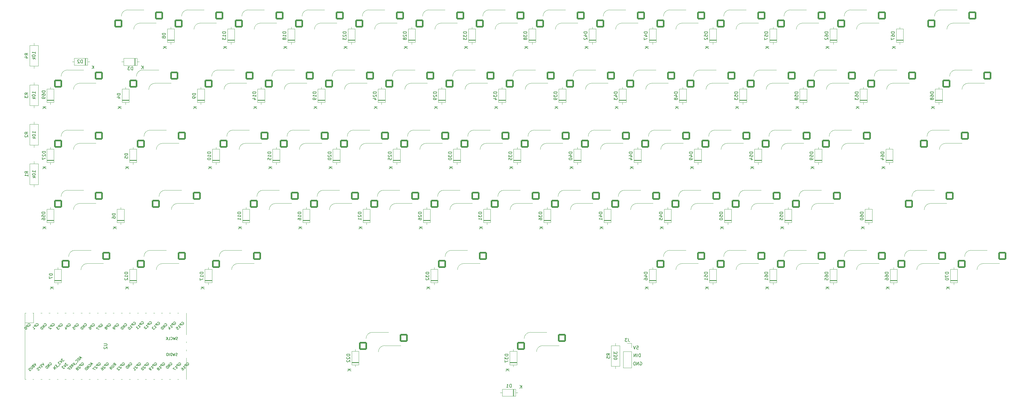
<source format=gbo>
G04 #@! TF.GenerationSoftware,KiCad,Pcbnew,(6.0.5)*
G04 #@! TF.CreationDate,2022-06-26T11:05:20-04:00*
G04 #@! TF.ProjectId,pico_keyboard_v1,7069636f-5f6b-4657-9962-6f6172645f76,rev?*
G04 #@! TF.SameCoordinates,Original*
G04 #@! TF.FileFunction,Legend,Bot*
G04 #@! TF.FilePolarity,Positive*
%FSLAX46Y46*%
G04 Gerber Fmt 4.6, Leading zero omitted, Abs format (unit mm)*
G04 Created by KiCad (PCBNEW (6.0.5)) date 2022-06-26 11:05:20*
%MOMM*%
%LPD*%
G01*
G04 APERTURE LIST*
G04 Aperture macros list*
%AMRoundRect*
0 Rectangle with rounded corners*
0 $1 Rounding radius*
0 $2 $3 $4 $5 $6 $7 $8 $9 X,Y pos of 4 corners*
0 Add a 4 corners polygon primitive as box body*
4,1,4,$2,$3,$4,$5,$6,$7,$8,$9,$2,$3,0*
0 Add four circle primitives for the rounded corners*
1,1,$1+$1,$2,$3*
1,1,$1+$1,$4,$5*
1,1,$1+$1,$6,$7*
1,1,$1+$1,$8,$9*
0 Add four rect primitives between the rounded corners*
20,1,$1+$1,$2,$3,$4,$5,0*
20,1,$1+$1,$4,$5,$6,$7,0*
20,1,$1+$1,$6,$7,$8,$9,0*
20,1,$1+$1,$8,$9,$2,$3,0*%
G04 Aperture macros list end*
%ADD10C,0.150000*%
%ADD11C,0.120000*%
%ADD12C,3.987800*%
%ADD13C,3.048000*%
%ADD14C,3.050000*%
%ADD15C,1.750000*%
%ADD16C,4.000000*%
%ADD17RoundRect,0.250000X-1.025000X-1.000000X1.025000X-1.000000X1.025000X1.000000X-1.025000X1.000000X0*%
%ADD18C,4.500000*%
%ADD19C,5.700000*%
%ADD20C,1.778000*%
%ADD21C,2.286000*%
%ADD22R,1.700000X1.700000*%
%ADD23O,1.700000X1.700000*%
%ADD24R,2.000000X2.000000*%
%ADD25C,2.000000*%
%ADD26C,3.200000*%
%ADD27R,1.600000X1.600000*%
%ADD28O,1.600000X1.600000*%
%ADD29C,1.600000*%
%ADD30O,1.800000X1.800000*%
%ADD31O,1.500000X1.500000*%
%ADD32R,1.700000X3.500000*%
%ADD33R,3.500000X1.700000*%
G04 APERTURE END LIST*
D10*
X53752380Y-109104761D02*
X53752380Y-108533333D01*
X53752380Y-108819047D02*
X52752380Y-108819047D01*
X52895238Y-108723809D01*
X52990476Y-108628571D01*
X53038095Y-108533333D01*
X52752380Y-109723809D02*
X52752380Y-109819047D01*
X52800000Y-109914285D01*
X52847619Y-109961904D01*
X52942857Y-110009523D01*
X53133333Y-110057142D01*
X53371428Y-110057142D01*
X53561904Y-110009523D01*
X53657142Y-109961904D01*
X53704761Y-109914285D01*
X53752380Y-109819047D01*
X53752380Y-109723809D01*
X53704761Y-109628571D01*
X53657142Y-109580952D01*
X53561904Y-109533333D01*
X53371428Y-109485714D01*
X53133333Y-109485714D01*
X52942857Y-109533333D01*
X52847619Y-109580952D01*
X52800000Y-109628571D01*
X52752380Y-109723809D01*
X53752380Y-110485714D02*
X52752380Y-110485714D01*
X53371428Y-110580952D02*
X53752380Y-110866666D01*
X53085714Y-110866666D02*
X53466666Y-110485714D01*
X236752380Y-190964285D02*
X236752380Y-191583333D01*
X237133333Y-191250000D01*
X237133333Y-191392857D01*
X237180952Y-191488095D01*
X237228571Y-191535714D01*
X237323809Y-191583333D01*
X237561904Y-191583333D01*
X237657142Y-191535714D01*
X237704761Y-191488095D01*
X237752380Y-191392857D01*
X237752380Y-191107142D01*
X237704761Y-191011904D01*
X237657142Y-190964285D01*
X236752380Y-191916666D02*
X236752380Y-192535714D01*
X237133333Y-192202380D01*
X237133333Y-192345238D01*
X237180952Y-192440476D01*
X237228571Y-192488095D01*
X237323809Y-192535714D01*
X237561904Y-192535714D01*
X237657142Y-192488095D01*
X237704761Y-192440476D01*
X237752380Y-192345238D01*
X237752380Y-192059523D01*
X237704761Y-191964285D01*
X237657142Y-191916666D01*
X236752380Y-193154761D02*
X236752380Y-193250000D01*
X236800000Y-193345238D01*
X236847619Y-193392857D01*
X236942857Y-193440476D01*
X237133333Y-193488095D01*
X237371428Y-193488095D01*
X237561904Y-193440476D01*
X237657142Y-193392857D01*
X237704761Y-193345238D01*
X237752380Y-193250000D01*
X237752380Y-193154761D01*
X237704761Y-193059523D01*
X237657142Y-193011904D01*
X237561904Y-192964285D01*
X237371428Y-192916666D01*
X237133333Y-192916666D01*
X236942857Y-192964285D01*
X236847619Y-193011904D01*
X236800000Y-193059523D01*
X236752380Y-193154761D01*
X245021904Y-194300000D02*
X245117142Y-194252380D01*
X245260000Y-194252380D01*
X245402857Y-194300000D01*
X245498095Y-194395238D01*
X245545714Y-194490476D01*
X245593333Y-194680952D01*
X245593333Y-194823809D01*
X245545714Y-195014285D01*
X245498095Y-195109523D01*
X245402857Y-195204761D01*
X245260000Y-195252380D01*
X245164761Y-195252380D01*
X245021904Y-195204761D01*
X244974285Y-195157142D01*
X244974285Y-194823809D01*
X245164761Y-194823809D01*
X244545714Y-195252380D02*
X244545714Y-194252380D01*
X243974285Y-195252380D01*
X243974285Y-194252380D01*
X243498095Y-195252380D02*
X243498095Y-194252380D01*
X243260000Y-194252380D01*
X243117142Y-194300000D01*
X243021904Y-194395238D01*
X242974285Y-194490476D01*
X242926666Y-194680952D01*
X242926666Y-194823809D01*
X242974285Y-195014285D01*
X243021904Y-195109523D01*
X243117142Y-195204761D01*
X243260000Y-195252380D01*
X243498095Y-195252380D01*
X53752380Y-96504761D02*
X53752380Y-95933333D01*
X53752380Y-96219047D02*
X52752380Y-96219047D01*
X52895238Y-96123809D01*
X52990476Y-96028571D01*
X53038095Y-95933333D01*
X52752380Y-97123809D02*
X52752380Y-97219047D01*
X52800000Y-97314285D01*
X52847619Y-97361904D01*
X52942857Y-97409523D01*
X53133333Y-97457142D01*
X53371428Y-97457142D01*
X53561904Y-97409523D01*
X53657142Y-97361904D01*
X53704761Y-97314285D01*
X53752380Y-97219047D01*
X53752380Y-97123809D01*
X53704761Y-97028571D01*
X53657142Y-96980952D01*
X53561904Y-96933333D01*
X53371428Y-96885714D01*
X53133333Y-96885714D01*
X52942857Y-96933333D01*
X52847619Y-96980952D01*
X52800000Y-97028571D01*
X52752380Y-97123809D01*
X53752380Y-97885714D02*
X52752380Y-97885714D01*
X53371428Y-97980952D02*
X53752380Y-98266666D01*
X53085714Y-98266666D02*
X53466666Y-97885714D01*
X53802380Y-121704761D02*
X53802380Y-121133333D01*
X53802380Y-121419047D02*
X52802380Y-121419047D01*
X52945238Y-121323809D01*
X53040476Y-121228571D01*
X53088095Y-121133333D01*
X52802380Y-122323809D02*
X52802380Y-122419047D01*
X52850000Y-122514285D01*
X52897619Y-122561904D01*
X52992857Y-122609523D01*
X53183333Y-122657142D01*
X53421428Y-122657142D01*
X53611904Y-122609523D01*
X53707142Y-122561904D01*
X53754761Y-122514285D01*
X53802380Y-122419047D01*
X53802380Y-122323809D01*
X53754761Y-122228571D01*
X53707142Y-122180952D01*
X53611904Y-122133333D01*
X53421428Y-122085714D01*
X53183333Y-122085714D01*
X52992857Y-122133333D01*
X52897619Y-122180952D01*
X52850000Y-122228571D01*
X52802380Y-122323809D01*
X53802380Y-123085714D02*
X52802380Y-123085714D01*
X53421428Y-123180952D02*
X53802380Y-123466666D01*
X53135714Y-123466666D02*
X53516666Y-123085714D01*
X245133809Y-192632380D02*
X245133809Y-191632380D01*
X244895714Y-191632380D01*
X244752857Y-191680000D01*
X244657619Y-191775238D01*
X244610000Y-191870476D01*
X244562380Y-192060952D01*
X244562380Y-192203809D01*
X244610000Y-192394285D01*
X244657619Y-192489523D01*
X244752857Y-192584761D01*
X244895714Y-192632380D01*
X245133809Y-192632380D01*
X244133809Y-192632380D02*
X244133809Y-191632380D01*
X243657619Y-192632380D02*
X243657619Y-191632380D01*
X243086190Y-192632380D01*
X243086190Y-191632380D01*
X243950476Y-189182380D02*
X244426666Y-189182380D01*
X244474285Y-189658571D01*
X244426666Y-189610952D01*
X244331428Y-189563333D01*
X244093333Y-189563333D01*
X243998095Y-189610952D01*
X243950476Y-189658571D01*
X243902857Y-189753809D01*
X243902857Y-189991904D01*
X243950476Y-190087142D01*
X243998095Y-190134761D01*
X244093333Y-190182380D01*
X244331428Y-190182380D01*
X244426666Y-190134761D01*
X244474285Y-190087142D01*
X243617142Y-189182380D02*
X243283809Y-190182380D01*
X242950476Y-189182380D01*
X53802380Y-134104761D02*
X53802380Y-133533333D01*
X53802380Y-133819047D02*
X52802380Y-133819047D01*
X52945238Y-133723809D01*
X53040476Y-133628571D01*
X53088095Y-133533333D01*
X52802380Y-134723809D02*
X52802380Y-134819047D01*
X52850000Y-134914285D01*
X52897619Y-134961904D01*
X52992857Y-135009523D01*
X53183333Y-135057142D01*
X53421428Y-135057142D01*
X53611904Y-135009523D01*
X53707142Y-134961904D01*
X53754761Y-134914285D01*
X53802380Y-134819047D01*
X53802380Y-134723809D01*
X53754761Y-134628571D01*
X53707142Y-134580952D01*
X53611904Y-134533333D01*
X53421428Y-134485714D01*
X53183333Y-134485714D01*
X52992857Y-134533333D01*
X52897619Y-134580952D01*
X52850000Y-134628571D01*
X52802380Y-134723809D01*
X53802380Y-135485714D02*
X52802380Y-135485714D01*
X53421428Y-135580952D02*
X53802380Y-135866666D01*
X53135714Y-135866666D02*
X53516666Y-135485714D01*
X83026130Y-128156904D02*
X82026130Y-128156904D01*
X82026130Y-128395000D01*
X82073750Y-128537857D01*
X82168988Y-128633095D01*
X82264226Y-128680714D01*
X82454702Y-128728333D01*
X82597559Y-128728333D01*
X82788035Y-128680714D01*
X82883273Y-128633095D01*
X82978511Y-128537857D01*
X83026130Y-128395000D01*
X83026130Y-128156904D01*
X82026130Y-129633095D02*
X82026130Y-129156904D01*
X82502321Y-129109285D01*
X82454702Y-129156904D01*
X82407083Y-129252142D01*
X82407083Y-129490238D01*
X82454702Y-129585476D01*
X82502321Y-129633095D01*
X82597559Y-129680714D01*
X82835654Y-129680714D01*
X82930892Y-129633095D01*
X82978511Y-129585476D01*
X83026130Y-129490238D01*
X83026130Y-129252142D01*
X82978511Y-129156904D01*
X82930892Y-129109285D01*
X83346130Y-132443095D02*
X82346130Y-132443095D01*
X83346130Y-133014523D02*
X82774702Y-132585952D01*
X82346130Y-133014523D02*
X82917559Y-132443095D01*
X271144880Y-146730714D02*
X270144880Y-146730714D01*
X270144880Y-146968809D01*
X270192500Y-147111666D01*
X270287738Y-147206904D01*
X270382976Y-147254523D01*
X270573452Y-147302142D01*
X270716309Y-147302142D01*
X270906785Y-147254523D01*
X271002023Y-147206904D01*
X271097261Y-147111666D01*
X271144880Y-146968809D01*
X271144880Y-146730714D01*
X270144880Y-148206904D02*
X270144880Y-147730714D01*
X270621071Y-147683095D01*
X270573452Y-147730714D01*
X270525833Y-147825952D01*
X270525833Y-148064047D01*
X270573452Y-148159285D01*
X270621071Y-148206904D01*
X270716309Y-148254523D01*
X270954404Y-148254523D01*
X271049642Y-148206904D01*
X271097261Y-148159285D01*
X271144880Y-148064047D01*
X271144880Y-147825952D01*
X271097261Y-147730714D01*
X271049642Y-147683095D01*
X270144880Y-148873571D02*
X270144880Y-148968809D01*
X270192500Y-149064047D01*
X270240119Y-149111666D01*
X270335357Y-149159285D01*
X270525833Y-149206904D01*
X270763928Y-149206904D01*
X270954404Y-149159285D01*
X271049642Y-149111666D01*
X271097261Y-149064047D01*
X271144880Y-148968809D01*
X271144880Y-148873571D01*
X271097261Y-148778333D01*
X271049642Y-148730714D01*
X270954404Y-148683095D01*
X270763928Y-148635476D01*
X270525833Y-148635476D01*
X270335357Y-148683095D01*
X270240119Y-148730714D01*
X270192500Y-148778333D01*
X270144880Y-148873571D01*
X271464880Y-151493095D02*
X270464880Y-151493095D01*
X271464880Y-152064523D02*
X270893452Y-151635952D01*
X270464880Y-152064523D02*
X271036309Y-151493095D01*
X57002380Y-127495714D02*
X56002380Y-127495714D01*
X56002380Y-127733809D01*
X56050000Y-127876666D01*
X56145238Y-127971904D01*
X56240476Y-128019523D01*
X56430952Y-128067142D01*
X56573809Y-128067142D01*
X56764285Y-128019523D01*
X56859523Y-127971904D01*
X56954761Y-127876666D01*
X57002380Y-127733809D01*
X57002380Y-127495714D01*
X56097619Y-128448095D02*
X56050000Y-128495714D01*
X56002380Y-128590952D01*
X56002380Y-128829047D01*
X56050000Y-128924285D01*
X56097619Y-128971904D01*
X56192857Y-129019523D01*
X56288095Y-129019523D01*
X56430952Y-128971904D01*
X57002380Y-128400476D01*
X57002380Y-129019523D01*
X56002380Y-129352857D02*
X56002380Y-130019523D01*
X57002380Y-129590952D01*
X57152380Y-132443095D02*
X56152380Y-132443095D01*
X57152380Y-133014523D02*
X56580952Y-132585952D01*
X56152380Y-133014523D02*
X56723809Y-132443095D01*
X223519880Y-127680714D02*
X222519880Y-127680714D01*
X222519880Y-127918809D01*
X222567500Y-128061666D01*
X222662738Y-128156904D01*
X222757976Y-128204523D01*
X222948452Y-128252142D01*
X223091309Y-128252142D01*
X223281785Y-128204523D01*
X223377023Y-128156904D01*
X223472261Y-128061666D01*
X223519880Y-127918809D01*
X223519880Y-127680714D01*
X222853214Y-129109285D02*
X223519880Y-129109285D01*
X222472261Y-128871190D02*
X223186547Y-128633095D01*
X223186547Y-129252142D01*
X222519880Y-129823571D02*
X222519880Y-129918809D01*
X222567500Y-130014047D01*
X222615119Y-130061666D01*
X222710357Y-130109285D01*
X222900833Y-130156904D01*
X223138928Y-130156904D01*
X223329404Y-130109285D01*
X223424642Y-130061666D01*
X223472261Y-130014047D01*
X223519880Y-129918809D01*
X223519880Y-129823571D01*
X223472261Y-129728333D01*
X223424642Y-129680714D01*
X223329404Y-129633095D01*
X223138928Y-129585476D01*
X222900833Y-129585476D01*
X222710357Y-129633095D01*
X222615119Y-129680714D01*
X222567500Y-129728333D01*
X222519880Y-129823571D01*
X223839880Y-132443095D02*
X222839880Y-132443095D01*
X223839880Y-133014523D02*
X223268452Y-132585952D01*
X222839880Y-133014523D02*
X223411309Y-132443095D01*
X213994880Y-146730714D02*
X212994880Y-146730714D01*
X212994880Y-146968809D01*
X213042500Y-147111666D01*
X213137738Y-147206904D01*
X213232976Y-147254523D01*
X213423452Y-147302142D01*
X213566309Y-147302142D01*
X213756785Y-147254523D01*
X213852023Y-147206904D01*
X213947261Y-147111666D01*
X213994880Y-146968809D01*
X213994880Y-146730714D01*
X212994880Y-147635476D02*
X212994880Y-148254523D01*
X213375833Y-147921190D01*
X213375833Y-148064047D01*
X213423452Y-148159285D01*
X213471071Y-148206904D01*
X213566309Y-148254523D01*
X213804404Y-148254523D01*
X213899642Y-148206904D01*
X213947261Y-148159285D01*
X213994880Y-148064047D01*
X213994880Y-147778333D01*
X213947261Y-147683095D01*
X213899642Y-147635476D01*
X212994880Y-149111666D02*
X212994880Y-148921190D01*
X213042500Y-148825952D01*
X213090119Y-148778333D01*
X213232976Y-148683095D01*
X213423452Y-148635476D01*
X213804404Y-148635476D01*
X213899642Y-148683095D01*
X213947261Y-148730714D01*
X213994880Y-148825952D01*
X213994880Y-149016428D01*
X213947261Y-149111666D01*
X213899642Y-149159285D01*
X213804404Y-149206904D01*
X213566309Y-149206904D01*
X213471071Y-149159285D01*
X213423452Y-149111666D01*
X213375833Y-149016428D01*
X213375833Y-148825952D01*
X213423452Y-148730714D01*
X213471071Y-148683095D01*
X213566309Y-148635476D01*
X214314880Y-151493095D02*
X213314880Y-151493095D01*
X214314880Y-152064523D02*
X213743452Y-151635952D01*
X213314880Y-152064523D02*
X213886309Y-151493095D01*
X175894880Y-146730714D02*
X174894880Y-146730714D01*
X174894880Y-146968809D01*
X174942500Y-147111666D01*
X175037738Y-147206904D01*
X175132976Y-147254523D01*
X175323452Y-147302142D01*
X175466309Y-147302142D01*
X175656785Y-147254523D01*
X175752023Y-147206904D01*
X175847261Y-147111666D01*
X175894880Y-146968809D01*
X175894880Y-146730714D01*
X174990119Y-147683095D02*
X174942500Y-147730714D01*
X174894880Y-147825952D01*
X174894880Y-148064047D01*
X174942500Y-148159285D01*
X174990119Y-148206904D01*
X175085357Y-148254523D01*
X175180595Y-148254523D01*
X175323452Y-148206904D01*
X175894880Y-147635476D01*
X175894880Y-148254523D01*
X174894880Y-149111666D02*
X174894880Y-148921190D01*
X174942500Y-148825952D01*
X174990119Y-148778333D01*
X175132976Y-148683095D01*
X175323452Y-148635476D01*
X175704404Y-148635476D01*
X175799642Y-148683095D01*
X175847261Y-148730714D01*
X175894880Y-148825952D01*
X175894880Y-149016428D01*
X175847261Y-149111666D01*
X175799642Y-149159285D01*
X175704404Y-149206904D01*
X175466309Y-149206904D01*
X175371071Y-149159285D01*
X175323452Y-149111666D01*
X175275833Y-149016428D01*
X175275833Y-148825952D01*
X175323452Y-148730714D01*
X175371071Y-148683095D01*
X175466309Y-148635476D01*
X176214880Y-151493095D02*
X175214880Y-151493095D01*
X176214880Y-152064523D02*
X175643452Y-151635952D01*
X175214880Y-152064523D02*
X175786309Y-151493095D01*
X266382380Y-89580714D02*
X265382380Y-89580714D01*
X265382380Y-89818809D01*
X265430000Y-89961666D01*
X265525238Y-90056904D01*
X265620476Y-90104523D01*
X265810952Y-90152142D01*
X265953809Y-90152142D01*
X266144285Y-90104523D01*
X266239523Y-90056904D01*
X266334761Y-89961666D01*
X266382380Y-89818809D01*
X266382380Y-89580714D01*
X265382380Y-91056904D02*
X265382380Y-90580714D01*
X265858571Y-90533095D01*
X265810952Y-90580714D01*
X265763333Y-90675952D01*
X265763333Y-90914047D01*
X265810952Y-91009285D01*
X265858571Y-91056904D01*
X265953809Y-91104523D01*
X266191904Y-91104523D01*
X266287142Y-91056904D01*
X266334761Y-91009285D01*
X266382380Y-90914047D01*
X266382380Y-90675952D01*
X266334761Y-90580714D01*
X266287142Y-90533095D01*
X265477619Y-91485476D02*
X265430000Y-91533095D01*
X265382380Y-91628333D01*
X265382380Y-91866428D01*
X265430000Y-91961666D01*
X265477619Y-92009285D01*
X265572857Y-92056904D01*
X265668095Y-92056904D01*
X265810952Y-92009285D01*
X266382380Y-91437857D01*
X266382380Y-92056904D01*
X266702380Y-94343095D02*
X265702380Y-94343095D01*
X266702380Y-94914523D02*
X266130952Y-94485952D01*
X265702380Y-94914523D02*
X266273809Y-94343095D01*
X337819880Y-108630714D02*
X336819880Y-108630714D01*
X336819880Y-108868809D01*
X336867500Y-109011666D01*
X336962738Y-109106904D01*
X337057976Y-109154523D01*
X337248452Y-109202142D01*
X337391309Y-109202142D01*
X337581785Y-109154523D01*
X337677023Y-109106904D01*
X337772261Y-109011666D01*
X337819880Y-108868809D01*
X337819880Y-108630714D01*
X336819880Y-110059285D02*
X336819880Y-109868809D01*
X336867500Y-109773571D01*
X336915119Y-109725952D01*
X337057976Y-109630714D01*
X337248452Y-109583095D01*
X337629404Y-109583095D01*
X337724642Y-109630714D01*
X337772261Y-109678333D01*
X337819880Y-109773571D01*
X337819880Y-109964047D01*
X337772261Y-110059285D01*
X337724642Y-110106904D01*
X337629404Y-110154523D01*
X337391309Y-110154523D01*
X337296071Y-110106904D01*
X337248452Y-110059285D01*
X337200833Y-109964047D01*
X337200833Y-109773571D01*
X337248452Y-109678333D01*
X337296071Y-109630714D01*
X337391309Y-109583095D01*
X337248452Y-110725952D02*
X337200833Y-110630714D01*
X337153214Y-110583095D01*
X337057976Y-110535476D01*
X337010357Y-110535476D01*
X336915119Y-110583095D01*
X336867500Y-110630714D01*
X336819880Y-110725952D01*
X336819880Y-110916428D01*
X336867500Y-111011666D01*
X336915119Y-111059285D01*
X337010357Y-111106904D01*
X337057976Y-111106904D01*
X337153214Y-111059285D01*
X337200833Y-111011666D01*
X337248452Y-110916428D01*
X337248452Y-110725952D01*
X337296071Y-110630714D01*
X337343690Y-110583095D01*
X337438928Y-110535476D01*
X337629404Y-110535476D01*
X337724642Y-110583095D01*
X337772261Y-110630714D01*
X337819880Y-110725952D01*
X337819880Y-110916428D01*
X337772261Y-111011666D01*
X337724642Y-111059285D01*
X337629404Y-111106904D01*
X337438928Y-111106904D01*
X337343690Y-111059285D01*
X337296071Y-111011666D01*
X337248452Y-110916428D01*
X338139880Y-113393095D02*
X337139880Y-113393095D01*
X338139880Y-113964523D02*
X337568452Y-113535952D01*
X337139880Y-113964523D02*
X337711309Y-113393095D01*
X171132380Y-89580714D02*
X170132380Y-89580714D01*
X170132380Y-89818809D01*
X170180000Y-89961666D01*
X170275238Y-90056904D01*
X170370476Y-90104523D01*
X170560952Y-90152142D01*
X170703809Y-90152142D01*
X170894285Y-90104523D01*
X170989523Y-90056904D01*
X171084761Y-89961666D01*
X171132380Y-89818809D01*
X171132380Y-89580714D01*
X170227619Y-90533095D02*
X170180000Y-90580714D01*
X170132380Y-90675952D01*
X170132380Y-90914047D01*
X170180000Y-91009285D01*
X170227619Y-91056904D01*
X170322857Y-91104523D01*
X170418095Y-91104523D01*
X170560952Y-91056904D01*
X171132380Y-90485476D01*
X171132380Y-91104523D01*
X170560952Y-91675952D02*
X170513333Y-91580714D01*
X170465714Y-91533095D01*
X170370476Y-91485476D01*
X170322857Y-91485476D01*
X170227619Y-91533095D01*
X170180000Y-91580714D01*
X170132380Y-91675952D01*
X170132380Y-91866428D01*
X170180000Y-91961666D01*
X170227619Y-92009285D01*
X170322857Y-92056904D01*
X170370476Y-92056904D01*
X170465714Y-92009285D01*
X170513333Y-91961666D01*
X170560952Y-91866428D01*
X170560952Y-91675952D01*
X170608571Y-91580714D01*
X170656190Y-91533095D01*
X170751428Y-91485476D01*
X170941904Y-91485476D01*
X171037142Y-91533095D01*
X171084761Y-91580714D01*
X171132380Y-91675952D01*
X171132380Y-91866428D01*
X171084761Y-91961666D01*
X171037142Y-92009285D01*
X170941904Y-92056904D01*
X170751428Y-92056904D01*
X170656190Y-92009285D01*
X170608571Y-91961666D01*
X170560952Y-91866428D01*
X171452380Y-94343095D02*
X170452380Y-94343095D01*
X171452380Y-94914523D02*
X170880952Y-94485952D01*
X170452380Y-94914523D02*
X171023809Y-94343095D01*
X166369880Y-127680714D02*
X165369880Y-127680714D01*
X165369880Y-127918809D01*
X165417500Y-128061666D01*
X165512738Y-128156904D01*
X165607976Y-128204523D01*
X165798452Y-128252142D01*
X165941309Y-128252142D01*
X166131785Y-128204523D01*
X166227023Y-128156904D01*
X166322261Y-128061666D01*
X166369880Y-127918809D01*
X166369880Y-127680714D01*
X165465119Y-128633095D02*
X165417500Y-128680714D01*
X165369880Y-128775952D01*
X165369880Y-129014047D01*
X165417500Y-129109285D01*
X165465119Y-129156904D01*
X165560357Y-129204523D01*
X165655595Y-129204523D01*
X165798452Y-129156904D01*
X166369880Y-128585476D01*
X166369880Y-129204523D01*
X165369880Y-130109285D02*
X165369880Y-129633095D01*
X165846071Y-129585476D01*
X165798452Y-129633095D01*
X165750833Y-129728333D01*
X165750833Y-129966428D01*
X165798452Y-130061666D01*
X165846071Y-130109285D01*
X165941309Y-130156904D01*
X166179404Y-130156904D01*
X166274642Y-130109285D01*
X166322261Y-130061666D01*
X166369880Y-129966428D01*
X166369880Y-129728333D01*
X166322261Y-129633095D01*
X166274642Y-129585476D01*
X166689880Y-132443095D02*
X165689880Y-132443095D01*
X166689880Y-133014523D02*
X166118452Y-132585952D01*
X165689880Y-133014523D02*
X166261309Y-132443095D01*
X56832380Y-146730714D02*
X55832380Y-146730714D01*
X55832380Y-146968809D01*
X55880000Y-147111666D01*
X55975238Y-147206904D01*
X56070476Y-147254523D01*
X56260952Y-147302142D01*
X56403809Y-147302142D01*
X56594285Y-147254523D01*
X56689523Y-147206904D01*
X56784761Y-147111666D01*
X56832380Y-146968809D01*
X56832380Y-146730714D01*
X55832380Y-148206904D02*
X55832380Y-147730714D01*
X56308571Y-147683095D01*
X56260952Y-147730714D01*
X56213333Y-147825952D01*
X56213333Y-148064047D01*
X56260952Y-148159285D01*
X56308571Y-148206904D01*
X56403809Y-148254523D01*
X56641904Y-148254523D01*
X56737142Y-148206904D01*
X56784761Y-148159285D01*
X56832380Y-148064047D01*
X56832380Y-147825952D01*
X56784761Y-147730714D01*
X56737142Y-147683095D01*
X55832380Y-149111666D02*
X55832380Y-148921190D01*
X55880000Y-148825952D01*
X55927619Y-148778333D01*
X56070476Y-148683095D01*
X56260952Y-148635476D01*
X56641904Y-148635476D01*
X56737142Y-148683095D01*
X56784761Y-148730714D01*
X56832380Y-148825952D01*
X56832380Y-149016428D01*
X56784761Y-149111666D01*
X56737142Y-149159285D01*
X56641904Y-149206904D01*
X56403809Y-149206904D01*
X56308571Y-149159285D01*
X56260952Y-149111666D01*
X56213333Y-149016428D01*
X56213333Y-148825952D01*
X56260952Y-148730714D01*
X56308571Y-148683095D01*
X56403809Y-148635476D01*
X57152380Y-151493095D02*
X56152380Y-151493095D01*
X57152380Y-152064523D02*
X56580952Y-151635952D01*
X56152380Y-152064523D02*
X56723809Y-151493095D01*
X304482380Y-89580714D02*
X303482380Y-89580714D01*
X303482380Y-89818809D01*
X303530000Y-89961666D01*
X303625238Y-90056904D01*
X303720476Y-90104523D01*
X303910952Y-90152142D01*
X304053809Y-90152142D01*
X304244285Y-90104523D01*
X304339523Y-90056904D01*
X304434761Y-89961666D01*
X304482380Y-89818809D01*
X304482380Y-89580714D01*
X303482380Y-91009285D02*
X303482380Y-90818809D01*
X303530000Y-90723571D01*
X303577619Y-90675952D01*
X303720476Y-90580714D01*
X303910952Y-90533095D01*
X304291904Y-90533095D01*
X304387142Y-90580714D01*
X304434761Y-90628333D01*
X304482380Y-90723571D01*
X304482380Y-90914047D01*
X304434761Y-91009285D01*
X304387142Y-91056904D01*
X304291904Y-91104523D01*
X304053809Y-91104523D01*
X303958571Y-91056904D01*
X303910952Y-91009285D01*
X303863333Y-90914047D01*
X303863333Y-90723571D01*
X303910952Y-90628333D01*
X303958571Y-90580714D01*
X304053809Y-90533095D01*
X303577619Y-91485476D02*
X303530000Y-91533095D01*
X303482380Y-91628333D01*
X303482380Y-91866428D01*
X303530000Y-91961666D01*
X303577619Y-92009285D01*
X303672857Y-92056904D01*
X303768095Y-92056904D01*
X303910952Y-92009285D01*
X304482380Y-91437857D01*
X304482380Y-92056904D01*
X304802380Y-94343095D02*
X303802380Y-94343095D01*
X304802380Y-94914523D02*
X304230952Y-94485952D01*
X303802380Y-94914523D02*
X304373809Y-94343095D01*
X285432380Y-165780714D02*
X284432380Y-165780714D01*
X284432380Y-166018809D01*
X284480000Y-166161666D01*
X284575238Y-166256904D01*
X284670476Y-166304523D01*
X284860952Y-166352142D01*
X285003809Y-166352142D01*
X285194285Y-166304523D01*
X285289523Y-166256904D01*
X285384761Y-166161666D01*
X285432380Y-166018809D01*
X285432380Y-165780714D01*
X284432380Y-167209285D02*
X284432380Y-167018809D01*
X284480000Y-166923571D01*
X284527619Y-166875952D01*
X284670476Y-166780714D01*
X284860952Y-166733095D01*
X285241904Y-166733095D01*
X285337142Y-166780714D01*
X285384761Y-166828333D01*
X285432380Y-166923571D01*
X285432380Y-167114047D01*
X285384761Y-167209285D01*
X285337142Y-167256904D01*
X285241904Y-167304523D01*
X285003809Y-167304523D01*
X284908571Y-167256904D01*
X284860952Y-167209285D01*
X284813333Y-167114047D01*
X284813333Y-166923571D01*
X284860952Y-166828333D01*
X284908571Y-166780714D01*
X285003809Y-166733095D01*
X285432380Y-168256904D02*
X285432380Y-167685476D01*
X285432380Y-167971190D02*
X284432380Y-167971190D01*
X284575238Y-167875952D01*
X284670476Y-167780714D01*
X284718095Y-167685476D01*
X285752380Y-170543095D02*
X284752380Y-170543095D01*
X285752380Y-171114523D02*
X285180952Y-170685952D01*
X284752380Y-171114523D02*
X285323809Y-170543095D01*
X294957380Y-108630714D02*
X293957380Y-108630714D01*
X293957380Y-108868809D01*
X294005000Y-109011666D01*
X294100238Y-109106904D01*
X294195476Y-109154523D01*
X294385952Y-109202142D01*
X294528809Y-109202142D01*
X294719285Y-109154523D01*
X294814523Y-109106904D01*
X294909761Y-109011666D01*
X294957380Y-108868809D01*
X294957380Y-108630714D01*
X293957380Y-110106904D02*
X293957380Y-109630714D01*
X294433571Y-109583095D01*
X294385952Y-109630714D01*
X294338333Y-109725952D01*
X294338333Y-109964047D01*
X294385952Y-110059285D01*
X294433571Y-110106904D01*
X294528809Y-110154523D01*
X294766904Y-110154523D01*
X294862142Y-110106904D01*
X294909761Y-110059285D01*
X294957380Y-109964047D01*
X294957380Y-109725952D01*
X294909761Y-109630714D01*
X294862142Y-109583095D01*
X294385952Y-110725952D02*
X294338333Y-110630714D01*
X294290714Y-110583095D01*
X294195476Y-110535476D01*
X294147857Y-110535476D01*
X294052619Y-110583095D01*
X294005000Y-110630714D01*
X293957380Y-110725952D01*
X293957380Y-110916428D01*
X294005000Y-111011666D01*
X294052619Y-111059285D01*
X294147857Y-111106904D01*
X294195476Y-111106904D01*
X294290714Y-111059285D01*
X294338333Y-111011666D01*
X294385952Y-110916428D01*
X294385952Y-110725952D01*
X294433571Y-110630714D01*
X294481190Y-110583095D01*
X294576428Y-110535476D01*
X294766904Y-110535476D01*
X294862142Y-110583095D01*
X294909761Y-110630714D01*
X294957380Y-110725952D01*
X294957380Y-110916428D01*
X294909761Y-111011666D01*
X294862142Y-111059285D01*
X294766904Y-111106904D01*
X294576428Y-111106904D01*
X294481190Y-111059285D01*
X294433571Y-111011666D01*
X294385952Y-110916428D01*
X295277380Y-113393095D02*
X294277380Y-113393095D01*
X295277380Y-113964523D02*
X294705952Y-113535952D01*
X294277380Y-113964523D02*
X294848809Y-113393095D01*
X133032380Y-89580714D02*
X132032380Y-89580714D01*
X132032380Y-89818809D01*
X132080000Y-89961666D01*
X132175238Y-90056904D01*
X132270476Y-90104523D01*
X132460952Y-90152142D01*
X132603809Y-90152142D01*
X132794285Y-90104523D01*
X132889523Y-90056904D01*
X132984761Y-89961666D01*
X133032380Y-89818809D01*
X133032380Y-89580714D01*
X133032380Y-91104523D02*
X133032380Y-90533095D01*
X133032380Y-90818809D02*
X132032380Y-90818809D01*
X132175238Y-90723571D01*
X132270476Y-90628333D01*
X132318095Y-90533095D01*
X132460952Y-91675952D02*
X132413333Y-91580714D01*
X132365714Y-91533095D01*
X132270476Y-91485476D01*
X132222857Y-91485476D01*
X132127619Y-91533095D01*
X132080000Y-91580714D01*
X132032380Y-91675952D01*
X132032380Y-91866428D01*
X132080000Y-91961666D01*
X132127619Y-92009285D01*
X132222857Y-92056904D01*
X132270476Y-92056904D01*
X132365714Y-92009285D01*
X132413333Y-91961666D01*
X132460952Y-91866428D01*
X132460952Y-91675952D01*
X132508571Y-91580714D01*
X132556190Y-91533095D01*
X132651428Y-91485476D01*
X132841904Y-91485476D01*
X132937142Y-91533095D01*
X132984761Y-91580714D01*
X133032380Y-91675952D01*
X133032380Y-91866428D01*
X132984761Y-91961666D01*
X132937142Y-92009285D01*
X132841904Y-92056904D01*
X132651428Y-92056904D01*
X132556190Y-92009285D01*
X132508571Y-91961666D01*
X132460952Y-91866428D01*
X133352380Y-94343095D02*
X132352380Y-94343095D01*
X133352380Y-94914523D02*
X132780952Y-94485952D01*
X132352380Y-94914523D02*
X132923809Y-94343095D01*
X199707380Y-108630714D02*
X198707380Y-108630714D01*
X198707380Y-108868809D01*
X198755000Y-109011666D01*
X198850238Y-109106904D01*
X198945476Y-109154523D01*
X199135952Y-109202142D01*
X199278809Y-109202142D01*
X199469285Y-109154523D01*
X199564523Y-109106904D01*
X199659761Y-109011666D01*
X199707380Y-108868809D01*
X199707380Y-108630714D01*
X198707380Y-109535476D02*
X198707380Y-110154523D01*
X199088333Y-109821190D01*
X199088333Y-109964047D01*
X199135952Y-110059285D01*
X199183571Y-110106904D01*
X199278809Y-110154523D01*
X199516904Y-110154523D01*
X199612142Y-110106904D01*
X199659761Y-110059285D01*
X199707380Y-109964047D01*
X199707380Y-109678333D01*
X199659761Y-109583095D01*
X199612142Y-109535476D01*
X199040714Y-111011666D02*
X199707380Y-111011666D01*
X198659761Y-110773571D02*
X199374047Y-110535476D01*
X199374047Y-111154523D01*
X200027380Y-113393095D02*
X199027380Y-113393095D01*
X200027380Y-113964523D02*
X199455952Y-113535952D01*
X199027380Y-113964523D02*
X199598809Y-113393095D01*
X275907380Y-108630714D02*
X274907380Y-108630714D01*
X274907380Y-108868809D01*
X274955000Y-109011666D01*
X275050238Y-109106904D01*
X275145476Y-109154523D01*
X275335952Y-109202142D01*
X275478809Y-109202142D01*
X275669285Y-109154523D01*
X275764523Y-109106904D01*
X275859761Y-109011666D01*
X275907380Y-108868809D01*
X275907380Y-108630714D01*
X274907380Y-110106904D02*
X274907380Y-109630714D01*
X275383571Y-109583095D01*
X275335952Y-109630714D01*
X275288333Y-109725952D01*
X275288333Y-109964047D01*
X275335952Y-110059285D01*
X275383571Y-110106904D01*
X275478809Y-110154523D01*
X275716904Y-110154523D01*
X275812142Y-110106904D01*
X275859761Y-110059285D01*
X275907380Y-109964047D01*
X275907380Y-109725952D01*
X275859761Y-109630714D01*
X275812142Y-109583095D01*
X274907380Y-110487857D02*
X274907380Y-111106904D01*
X275288333Y-110773571D01*
X275288333Y-110916428D01*
X275335952Y-111011666D01*
X275383571Y-111059285D01*
X275478809Y-111106904D01*
X275716904Y-111106904D01*
X275812142Y-111059285D01*
X275859761Y-111011666D01*
X275907380Y-110916428D01*
X275907380Y-110630714D01*
X275859761Y-110535476D01*
X275812142Y-110487857D01*
X276227380Y-113393095D02*
X275227380Y-113393095D01*
X276227380Y-113964523D02*
X275655952Y-113535952D01*
X275227380Y-113964523D02*
X275798809Y-113393095D01*
X256857380Y-108630714D02*
X255857380Y-108630714D01*
X255857380Y-108868809D01*
X255905000Y-109011666D01*
X256000238Y-109106904D01*
X256095476Y-109154523D01*
X256285952Y-109202142D01*
X256428809Y-109202142D01*
X256619285Y-109154523D01*
X256714523Y-109106904D01*
X256809761Y-109011666D01*
X256857380Y-108868809D01*
X256857380Y-108630714D01*
X256190714Y-110059285D02*
X256857380Y-110059285D01*
X255809761Y-109821190D02*
X256524047Y-109583095D01*
X256524047Y-110202142D01*
X256285952Y-110725952D02*
X256238333Y-110630714D01*
X256190714Y-110583095D01*
X256095476Y-110535476D01*
X256047857Y-110535476D01*
X255952619Y-110583095D01*
X255905000Y-110630714D01*
X255857380Y-110725952D01*
X255857380Y-110916428D01*
X255905000Y-111011666D01*
X255952619Y-111059285D01*
X256047857Y-111106904D01*
X256095476Y-111106904D01*
X256190714Y-111059285D01*
X256238333Y-111011666D01*
X256285952Y-110916428D01*
X256285952Y-110725952D01*
X256333571Y-110630714D01*
X256381190Y-110583095D01*
X256476428Y-110535476D01*
X256666904Y-110535476D01*
X256762142Y-110583095D01*
X256809761Y-110630714D01*
X256857380Y-110725952D01*
X256857380Y-110916428D01*
X256809761Y-111011666D01*
X256762142Y-111059285D01*
X256666904Y-111106904D01*
X256476428Y-111106904D01*
X256381190Y-111059285D01*
X256333571Y-111011666D01*
X256285952Y-110916428D01*
X257177380Y-113393095D02*
X256177380Y-113393095D01*
X257177380Y-113964523D02*
X256605952Y-113535952D01*
X256177380Y-113964523D02*
X256748809Y-113393095D01*
X156844880Y-146730714D02*
X155844880Y-146730714D01*
X155844880Y-146968809D01*
X155892500Y-147111666D01*
X155987738Y-147206904D01*
X156082976Y-147254523D01*
X156273452Y-147302142D01*
X156416309Y-147302142D01*
X156606785Y-147254523D01*
X156702023Y-147206904D01*
X156797261Y-147111666D01*
X156844880Y-146968809D01*
X156844880Y-146730714D01*
X155940119Y-147683095D02*
X155892500Y-147730714D01*
X155844880Y-147825952D01*
X155844880Y-148064047D01*
X155892500Y-148159285D01*
X155940119Y-148206904D01*
X156035357Y-148254523D01*
X156130595Y-148254523D01*
X156273452Y-148206904D01*
X156844880Y-147635476D01*
X156844880Y-148254523D01*
X156844880Y-149206904D02*
X156844880Y-148635476D01*
X156844880Y-148921190D02*
X155844880Y-148921190D01*
X155987738Y-148825952D01*
X156082976Y-148730714D01*
X156130595Y-148635476D01*
X157164880Y-151493095D02*
X156164880Y-151493095D01*
X157164880Y-152064523D02*
X156593452Y-151635952D01*
X156164880Y-152064523D02*
X156736309Y-151493095D01*
X51432380Y-96983333D02*
X50956190Y-96650000D01*
X51432380Y-96411904D02*
X50432380Y-96411904D01*
X50432380Y-96792857D01*
X50480000Y-96888095D01*
X50527619Y-96935714D01*
X50622857Y-96983333D01*
X50765714Y-96983333D01*
X50860952Y-96935714D01*
X50908571Y-96888095D01*
X50956190Y-96792857D01*
X50956190Y-96411904D01*
X50765714Y-97840476D02*
X51432380Y-97840476D01*
X50384761Y-97602380D02*
X51099047Y-97364285D01*
X51099047Y-97983333D01*
X235432380Y-192133333D02*
X234956190Y-191800000D01*
X235432380Y-191561904D02*
X234432380Y-191561904D01*
X234432380Y-191942857D01*
X234480000Y-192038095D01*
X234527619Y-192085714D01*
X234622857Y-192133333D01*
X234765714Y-192133333D01*
X234860952Y-192085714D01*
X234908571Y-192038095D01*
X234956190Y-191942857D01*
X234956190Y-191561904D01*
X234432380Y-193038095D02*
X234432380Y-192561904D01*
X234908571Y-192514285D01*
X234860952Y-192561904D01*
X234813333Y-192657142D01*
X234813333Y-192895238D01*
X234860952Y-192990476D01*
X234908571Y-193038095D01*
X235003809Y-193085714D01*
X235241904Y-193085714D01*
X235337142Y-193038095D01*
X235384761Y-192990476D01*
X235432380Y-192895238D01*
X235432380Y-192657142D01*
X235384761Y-192561904D01*
X235337142Y-192514285D01*
X161607380Y-108630714D02*
X160607380Y-108630714D01*
X160607380Y-108868809D01*
X160655000Y-109011666D01*
X160750238Y-109106904D01*
X160845476Y-109154523D01*
X161035952Y-109202142D01*
X161178809Y-109202142D01*
X161369285Y-109154523D01*
X161464523Y-109106904D01*
X161559761Y-109011666D01*
X161607380Y-108868809D01*
X161607380Y-108630714D01*
X160702619Y-109583095D02*
X160655000Y-109630714D01*
X160607380Y-109725952D01*
X160607380Y-109964047D01*
X160655000Y-110059285D01*
X160702619Y-110106904D01*
X160797857Y-110154523D01*
X160893095Y-110154523D01*
X161035952Y-110106904D01*
X161607380Y-109535476D01*
X161607380Y-110154523D01*
X160940714Y-111011666D02*
X161607380Y-111011666D01*
X160559761Y-110773571D02*
X161274047Y-110535476D01*
X161274047Y-111154523D01*
X161927380Y-113393095D02*
X160927380Y-113393095D01*
X161927380Y-113964523D02*
X161355952Y-113535952D01*
X160927380Y-113964523D02*
X161498809Y-113393095D01*
X218757380Y-108630714D02*
X217757380Y-108630714D01*
X217757380Y-108868809D01*
X217805000Y-109011666D01*
X217900238Y-109106904D01*
X217995476Y-109154523D01*
X218185952Y-109202142D01*
X218328809Y-109202142D01*
X218519285Y-109154523D01*
X218614523Y-109106904D01*
X218709761Y-109011666D01*
X218757380Y-108868809D01*
X218757380Y-108630714D01*
X217757380Y-109535476D02*
X217757380Y-110154523D01*
X218138333Y-109821190D01*
X218138333Y-109964047D01*
X218185952Y-110059285D01*
X218233571Y-110106904D01*
X218328809Y-110154523D01*
X218566904Y-110154523D01*
X218662142Y-110106904D01*
X218709761Y-110059285D01*
X218757380Y-109964047D01*
X218757380Y-109678333D01*
X218709761Y-109583095D01*
X218662142Y-109535476D01*
X218757380Y-110630714D02*
X218757380Y-110821190D01*
X218709761Y-110916428D01*
X218662142Y-110964047D01*
X218519285Y-111059285D01*
X218328809Y-111106904D01*
X217947857Y-111106904D01*
X217852619Y-111059285D01*
X217805000Y-111011666D01*
X217757380Y-110916428D01*
X217757380Y-110725952D01*
X217805000Y-110630714D01*
X217852619Y-110583095D01*
X217947857Y-110535476D01*
X218185952Y-110535476D01*
X218281190Y-110583095D01*
X218328809Y-110630714D01*
X218376428Y-110725952D01*
X218376428Y-110916428D01*
X218328809Y-111011666D01*
X218281190Y-111059285D01*
X218185952Y-111106904D01*
X219077380Y-113393095D02*
X218077380Y-113393095D01*
X219077380Y-113964523D02*
X218505952Y-113535952D01*
X218077380Y-113964523D02*
X218648809Y-113393095D01*
X118744880Y-146730714D02*
X117744880Y-146730714D01*
X117744880Y-146968809D01*
X117792500Y-147111666D01*
X117887738Y-147206904D01*
X117982976Y-147254523D01*
X118173452Y-147302142D01*
X118316309Y-147302142D01*
X118506785Y-147254523D01*
X118602023Y-147206904D01*
X118697261Y-147111666D01*
X118744880Y-146968809D01*
X118744880Y-146730714D01*
X118744880Y-148254523D02*
X118744880Y-147683095D01*
X118744880Y-147968809D02*
X117744880Y-147968809D01*
X117887738Y-147873571D01*
X117982976Y-147778333D01*
X118030595Y-147683095D01*
X118744880Y-149206904D02*
X118744880Y-148635476D01*
X118744880Y-148921190D02*
X117744880Y-148921190D01*
X117887738Y-148825952D01*
X117982976Y-148730714D01*
X118030595Y-148635476D01*
X119064880Y-151493095D02*
X118064880Y-151493095D01*
X119064880Y-152064523D02*
X118493452Y-151635952D01*
X118064880Y-152064523D02*
X118636309Y-151493095D01*
X51482380Y-134423333D02*
X51006190Y-134090000D01*
X51482380Y-133851904D02*
X50482380Y-133851904D01*
X50482380Y-134232857D01*
X50530000Y-134328095D01*
X50577619Y-134375714D01*
X50672857Y-134423333D01*
X50815714Y-134423333D01*
X50910952Y-134375714D01*
X50958571Y-134328095D01*
X51006190Y-134232857D01*
X51006190Y-133851904D01*
X51482380Y-135375714D02*
X51482380Y-134804285D01*
X51482380Y-135090000D02*
X50482380Y-135090000D01*
X50625238Y-134994761D01*
X50720476Y-134899523D01*
X50768095Y-134804285D01*
X280669880Y-127680714D02*
X279669880Y-127680714D01*
X279669880Y-127918809D01*
X279717500Y-128061666D01*
X279812738Y-128156904D01*
X279907976Y-128204523D01*
X280098452Y-128252142D01*
X280241309Y-128252142D01*
X280431785Y-128204523D01*
X280527023Y-128156904D01*
X280622261Y-128061666D01*
X280669880Y-127918809D01*
X280669880Y-127680714D01*
X279669880Y-129156904D02*
X279669880Y-128680714D01*
X280146071Y-128633095D01*
X280098452Y-128680714D01*
X280050833Y-128775952D01*
X280050833Y-129014047D01*
X280098452Y-129109285D01*
X280146071Y-129156904D01*
X280241309Y-129204523D01*
X280479404Y-129204523D01*
X280574642Y-129156904D01*
X280622261Y-129109285D01*
X280669880Y-129014047D01*
X280669880Y-128775952D01*
X280622261Y-128680714D01*
X280574642Y-128633095D01*
X280003214Y-130061666D02*
X280669880Y-130061666D01*
X279622261Y-129823571D02*
X280336547Y-129585476D01*
X280336547Y-130204523D01*
X280989880Y-132443095D02*
X279989880Y-132443095D01*
X280989880Y-133014523D02*
X280418452Y-132585952D01*
X279989880Y-133014523D02*
X280561309Y-132443095D01*
X247332379Y-165780714D02*
X246332379Y-165780714D01*
X246332379Y-166018809D01*
X246379999Y-166161666D01*
X246475237Y-166256904D01*
X246570475Y-166304523D01*
X246760951Y-166352142D01*
X246903808Y-166352142D01*
X247094284Y-166304523D01*
X247189522Y-166256904D01*
X247284760Y-166161666D01*
X247332379Y-166018809D01*
X247332379Y-165780714D01*
X246665713Y-167209285D02*
X247332379Y-167209285D01*
X246284760Y-166971190D02*
X246999046Y-166733095D01*
X246999046Y-167352142D01*
X246332379Y-168161666D02*
X246332379Y-167971190D01*
X246379999Y-167875952D01*
X246427618Y-167828333D01*
X246570475Y-167733095D01*
X246760951Y-167685476D01*
X247141903Y-167685476D01*
X247237141Y-167733095D01*
X247284760Y-167780714D01*
X247332379Y-167875952D01*
X247332379Y-168066428D01*
X247284760Y-168161666D01*
X247237141Y-168209285D01*
X247141903Y-168256904D01*
X246903808Y-168256904D01*
X246808570Y-168209285D01*
X246760951Y-168161666D01*
X246713332Y-168066428D01*
X246713332Y-167875952D01*
X246760951Y-167780714D01*
X246808570Y-167733095D01*
X246903808Y-167685476D01*
X247652379Y-170543095D02*
X246652379Y-170543095D01*
X247652379Y-171114523D02*
X247080951Y-170685952D01*
X246652379Y-171114523D02*
X247223808Y-170543095D01*
X203276130Y-191780714D02*
X202276130Y-191780714D01*
X202276130Y-192018809D01*
X202323750Y-192161666D01*
X202418988Y-192256904D01*
X202514226Y-192304523D01*
X202704702Y-192352142D01*
X202847559Y-192352142D01*
X203038035Y-192304523D01*
X203133273Y-192256904D01*
X203228511Y-192161666D01*
X203276130Y-192018809D01*
X203276130Y-191780714D01*
X202276130Y-192685476D02*
X202276130Y-193304523D01*
X202657083Y-192971190D01*
X202657083Y-193114047D01*
X202704702Y-193209285D01*
X202752321Y-193256904D01*
X202847559Y-193304523D01*
X203085654Y-193304523D01*
X203180892Y-193256904D01*
X203228511Y-193209285D01*
X203276130Y-193114047D01*
X203276130Y-192828333D01*
X203228511Y-192733095D01*
X203180892Y-192685476D01*
X202276130Y-193637857D02*
X202276130Y-194304523D01*
X203276130Y-193875952D01*
X203596130Y-196543095D02*
X202596130Y-196543095D01*
X203596130Y-197114523D02*
X203024702Y-196685952D01*
X202596130Y-197114523D02*
X203167559Y-196543095D01*
X241333333Y-186792380D02*
X241333333Y-187506666D01*
X241380952Y-187649523D01*
X241476190Y-187744761D01*
X241619047Y-187792380D01*
X241714285Y-187792380D01*
X240952380Y-186792380D02*
X240333333Y-186792380D01*
X240666666Y-187173333D01*
X240523809Y-187173333D01*
X240428571Y-187220952D01*
X240380952Y-187268571D01*
X240333333Y-187363809D01*
X240333333Y-187601904D01*
X240380952Y-187697142D01*
X240428571Y-187744761D01*
X240523809Y-187792380D01*
X240809523Y-187792380D01*
X240904761Y-187744761D01*
X240952380Y-187697142D01*
X228282380Y-89580714D02*
X227282380Y-89580714D01*
X227282380Y-89818809D01*
X227330000Y-89961666D01*
X227425238Y-90056904D01*
X227520476Y-90104523D01*
X227710952Y-90152142D01*
X227853809Y-90152142D01*
X228044285Y-90104523D01*
X228139523Y-90056904D01*
X228234761Y-89961666D01*
X228282380Y-89818809D01*
X228282380Y-89580714D01*
X227615714Y-91009285D02*
X228282380Y-91009285D01*
X227234761Y-90771190D02*
X227949047Y-90533095D01*
X227949047Y-91152142D01*
X227377619Y-91485476D02*
X227330000Y-91533095D01*
X227282380Y-91628333D01*
X227282380Y-91866428D01*
X227330000Y-91961666D01*
X227377619Y-92009285D01*
X227472857Y-92056904D01*
X227568095Y-92056904D01*
X227710952Y-92009285D01*
X228282380Y-91437857D01*
X228282380Y-92056904D01*
X228602380Y-94343095D02*
X227602380Y-94343095D01*
X228602380Y-94914523D02*
X228030952Y-94485952D01*
X227602380Y-94914523D02*
X228173809Y-94343095D01*
X285432380Y-89580714D02*
X284432380Y-89580714D01*
X284432380Y-89818809D01*
X284480000Y-89961666D01*
X284575238Y-90056904D01*
X284670476Y-90104523D01*
X284860952Y-90152142D01*
X285003809Y-90152142D01*
X285194285Y-90104523D01*
X285289523Y-90056904D01*
X285384761Y-89961666D01*
X285432380Y-89818809D01*
X285432380Y-89580714D01*
X284432380Y-91056904D02*
X284432380Y-90580714D01*
X284908571Y-90533095D01*
X284860952Y-90580714D01*
X284813333Y-90675952D01*
X284813333Y-90914047D01*
X284860952Y-91009285D01*
X284908571Y-91056904D01*
X285003809Y-91104523D01*
X285241904Y-91104523D01*
X285337142Y-91056904D01*
X285384761Y-91009285D01*
X285432380Y-90914047D01*
X285432380Y-90675952D01*
X285384761Y-90580714D01*
X285337142Y-90533095D01*
X284432380Y-91437857D02*
X284432380Y-92104523D01*
X285432380Y-91675952D01*
X285752380Y-94343095D02*
X284752380Y-94343095D01*
X285752380Y-94914523D02*
X285180952Y-94485952D01*
X284752380Y-94914523D02*
X285323809Y-94343095D01*
X185419880Y-127680714D02*
X184419880Y-127680714D01*
X184419880Y-127918809D01*
X184467500Y-128061666D01*
X184562738Y-128156904D01*
X184657976Y-128204523D01*
X184848452Y-128252142D01*
X184991309Y-128252142D01*
X185181785Y-128204523D01*
X185277023Y-128156904D01*
X185372261Y-128061666D01*
X185419880Y-127918809D01*
X185419880Y-127680714D01*
X184419880Y-128585476D02*
X184419880Y-129204523D01*
X184800833Y-128871190D01*
X184800833Y-129014047D01*
X184848452Y-129109285D01*
X184896071Y-129156904D01*
X184991309Y-129204523D01*
X185229404Y-129204523D01*
X185324642Y-129156904D01*
X185372261Y-129109285D01*
X185419880Y-129014047D01*
X185419880Y-128728333D01*
X185372261Y-128633095D01*
X185324642Y-128585476D01*
X184419880Y-129823571D02*
X184419880Y-129918809D01*
X184467500Y-130014047D01*
X184515119Y-130061666D01*
X184610357Y-130109285D01*
X184800833Y-130156904D01*
X185038928Y-130156904D01*
X185229404Y-130109285D01*
X185324642Y-130061666D01*
X185372261Y-130014047D01*
X185419880Y-129918809D01*
X185419880Y-129823571D01*
X185372261Y-129728333D01*
X185324642Y-129680714D01*
X185229404Y-129633095D01*
X185038928Y-129585476D01*
X184800833Y-129585476D01*
X184610357Y-129633095D01*
X184515119Y-129680714D01*
X184467500Y-129728333D01*
X184419880Y-129823571D01*
X185739880Y-132443095D02*
X184739880Y-132443095D01*
X185739880Y-133014523D02*
X185168452Y-132585952D01*
X184739880Y-133014523D02*
X185311309Y-132443095D01*
X152082380Y-89580714D02*
X151082380Y-89580714D01*
X151082380Y-89818809D01*
X151130000Y-89961666D01*
X151225238Y-90056904D01*
X151320476Y-90104523D01*
X151510952Y-90152142D01*
X151653809Y-90152142D01*
X151844285Y-90104523D01*
X151939523Y-90056904D01*
X152034761Y-89961666D01*
X152082380Y-89818809D01*
X152082380Y-89580714D01*
X151177619Y-90533095D02*
X151130000Y-90580714D01*
X151082380Y-90675952D01*
X151082380Y-90914047D01*
X151130000Y-91009285D01*
X151177619Y-91056904D01*
X151272857Y-91104523D01*
X151368095Y-91104523D01*
X151510952Y-91056904D01*
X152082380Y-90485476D01*
X152082380Y-91104523D01*
X151082380Y-91437857D02*
X151082380Y-92056904D01*
X151463333Y-91723571D01*
X151463333Y-91866428D01*
X151510952Y-91961666D01*
X151558571Y-92009285D01*
X151653809Y-92056904D01*
X151891904Y-92056904D01*
X151987142Y-92009285D01*
X152034761Y-91961666D01*
X152082380Y-91866428D01*
X152082380Y-91580714D01*
X152034761Y-91485476D01*
X151987142Y-91437857D01*
X152402380Y-94343095D02*
X151402380Y-94343095D01*
X152402380Y-94914523D02*
X151830952Y-94485952D01*
X151402380Y-94914523D02*
X151973809Y-94343095D01*
X51432380Y-122016665D02*
X50956190Y-121683332D01*
X51432380Y-121445236D02*
X50432380Y-121445236D01*
X50432380Y-121826189D01*
X50480000Y-121921427D01*
X50527619Y-121969046D01*
X50622857Y-122016665D01*
X50765714Y-122016665D01*
X50860952Y-121969046D01*
X50908571Y-121921427D01*
X50956190Y-121826189D01*
X50956190Y-121445236D01*
X50527619Y-122397617D02*
X50480000Y-122445236D01*
X50432380Y-122540474D01*
X50432380Y-122778570D01*
X50480000Y-122873808D01*
X50527619Y-122921427D01*
X50622857Y-122969046D01*
X50718095Y-122969046D01*
X50860952Y-122921427D01*
X51432380Y-122349998D01*
X51432380Y-122969046D01*
X94932380Y-90056904D02*
X93932380Y-90056904D01*
X93932380Y-90295000D01*
X93980000Y-90437857D01*
X94075238Y-90533095D01*
X94170476Y-90580714D01*
X94360952Y-90628333D01*
X94503809Y-90628333D01*
X94694285Y-90580714D01*
X94789523Y-90533095D01*
X94884761Y-90437857D01*
X94932380Y-90295000D01*
X94932380Y-90056904D01*
X94360952Y-91199761D02*
X94313333Y-91104523D01*
X94265714Y-91056904D01*
X94170476Y-91009285D01*
X94122857Y-91009285D01*
X94027619Y-91056904D01*
X93980000Y-91104523D01*
X93932380Y-91199761D01*
X93932380Y-91390238D01*
X93980000Y-91485476D01*
X94027619Y-91533095D01*
X94122857Y-91580714D01*
X94170476Y-91580714D01*
X94265714Y-91533095D01*
X94313333Y-91485476D01*
X94360952Y-91390238D01*
X94360952Y-91199761D01*
X94408571Y-91104523D01*
X94456190Y-91056904D01*
X94551428Y-91009285D01*
X94741904Y-91009285D01*
X94837142Y-91056904D01*
X94884761Y-91104523D01*
X94932380Y-91199761D01*
X94932380Y-91390238D01*
X94884761Y-91485476D01*
X94837142Y-91533095D01*
X94741904Y-91580714D01*
X94551428Y-91580714D01*
X94456190Y-91533095D01*
X94408571Y-91485476D01*
X94360952Y-91390238D01*
X95252380Y-94343095D02*
X94252380Y-94343095D01*
X95252380Y-94914523D02*
X94680952Y-94485952D01*
X94252380Y-94914523D02*
X94823809Y-94343095D01*
X299719880Y-127680714D02*
X298719880Y-127680714D01*
X298719880Y-127918809D01*
X298767500Y-128061666D01*
X298862738Y-128156904D01*
X298957976Y-128204523D01*
X299148452Y-128252142D01*
X299291309Y-128252142D01*
X299481785Y-128204523D01*
X299577023Y-128156904D01*
X299672261Y-128061666D01*
X299719880Y-127918809D01*
X299719880Y-127680714D01*
X298719880Y-129156904D02*
X298719880Y-128680714D01*
X299196071Y-128633095D01*
X299148452Y-128680714D01*
X299100833Y-128775952D01*
X299100833Y-129014047D01*
X299148452Y-129109285D01*
X299196071Y-129156904D01*
X299291309Y-129204523D01*
X299529404Y-129204523D01*
X299624642Y-129156904D01*
X299672261Y-129109285D01*
X299719880Y-129014047D01*
X299719880Y-128775952D01*
X299672261Y-128680714D01*
X299624642Y-128633095D01*
X299719880Y-129680714D02*
X299719880Y-129871190D01*
X299672261Y-129966428D01*
X299624642Y-130014047D01*
X299481785Y-130109285D01*
X299291309Y-130156904D01*
X298910357Y-130156904D01*
X298815119Y-130109285D01*
X298767500Y-130061666D01*
X298719880Y-129966428D01*
X298719880Y-129775952D01*
X298767500Y-129680714D01*
X298815119Y-129633095D01*
X298910357Y-129585476D01*
X299148452Y-129585476D01*
X299243690Y-129633095D01*
X299291309Y-129680714D01*
X299338928Y-129775952D01*
X299338928Y-129966428D01*
X299291309Y-130061666D01*
X299243690Y-130109285D01*
X299148452Y-130156904D01*
X300039880Y-132443095D02*
X299039880Y-132443095D01*
X300039880Y-133014523D02*
X299468452Y-132585952D01*
X299039880Y-133014523D02*
X299611309Y-132443095D01*
X204469880Y-127680714D02*
X203469880Y-127680714D01*
X203469880Y-127918809D01*
X203517500Y-128061666D01*
X203612738Y-128156904D01*
X203707976Y-128204523D01*
X203898452Y-128252142D01*
X204041309Y-128252142D01*
X204231785Y-128204523D01*
X204327023Y-128156904D01*
X204422261Y-128061666D01*
X204469880Y-127918809D01*
X204469880Y-127680714D01*
X203469880Y-128585476D02*
X203469880Y-129204523D01*
X203850833Y-128871190D01*
X203850833Y-129014047D01*
X203898452Y-129109285D01*
X203946071Y-129156904D01*
X204041309Y-129204523D01*
X204279404Y-129204523D01*
X204374642Y-129156904D01*
X204422261Y-129109285D01*
X204469880Y-129014047D01*
X204469880Y-128728333D01*
X204422261Y-128633095D01*
X204374642Y-128585476D01*
X203469880Y-130109285D02*
X203469880Y-129633095D01*
X203946071Y-129585476D01*
X203898452Y-129633095D01*
X203850833Y-129728333D01*
X203850833Y-129966428D01*
X203898452Y-130061666D01*
X203946071Y-130109285D01*
X204041309Y-130156904D01*
X204279404Y-130156904D01*
X204374642Y-130109285D01*
X204422261Y-130061666D01*
X204469880Y-129966428D01*
X204469880Y-129728333D01*
X204422261Y-129633095D01*
X204374642Y-129585476D01*
X204789880Y-132443095D02*
X203789880Y-132443095D01*
X204789880Y-133014523D02*
X204218452Y-132585952D01*
X203789880Y-133014523D02*
X204361309Y-132443095D01*
X56882380Y-108285714D02*
X55882380Y-108285714D01*
X55882380Y-108523809D01*
X55930000Y-108666666D01*
X56025238Y-108761904D01*
X56120476Y-108809523D01*
X56310952Y-108857142D01*
X56453809Y-108857142D01*
X56644285Y-108809523D01*
X56739523Y-108761904D01*
X56834761Y-108666666D01*
X56882380Y-108523809D01*
X56882380Y-108285714D01*
X55882380Y-109714285D02*
X55882380Y-109523809D01*
X55930000Y-109428571D01*
X55977619Y-109380952D01*
X56120476Y-109285714D01*
X56310952Y-109238095D01*
X56691904Y-109238095D01*
X56787142Y-109285714D01*
X56834761Y-109333333D01*
X56882380Y-109428571D01*
X56882380Y-109619047D01*
X56834761Y-109714285D01*
X56787142Y-109761904D01*
X56691904Y-109809523D01*
X56453809Y-109809523D01*
X56358571Y-109761904D01*
X56310952Y-109714285D01*
X56263333Y-109619047D01*
X56263333Y-109428571D01*
X56310952Y-109333333D01*
X56358571Y-109285714D01*
X56453809Y-109238095D01*
X56882380Y-110285714D02*
X56882380Y-110476190D01*
X56834761Y-110571428D01*
X56787142Y-110619047D01*
X56644285Y-110714285D01*
X56453809Y-110761904D01*
X56072857Y-110761904D01*
X55977619Y-110714285D01*
X55930000Y-110666666D01*
X55882380Y-110571428D01*
X55882380Y-110380952D01*
X55930000Y-110285714D01*
X55977619Y-110238095D01*
X56072857Y-110190476D01*
X56310952Y-110190476D01*
X56406190Y-110238095D01*
X56453809Y-110285714D01*
X56501428Y-110380952D01*
X56501428Y-110571428D01*
X56453809Y-110666666D01*
X56406190Y-110714285D01*
X56310952Y-110761904D01*
X57152380Y-113393095D02*
X56152380Y-113393095D01*
X57152380Y-113964523D02*
X56580952Y-113535952D01*
X56152380Y-113964523D02*
X56723809Y-113393095D01*
X315632380Y-146730714D02*
X314632380Y-146730714D01*
X314632380Y-146968809D01*
X314680000Y-147111666D01*
X314775238Y-147206904D01*
X314870476Y-147254523D01*
X315060952Y-147302142D01*
X315203809Y-147302142D01*
X315394285Y-147254523D01*
X315489523Y-147206904D01*
X315584761Y-147111666D01*
X315632380Y-146968809D01*
X315632380Y-146730714D01*
X314632380Y-148159285D02*
X314632380Y-147968809D01*
X314680000Y-147873571D01*
X314727619Y-147825952D01*
X314870476Y-147730714D01*
X315060952Y-147683095D01*
X315441904Y-147683095D01*
X315537142Y-147730714D01*
X315584761Y-147778333D01*
X315632380Y-147873571D01*
X315632380Y-148064047D01*
X315584761Y-148159285D01*
X315537142Y-148206904D01*
X315441904Y-148254523D01*
X315203809Y-148254523D01*
X315108571Y-148206904D01*
X315060952Y-148159285D01*
X315013333Y-148064047D01*
X315013333Y-147873571D01*
X315060952Y-147778333D01*
X315108571Y-147730714D01*
X315203809Y-147683095D01*
X314632380Y-148873571D02*
X314632380Y-148968809D01*
X314680000Y-149064047D01*
X314727619Y-149111666D01*
X314822857Y-149159285D01*
X315013333Y-149206904D01*
X315251428Y-149206904D01*
X315441904Y-149159285D01*
X315537142Y-149111666D01*
X315584761Y-149064047D01*
X315632380Y-148968809D01*
X315632380Y-148873571D01*
X315584761Y-148778333D01*
X315537142Y-148730714D01*
X315441904Y-148683095D01*
X315251428Y-148635476D01*
X315013333Y-148635476D01*
X314822857Y-148683095D01*
X314727619Y-148730714D01*
X314680000Y-148778333D01*
X314632380Y-148873571D01*
X315952380Y-151493095D02*
X314952380Y-151493095D01*
X315952380Y-152064523D02*
X315380952Y-151635952D01*
X314952380Y-152064523D02*
X315523809Y-151493095D01*
X104457380Y-109106904D02*
X103457380Y-109106904D01*
X103457380Y-109345000D01*
X103505000Y-109487857D01*
X103600238Y-109583095D01*
X103695476Y-109630714D01*
X103885952Y-109678333D01*
X104028809Y-109678333D01*
X104219285Y-109630714D01*
X104314523Y-109583095D01*
X104409761Y-109487857D01*
X104457380Y-109345000D01*
X104457380Y-109106904D01*
X104457380Y-110154523D02*
X104457380Y-110345000D01*
X104409761Y-110440238D01*
X104362142Y-110487857D01*
X104219285Y-110583095D01*
X104028809Y-110630714D01*
X103647857Y-110630714D01*
X103552619Y-110583095D01*
X103505000Y-110535476D01*
X103457380Y-110440238D01*
X103457380Y-110249761D01*
X103505000Y-110154523D01*
X103552619Y-110106904D01*
X103647857Y-110059285D01*
X103885952Y-110059285D01*
X103981190Y-110106904D01*
X104028809Y-110154523D01*
X104076428Y-110249761D01*
X104076428Y-110440238D01*
X104028809Y-110535476D01*
X103981190Y-110583095D01*
X103885952Y-110630714D01*
X104777380Y-113393095D02*
X103777380Y-113393095D01*
X104777380Y-113964523D02*
X104205952Y-113535952D01*
X103777380Y-113964523D02*
X104348809Y-113393095D01*
X247332380Y-89580714D02*
X246332380Y-89580714D01*
X246332380Y-89818809D01*
X246380000Y-89961666D01*
X246475238Y-90056904D01*
X246570476Y-90104523D01*
X246760952Y-90152142D01*
X246903809Y-90152142D01*
X247094285Y-90104523D01*
X247189523Y-90056904D01*
X247284761Y-89961666D01*
X247332380Y-89818809D01*
X247332380Y-89580714D01*
X246665714Y-91009285D02*
X247332380Y-91009285D01*
X246284761Y-90771190D02*
X246999047Y-90533095D01*
X246999047Y-91152142D01*
X246332380Y-91437857D02*
X246332380Y-92104523D01*
X247332380Y-91675952D01*
X247652380Y-94343095D02*
X246652380Y-94343095D01*
X247652380Y-94914523D02*
X247080952Y-94485952D01*
X246652380Y-94914523D02*
X247223809Y-94343095D01*
X68638095Y-99452380D02*
X68638095Y-98452380D01*
X68400000Y-98452380D01*
X68257142Y-98500000D01*
X68161904Y-98595238D01*
X68114285Y-98690476D01*
X68066666Y-98880952D01*
X68066666Y-99023809D01*
X68114285Y-99214285D01*
X68161904Y-99309523D01*
X68257142Y-99404761D01*
X68400000Y-99452380D01*
X68638095Y-99452380D01*
X67685714Y-98547619D02*
X67638095Y-98500000D01*
X67542857Y-98452380D01*
X67304761Y-98452380D01*
X67209523Y-98500000D01*
X67161904Y-98547619D01*
X67114285Y-98642857D01*
X67114285Y-98738095D01*
X67161904Y-98880952D01*
X67733333Y-99452380D01*
X67114285Y-99452380D01*
X72261904Y-101302380D02*
X72261904Y-100302380D01*
X71690476Y-101302380D02*
X72119047Y-100730952D01*
X71690476Y-100302380D02*
X72261904Y-100873809D01*
X325482380Y-89585714D02*
X324482380Y-89585714D01*
X324482380Y-89823809D01*
X324530000Y-89966666D01*
X324625238Y-90061904D01*
X324720476Y-90109523D01*
X324910952Y-90157142D01*
X325053809Y-90157142D01*
X325244285Y-90109523D01*
X325339523Y-90061904D01*
X325434761Y-89966666D01*
X325482380Y-89823809D01*
X325482380Y-89585714D01*
X324482380Y-91014285D02*
X324482380Y-90823809D01*
X324530000Y-90728571D01*
X324577619Y-90680952D01*
X324720476Y-90585714D01*
X324910952Y-90538095D01*
X325291904Y-90538095D01*
X325387142Y-90585714D01*
X325434761Y-90633333D01*
X325482380Y-90728571D01*
X325482380Y-90919047D01*
X325434761Y-91014285D01*
X325387142Y-91061904D01*
X325291904Y-91109523D01*
X325053809Y-91109523D01*
X324958571Y-91061904D01*
X324910952Y-91014285D01*
X324863333Y-90919047D01*
X324863333Y-90728571D01*
X324910952Y-90633333D01*
X324958571Y-90585714D01*
X325053809Y-90538095D01*
X324482380Y-91442857D02*
X324482380Y-92109523D01*
X325482380Y-91680952D01*
X325802380Y-94348095D02*
X324802380Y-94348095D01*
X325802380Y-94919523D02*
X325230952Y-94490952D01*
X324802380Y-94919523D02*
X325373809Y-94348095D01*
X178276130Y-165780714D02*
X177276130Y-165780714D01*
X177276130Y-166018809D01*
X177323750Y-166161666D01*
X177418988Y-166256904D01*
X177514226Y-166304523D01*
X177704702Y-166352142D01*
X177847559Y-166352142D01*
X178038035Y-166304523D01*
X178133273Y-166256904D01*
X178228511Y-166161666D01*
X178276130Y-166018809D01*
X178276130Y-165780714D01*
X177276130Y-166685476D02*
X177276130Y-167304523D01*
X177657083Y-166971190D01*
X177657083Y-167114047D01*
X177704702Y-167209285D01*
X177752321Y-167256904D01*
X177847559Y-167304523D01*
X178085654Y-167304523D01*
X178180892Y-167256904D01*
X178228511Y-167209285D01*
X178276130Y-167114047D01*
X178276130Y-166828333D01*
X178228511Y-166733095D01*
X178180892Y-166685476D01*
X177371369Y-167685476D02*
X177323750Y-167733095D01*
X177276130Y-167828333D01*
X177276130Y-168066428D01*
X177323750Y-168161666D01*
X177371369Y-168209285D01*
X177466607Y-168256904D01*
X177561845Y-168256904D01*
X177704702Y-168209285D01*
X178276130Y-167637857D01*
X178276130Y-168256904D01*
X178596130Y-170543095D02*
X177596130Y-170543095D01*
X178596130Y-171114523D02*
X178024702Y-170685952D01*
X177596130Y-171114523D02*
X178167559Y-170543095D01*
X233044880Y-146730714D02*
X232044880Y-146730714D01*
X232044880Y-146968809D01*
X232092500Y-147111666D01*
X232187738Y-147206904D01*
X232282976Y-147254523D01*
X232473452Y-147302142D01*
X232616309Y-147302142D01*
X232806785Y-147254523D01*
X232902023Y-147206904D01*
X232997261Y-147111666D01*
X233044880Y-146968809D01*
X233044880Y-146730714D01*
X232378214Y-148159285D02*
X233044880Y-148159285D01*
X231997261Y-147921190D02*
X232711547Y-147683095D01*
X232711547Y-148302142D01*
X233044880Y-149206904D02*
X233044880Y-148635476D01*
X233044880Y-148921190D02*
X232044880Y-148921190D01*
X232187738Y-148825952D01*
X232282976Y-148730714D01*
X232330595Y-148635476D01*
X233364880Y-151493095D02*
X232364880Y-151493095D01*
X233364880Y-152064523D02*
X232793452Y-151635952D01*
X232364880Y-152064523D02*
X232936309Y-151493095D01*
X323532380Y-165780714D02*
X322532380Y-165780714D01*
X322532380Y-166018809D01*
X322580000Y-166161666D01*
X322675238Y-166256904D01*
X322770476Y-166304523D01*
X322960952Y-166352142D01*
X323103809Y-166352142D01*
X323294285Y-166304523D01*
X323389523Y-166256904D01*
X323484761Y-166161666D01*
X323532380Y-166018809D01*
X323532380Y-165780714D01*
X322532380Y-167209285D02*
X322532380Y-167018809D01*
X322580000Y-166923571D01*
X322627619Y-166875952D01*
X322770476Y-166780714D01*
X322960952Y-166733095D01*
X323341904Y-166733095D01*
X323437142Y-166780714D01*
X323484761Y-166828333D01*
X323532380Y-166923571D01*
X323532380Y-167114047D01*
X323484761Y-167209285D01*
X323437142Y-167256904D01*
X323341904Y-167304523D01*
X323103809Y-167304523D01*
X323008571Y-167256904D01*
X322960952Y-167209285D01*
X322913333Y-167114047D01*
X322913333Y-166923571D01*
X322960952Y-166828333D01*
X323008571Y-166780714D01*
X323103809Y-166733095D01*
X322532380Y-168161666D02*
X322532380Y-167971190D01*
X322580000Y-167875952D01*
X322627619Y-167828333D01*
X322770476Y-167733095D01*
X322960952Y-167685476D01*
X323341904Y-167685476D01*
X323437142Y-167733095D01*
X323484761Y-167780714D01*
X323532380Y-167875952D01*
X323532380Y-168066428D01*
X323484761Y-168161666D01*
X323437142Y-168209285D01*
X323341904Y-168256904D01*
X323103809Y-168256904D01*
X323008571Y-168209285D01*
X322960952Y-168161666D01*
X322913333Y-168066428D01*
X322913333Y-167875952D01*
X322960952Y-167780714D01*
X323008571Y-167733095D01*
X323103809Y-167685476D01*
X323852380Y-170543095D02*
X322852380Y-170543095D01*
X323852380Y-171114523D02*
X323280952Y-170685952D01*
X322852380Y-171114523D02*
X323423809Y-170543095D01*
X194944880Y-146730714D02*
X193944880Y-146730714D01*
X193944880Y-146968809D01*
X193992500Y-147111666D01*
X194087738Y-147206904D01*
X194182976Y-147254523D01*
X194373452Y-147302142D01*
X194516309Y-147302142D01*
X194706785Y-147254523D01*
X194802023Y-147206904D01*
X194897261Y-147111666D01*
X194944880Y-146968809D01*
X194944880Y-146730714D01*
X193944880Y-147635476D02*
X193944880Y-148254523D01*
X194325833Y-147921190D01*
X194325833Y-148064047D01*
X194373452Y-148159285D01*
X194421071Y-148206904D01*
X194516309Y-148254523D01*
X194754404Y-148254523D01*
X194849642Y-148206904D01*
X194897261Y-148159285D01*
X194944880Y-148064047D01*
X194944880Y-147778333D01*
X194897261Y-147683095D01*
X194849642Y-147635476D01*
X194944880Y-149206904D02*
X194944880Y-148635476D01*
X194944880Y-148921190D02*
X193944880Y-148921190D01*
X194087738Y-148825952D01*
X194182976Y-148730714D01*
X194230595Y-148635476D01*
X195264880Y-151493095D02*
X194264880Y-151493095D01*
X195264880Y-152064523D02*
X194693452Y-151635952D01*
X194264880Y-152064523D02*
X194836309Y-151493095D01*
X314007380Y-108630714D02*
X313007380Y-108630714D01*
X313007380Y-108868809D01*
X313055000Y-109011666D01*
X313150238Y-109106904D01*
X313245476Y-109154523D01*
X313435952Y-109202142D01*
X313578809Y-109202142D01*
X313769285Y-109154523D01*
X313864523Y-109106904D01*
X313959761Y-109011666D01*
X314007380Y-108868809D01*
X314007380Y-108630714D01*
X313007380Y-110059285D02*
X313007380Y-109868809D01*
X313055000Y-109773571D01*
X313102619Y-109725952D01*
X313245476Y-109630714D01*
X313435952Y-109583095D01*
X313816904Y-109583095D01*
X313912142Y-109630714D01*
X313959761Y-109678333D01*
X314007380Y-109773571D01*
X314007380Y-109964047D01*
X313959761Y-110059285D01*
X313912142Y-110106904D01*
X313816904Y-110154523D01*
X313578809Y-110154523D01*
X313483571Y-110106904D01*
X313435952Y-110059285D01*
X313388333Y-109964047D01*
X313388333Y-109773571D01*
X313435952Y-109678333D01*
X313483571Y-109630714D01*
X313578809Y-109583095D01*
X313007380Y-110487857D02*
X313007380Y-111106904D01*
X313388333Y-110773571D01*
X313388333Y-110916428D01*
X313435952Y-111011666D01*
X313483571Y-111059285D01*
X313578809Y-111106904D01*
X313816904Y-111106904D01*
X313912142Y-111059285D01*
X313959761Y-111011666D01*
X314007380Y-110916428D01*
X314007380Y-110630714D01*
X313959761Y-110535476D01*
X313912142Y-110487857D01*
X314327380Y-113393095D02*
X313327380Y-113393095D01*
X314327380Y-113964523D02*
X313755952Y-113535952D01*
X313327380Y-113964523D02*
X313898809Y-113393095D01*
X190182380Y-89580714D02*
X189182380Y-89580714D01*
X189182380Y-89818809D01*
X189230000Y-89961666D01*
X189325238Y-90056904D01*
X189420476Y-90104523D01*
X189610952Y-90152142D01*
X189753809Y-90152142D01*
X189944285Y-90104523D01*
X190039523Y-90056904D01*
X190134761Y-89961666D01*
X190182380Y-89818809D01*
X190182380Y-89580714D01*
X189182380Y-90485476D02*
X189182380Y-91104523D01*
X189563333Y-90771190D01*
X189563333Y-90914047D01*
X189610952Y-91009285D01*
X189658571Y-91056904D01*
X189753809Y-91104523D01*
X189991904Y-91104523D01*
X190087142Y-91056904D01*
X190134761Y-91009285D01*
X190182380Y-90914047D01*
X190182380Y-90628333D01*
X190134761Y-90533095D01*
X190087142Y-90485476D01*
X189182380Y-91437857D02*
X189182380Y-92056904D01*
X189563333Y-91723571D01*
X189563333Y-91866428D01*
X189610952Y-91961666D01*
X189658571Y-92009285D01*
X189753809Y-92056904D01*
X189991904Y-92056904D01*
X190087142Y-92009285D01*
X190134761Y-91961666D01*
X190182380Y-91866428D01*
X190182380Y-91580714D01*
X190134761Y-91485476D01*
X190087142Y-91437857D01*
X190502380Y-94343095D02*
X189502380Y-94343095D01*
X190502380Y-94914523D02*
X189930952Y-94485952D01*
X189502380Y-94914523D02*
X190073809Y-94343095D01*
X137794880Y-146730714D02*
X136794880Y-146730714D01*
X136794880Y-146968809D01*
X136842500Y-147111666D01*
X136937738Y-147206904D01*
X137032976Y-147254523D01*
X137223452Y-147302142D01*
X137366309Y-147302142D01*
X137556785Y-147254523D01*
X137652023Y-147206904D01*
X137747261Y-147111666D01*
X137794880Y-146968809D01*
X137794880Y-146730714D01*
X137794880Y-148254523D02*
X137794880Y-147683095D01*
X137794880Y-147968809D02*
X136794880Y-147968809D01*
X136937738Y-147873571D01*
X137032976Y-147778333D01*
X137080595Y-147683095D01*
X136794880Y-149111666D02*
X136794880Y-148921190D01*
X136842500Y-148825952D01*
X136890119Y-148778333D01*
X137032976Y-148683095D01*
X137223452Y-148635476D01*
X137604404Y-148635476D01*
X137699642Y-148683095D01*
X137747261Y-148730714D01*
X137794880Y-148825952D01*
X137794880Y-149016428D01*
X137747261Y-149111666D01*
X137699642Y-149159285D01*
X137604404Y-149206904D01*
X137366309Y-149206904D01*
X137271071Y-149159285D01*
X137223452Y-149111666D01*
X137175833Y-149016428D01*
X137175833Y-148825952D01*
X137223452Y-148730714D01*
X137271071Y-148683095D01*
X137366309Y-148635476D01*
X138114880Y-151493095D02*
X137114880Y-151493095D01*
X138114880Y-152064523D02*
X137543452Y-151635952D01*
X137114880Y-152064523D02*
X137686309Y-151493095D01*
X342582380Y-165780714D02*
X341582380Y-165780714D01*
X341582380Y-166018809D01*
X341630000Y-166161666D01*
X341725238Y-166256904D01*
X341820476Y-166304523D01*
X342010952Y-166352142D01*
X342153809Y-166352142D01*
X342344285Y-166304523D01*
X342439523Y-166256904D01*
X342534761Y-166161666D01*
X342582380Y-166018809D01*
X342582380Y-165780714D01*
X341582380Y-166685476D02*
X341582380Y-167352142D01*
X342582380Y-166923571D01*
X341582380Y-167923571D02*
X341582380Y-168018809D01*
X341630000Y-168114047D01*
X341677619Y-168161666D01*
X341772857Y-168209285D01*
X341963333Y-168256904D01*
X342201428Y-168256904D01*
X342391904Y-168209285D01*
X342487142Y-168161666D01*
X342534761Y-168114047D01*
X342582380Y-168018809D01*
X342582380Y-167923571D01*
X342534761Y-167828333D01*
X342487142Y-167780714D01*
X342391904Y-167733095D01*
X342201428Y-167685476D01*
X341963333Y-167685476D01*
X341772857Y-167733095D01*
X341677619Y-167780714D01*
X341630000Y-167828333D01*
X341582380Y-167923571D01*
X342902380Y-170543095D02*
X341902380Y-170543095D01*
X342902380Y-171114523D02*
X342330952Y-170685952D01*
X341902380Y-171114523D02*
X342473809Y-170543095D01*
X113982379Y-89580714D02*
X112982379Y-89580714D01*
X112982379Y-89818809D01*
X113029999Y-89961666D01*
X113125237Y-90056904D01*
X113220475Y-90104523D01*
X113410951Y-90152142D01*
X113553808Y-90152142D01*
X113744284Y-90104523D01*
X113839522Y-90056904D01*
X113934760Y-89961666D01*
X113982379Y-89818809D01*
X113982379Y-89580714D01*
X113982379Y-91104523D02*
X113982379Y-90533095D01*
X113982379Y-90818809D02*
X112982379Y-90818809D01*
X113125237Y-90723571D01*
X113220475Y-90628333D01*
X113268094Y-90533095D01*
X112982379Y-91437857D02*
X112982379Y-92056904D01*
X113363332Y-91723571D01*
X113363332Y-91866428D01*
X113410951Y-91961666D01*
X113458570Y-92009285D01*
X113553808Y-92056904D01*
X113791903Y-92056904D01*
X113887141Y-92009285D01*
X113934760Y-91961666D01*
X113982379Y-91866428D01*
X113982379Y-91580714D01*
X113934760Y-91485476D01*
X113887141Y-91437857D01*
X114302379Y-94343095D02*
X113302379Y-94343095D01*
X114302379Y-94914523D02*
X113730951Y-94485952D01*
X113302379Y-94914523D02*
X113873808Y-94343095D01*
X106838630Y-165780714D02*
X105838630Y-165780714D01*
X105838630Y-166018809D01*
X105886250Y-166161666D01*
X105981488Y-166256904D01*
X106076726Y-166304523D01*
X106267202Y-166352142D01*
X106410059Y-166352142D01*
X106600535Y-166304523D01*
X106695773Y-166256904D01*
X106791011Y-166161666D01*
X106838630Y-166018809D01*
X106838630Y-165780714D01*
X106838630Y-167304523D02*
X106838630Y-166733095D01*
X106838630Y-167018809D02*
X105838630Y-167018809D01*
X105981488Y-166923571D01*
X106076726Y-166828333D01*
X106124345Y-166733095D01*
X105838630Y-167637857D02*
X105838630Y-168304523D01*
X106838630Y-167875952D01*
X107158630Y-170543095D02*
X106158630Y-170543095D01*
X107158630Y-171114523D02*
X106587202Y-170685952D01*
X106158630Y-171114523D02*
X106730059Y-170543095D01*
X204288095Y-202282380D02*
X204288095Y-201282380D01*
X204050000Y-201282380D01*
X203907142Y-201330000D01*
X203811904Y-201425238D01*
X203764285Y-201520476D01*
X203716666Y-201710952D01*
X203716666Y-201853809D01*
X203764285Y-202044285D01*
X203811904Y-202139523D01*
X203907142Y-202234761D01*
X204050000Y-202282380D01*
X204288095Y-202282380D01*
X202764285Y-202282380D02*
X203335714Y-202282380D01*
X203050000Y-202282380D02*
X203050000Y-201282380D01*
X203145238Y-201425238D01*
X203240476Y-201520476D01*
X203335714Y-201568095D01*
X207621904Y-202602380D02*
X207621904Y-201602380D01*
X207050476Y-202602380D02*
X207479047Y-202030952D01*
X207050476Y-201602380D02*
X207621904Y-202173809D01*
X79082380Y-147206904D02*
X78082380Y-147206904D01*
X78082380Y-147445000D01*
X78130000Y-147587857D01*
X78225238Y-147683095D01*
X78320476Y-147730714D01*
X78510952Y-147778333D01*
X78653809Y-147778333D01*
X78844285Y-147730714D01*
X78939523Y-147683095D01*
X79034761Y-147587857D01*
X79082380Y-147445000D01*
X79082380Y-147206904D01*
X78082380Y-148635476D02*
X78082380Y-148445000D01*
X78130000Y-148349761D01*
X78177619Y-148302142D01*
X78320476Y-148206904D01*
X78510952Y-148159285D01*
X78891904Y-148159285D01*
X78987142Y-148206904D01*
X79034761Y-148254523D01*
X79082380Y-148349761D01*
X79082380Y-148540238D01*
X79034761Y-148635476D01*
X78987142Y-148683095D01*
X78891904Y-148730714D01*
X78653809Y-148730714D01*
X78558571Y-148683095D01*
X78510952Y-148635476D01*
X78463333Y-148540238D01*
X78463333Y-148349761D01*
X78510952Y-148254523D01*
X78558571Y-148206904D01*
X78653809Y-148159285D01*
X79402380Y-151493095D02*
X78402380Y-151493095D01*
X79402380Y-152064523D02*
X78830952Y-151635952D01*
X78402380Y-152064523D02*
X78973809Y-151493095D01*
X266382380Y-165780714D02*
X265382380Y-165780714D01*
X265382380Y-166018809D01*
X265430000Y-166161666D01*
X265525238Y-166256904D01*
X265620476Y-166304523D01*
X265810952Y-166352142D01*
X265953809Y-166352142D01*
X266144285Y-166304523D01*
X266239523Y-166256904D01*
X266334761Y-166161666D01*
X266382380Y-166018809D01*
X266382380Y-165780714D01*
X265382380Y-167256904D02*
X265382380Y-166780714D01*
X265858571Y-166733095D01*
X265810952Y-166780714D01*
X265763333Y-166875952D01*
X265763333Y-167114047D01*
X265810952Y-167209285D01*
X265858571Y-167256904D01*
X265953809Y-167304523D01*
X266191904Y-167304523D01*
X266287142Y-167256904D01*
X266334761Y-167209285D01*
X266382380Y-167114047D01*
X266382380Y-166875952D01*
X266334761Y-166780714D01*
X266287142Y-166733095D01*
X266382380Y-168256904D02*
X266382380Y-167685476D01*
X266382380Y-167971190D02*
X265382380Y-167971190D01*
X265525238Y-167875952D01*
X265620476Y-167780714D01*
X265668095Y-167685476D01*
X266702380Y-170543095D02*
X265702380Y-170543095D01*
X266702380Y-171114523D02*
X266130952Y-170685952D01*
X265702380Y-171114523D02*
X266273809Y-170543095D01*
X153276130Y-191780714D02*
X152276130Y-191780714D01*
X152276130Y-192018809D01*
X152323750Y-192161666D01*
X152418988Y-192256904D01*
X152514226Y-192304523D01*
X152704702Y-192352142D01*
X152847559Y-192352142D01*
X153038035Y-192304523D01*
X153133273Y-192256904D01*
X153228511Y-192161666D01*
X153276130Y-192018809D01*
X153276130Y-191780714D01*
X152371369Y-192733095D02*
X152323750Y-192780714D01*
X152276130Y-192875952D01*
X152276130Y-193114047D01*
X152323750Y-193209285D01*
X152371369Y-193256904D01*
X152466607Y-193304523D01*
X152561845Y-193304523D01*
X152704702Y-193256904D01*
X153276130Y-192685476D01*
X153276130Y-193304523D01*
X152371369Y-193685476D02*
X152323750Y-193733095D01*
X152276130Y-193828333D01*
X152276130Y-194066428D01*
X152323750Y-194161666D01*
X152371369Y-194209285D01*
X152466607Y-194256904D01*
X152561845Y-194256904D01*
X152704702Y-194209285D01*
X153276130Y-193637857D01*
X153276130Y-194256904D01*
X153596130Y-196543095D02*
X152596130Y-196543095D01*
X153596130Y-197114523D02*
X153024702Y-196685952D01*
X152596130Y-197114523D02*
X153167559Y-196543095D01*
X75452380Y-188488095D02*
X76261904Y-188488095D01*
X76357142Y-188535714D01*
X76404761Y-188583333D01*
X76452380Y-188678571D01*
X76452380Y-188869047D01*
X76404761Y-188964285D01*
X76357142Y-189011904D01*
X76261904Y-189059523D01*
X75452380Y-189059523D01*
X75547619Y-189488095D02*
X75500000Y-189535714D01*
X75452380Y-189630952D01*
X75452380Y-189869047D01*
X75500000Y-189964285D01*
X75547619Y-190011904D01*
X75642857Y-190059523D01*
X75738095Y-190059523D01*
X75880952Y-190011904D01*
X76452380Y-189440476D01*
X76452380Y-190059523D01*
X69248155Y-182286158D02*
X69275093Y-182205346D01*
X69355905Y-182124534D01*
X69463654Y-182070659D01*
X69571404Y-182070659D01*
X69652216Y-182097597D01*
X69786903Y-182178409D01*
X69867715Y-182259221D01*
X69948528Y-182393908D01*
X69975465Y-182474720D01*
X69975465Y-182582470D01*
X69921590Y-182690219D01*
X69867715Y-182744094D01*
X69759966Y-182797969D01*
X69706091Y-182797969D01*
X69517529Y-182609407D01*
X69625279Y-182501658D01*
X69517529Y-183094280D02*
X68951844Y-182528595D01*
X69194280Y-183417529D01*
X68628595Y-182851844D01*
X68924906Y-183686903D02*
X68359221Y-183121218D01*
X68224534Y-183255905D01*
X68170659Y-183363654D01*
X68170659Y-183471404D01*
X68197597Y-183552216D01*
X68278409Y-183686903D01*
X68359221Y-183767715D01*
X68493908Y-183848528D01*
X68574720Y-183875465D01*
X68682470Y-183875465D01*
X68790219Y-183821590D01*
X68924906Y-183686903D01*
X64141218Y-182313096D02*
X64168155Y-182232284D01*
X64248967Y-182151471D01*
X64356717Y-182097597D01*
X64464467Y-182097597D01*
X64545279Y-182124534D01*
X64679966Y-182205346D01*
X64760778Y-182286158D01*
X64841590Y-182420845D01*
X64868528Y-182501658D01*
X64868528Y-182609407D01*
X64814653Y-182717157D01*
X64760778Y-182771032D01*
X64653028Y-182824906D01*
X64599154Y-182824906D01*
X64410592Y-182636345D01*
X64518341Y-182528595D01*
X64410592Y-183121218D02*
X63844906Y-182555532D01*
X63629407Y-182771032D01*
X63602470Y-182851844D01*
X63602470Y-182905719D01*
X63629407Y-182986531D01*
X63710219Y-183067343D01*
X63791032Y-183094280D01*
X63844906Y-183094280D01*
X63925719Y-183067343D01*
X64141218Y-182851844D01*
X63225346Y-183552216D02*
X63602470Y-183929340D01*
X63144534Y-183202030D02*
X63683282Y-183471404D01*
X63333096Y-183821590D01*
X51441218Y-182313096D02*
X51468155Y-182232284D01*
X51548967Y-182151471D01*
X51656717Y-182097597D01*
X51764467Y-182097597D01*
X51845279Y-182124534D01*
X51979966Y-182205346D01*
X52060778Y-182286158D01*
X52141590Y-182420845D01*
X52168528Y-182501658D01*
X52168528Y-182609407D01*
X52114653Y-182717157D01*
X52060778Y-182771032D01*
X51953028Y-182824906D01*
X51899154Y-182824906D01*
X51710592Y-182636345D01*
X51818341Y-182528595D01*
X51710592Y-183121218D02*
X51144906Y-182555532D01*
X50929407Y-182771032D01*
X50902470Y-182851844D01*
X50902470Y-182905719D01*
X50929407Y-182986531D01*
X51010219Y-183067343D01*
X51091032Y-183094280D01*
X51144906Y-183094280D01*
X51225719Y-183067343D01*
X51441218Y-182851844D01*
X50471471Y-183228967D02*
X50417597Y-183282842D01*
X50390659Y-183363654D01*
X50390659Y-183417529D01*
X50417597Y-183498341D01*
X50498409Y-183633028D01*
X50633096Y-183767715D01*
X50767783Y-183848528D01*
X50848595Y-183875465D01*
X50902470Y-183875465D01*
X50983282Y-183848528D01*
X51037157Y-183794653D01*
X51064094Y-183713841D01*
X51064094Y-183659966D01*
X51037157Y-183579154D01*
X50956345Y-183444467D01*
X50821658Y-183309780D01*
X50686971Y-183228967D01*
X50606158Y-183202030D01*
X50552284Y-183202030D01*
X50471471Y-183228967D01*
X97430592Y-181743722D02*
X97457529Y-181662910D01*
X97538341Y-181582097D01*
X97646091Y-181528223D01*
X97753841Y-181528223D01*
X97834653Y-181555160D01*
X97969340Y-181635972D01*
X98050152Y-181716784D01*
X98130964Y-181851471D01*
X98157902Y-181932284D01*
X98157902Y-182040033D01*
X98104027Y-182147783D01*
X98050152Y-182201658D01*
X97942402Y-182255532D01*
X97888528Y-182255532D01*
X97699966Y-182066971D01*
X97807715Y-181959221D01*
X97699966Y-182551844D02*
X97134280Y-181986158D01*
X96918781Y-182201658D01*
X96891844Y-182282470D01*
X96891844Y-182336345D01*
X96918781Y-182417157D01*
X96999593Y-182497969D01*
X97080406Y-182524906D01*
X97134280Y-182524906D01*
X97215093Y-182497969D01*
X97430592Y-182282470D01*
X96837969Y-183413841D02*
X97161218Y-183090592D01*
X96999593Y-183252216D02*
X96433908Y-182686531D01*
X96568595Y-182713468D01*
X96676345Y-182713468D01*
X96757157Y-182686531D01*
X95975972Y-183521590D02*
X96353096Y-183898714D01*
X95895160Y-183171404D02*
X96433908Y-183440778D01*
X96083722Y-183790964D01*
X68296592Y-194697722D02*
X68323529Y-194616910D01*
X68404341Y-194536097D01*
X68512091Y-194482223D01*
X68619841Y-194482223D01*
X68700653Y-194509160D01*
X68835340Y-194589972D01*
X68916152Y-194670784D01*
X68996964Y-194805471D01*
X69023902Y-194886284D01*
X69023902Y-194994033D01*
X68970027Y-195101783D01*
X68916152Y-195155658D01*
X68808402Y-195209532D01*
X68754528Y-195209532D01*
X68565966Y-195020971D01*
X68673715Y-194913221D01*
X68565966Y-195505844D02*
X68000280Y-194940158D01*
X67784781Y-195155658D01*
X67757844Y-195236470D01*
X67757844Y-195290345D01*
X67784781Y-195371157D01*
X67865593Y-195451969D01*
X67946406Y-195478906D01*
X68000280Y-195478906D01*
X68081093Y-195451969D01*
X68296592Y-195236470D01*
X67515407Y-195532781D02*
X67461532Y-195532781D01*
X67380720Y-195559719D01*
X67246033Y-195694406D01*
X67219096Y-195775218D01*
X67219096Y-195829093D01*
X67246033Y-195909905D01*
X67299908Y-195963780D01*
X67407658Y-196017654D01*
X68054155Y-196017654D01*
X67703969Y-196367841D01*
X67057471Y-196367841D02*
X67084409Y-196287028D01*
X67084409Y-196233154D01*
X67057471Y-196152341D01*
X67030534Y-196125404D01*
X66949722Y-196098467D01*
X66895847Y-196098467D01*
X66815035Y-196125404D01*
X66707285Y-196233154D01*
X66680348Y-196313966D01*
X66680348Y-196367841D01*
X66707285Y-196448653D01*
X66734223Y-196475590D01*
X66815035Y-196502528D01*
X66868910Y-196502528D01*
X66949722Y-196475590D01*
X67057471Y-196367841D01*
X67138284Y-196340903D01*
X67192158Y-196340903D01*
X67272971Y-196367841D01*
X67380720Y-196475590D01*
X67407658Y-196556402D01*
X67407658Y-196610277D01*
X67380720Y-196691089D01*
X67272971Y-196798839D01*
X67192158Y-196825776D01*
X67138284Y-196825776D01*
X67057471Y-196798839D01*
X66949722Y-196691089D01*
X66922784Y-196610277D01*
X66922784Y-196556402D01*
X66949722Y-196475590D01*
X56119966Y-194520473D02*
X56497089Y-195274720D01*
X55742842Y-194897597D01*
X56119966Y-195597969D02*
X56066091Y-195705719D01*
X55931404Y-195840406D01*
X55850592Y-195867343D01*
X55796717Y-195867343D01*
X55715905Y-195840406D01*
X55662030Y-195786531D01*
X55635093Y-195705719D01*
X55635093Y-195651844D01*
X55662030Y-195571032D01*
X55742842Y-195436345D01*
X55769780Y-195355532D01*
X55769780Y-195301658D01*
X55742842Y-195220845D01*
X55688967Y-195166971D01*
X55608155Y-195140033D01*
X55554280Y-195140033D01*
X55473468Y-195166971D01*
X55338781Y-195301658D01*
X55284906Y-195409407D01*
X55204094Y-196028967D02*
X55473468Y-196298341D01*
X55096345Y-195544094D02*
X55204094Y-196028967D01*
X54719221Y-195921218D01*
X55096345Y-196621590D02*
X55042470Y-196729340D01*
X54907783Y-196864027D01*
X54826971Y-196890964D01*
X54773096Y-196890964D01*
X54692284Y-196864027D01*
X54638409Y-196810152D01*
X54611471Y-196729340D01*
X54611471Y-196675465D01*
X54638409Y-196594653D01*
X54719221Y-196459966D01*
X54746158Y-196379154D01*
X54746158Y-196325279D01*
X54719221Y-196244467D01*
X54665346Y-196190592D01*
X54584534Y-196163654D01*
X54530659Y-196163654D01*
X54449847Y-196190592D01*
X54315160Y-196325279D01*
X54261285Y-196433028D01*
X59061218Y-182213096D02*
X59088155Y-182132284D01*
X59168967Y-182051471D01*
X59276717Y-181997597D01*
X59384467Y-181997597D01*
X59465279Y-182024534D01*
X59599966Y-182105346D01*
X59680778Y-182186158D01*
X59761590Y-182320845D01*
X59788528Y-182401658D01*
X59788528Y-182509407D01*
X59734653Y-182617157D01*
X59680778Y-182671032D01*
X59573028Y-182724906D01*
X59519154Y-182724906D01*
X59330592Y-182536345D01*
X59438341Y-182428595D01*
X59330592Y-183021218D02*
X58764906Y-182455532D01*
X58549407Y-182671032D01*
X58522470Y-182751844D01*
X58522470Y-182805719D01*
X58549407Y-182886531D01*
X58630219Y-182967343D01*
X58711032Y-182994280D01*
X58764906Y-182994280D01*
X58845719Y-182967343D01*
X59061218Y-182751844D01*
X58280033Y-183048155D02*
X58226158Y-183048155D01*
X58145346Y-183075093D01*
X58010659Y-183209780D01*
X57983722Y-183290592D01*
X57983722Y-183344467D01*
X58010659Y-183425279D01*
X58064534Y-183479154D01*
X58172284Y-183533028D01*
X58818781Y-183533028D01*
X58468595Y-183883215D01*
X96248155Y-194686158D02*
X96275093Y-194605346D01*
X96355905Y-194524534D01*
X96463654Y-194470659D01*
X96571404Y-194470659D01*
X96652216Y-194497597D01*
X96786903Y-194578409D01*
X96867715Y-194659221D01*
X96948528Y-194793908D01*
X96975465Y-194874720D01*
X96975465Y-194982470D01*
X96921590Y-195090219D01*
X96867715Y-195144094D01*
X96759966Y-195197969D01*
X96706091Y-195197969D01*
X96517529Y-195009407D01*
X96625279Y-194901658D01*
X96517529Y-195494280D02*
X95951844Y-194928595D01*
X96194280Y-195817529D01*
X95628595Y-195251844D01*
X95924906Y-196086903D02*
X95359221Y-195521218D01*
X95224534Y-195655905D01*
X95170659Y-195763654D01*
X95170659Y-195871404D01*
X95197597Y-195952216D01*
X95278409Y-196086903D01*
X95359221Y-196167715D01*
X95493908Y-196248528D01*
X95574720Y-196275465D01*
X95682470Y-196275465D01*
X95790219Y-196221590D01*
X95924906Y-196086903D01*
X101570592Y-194697722D02*
X101597529Y-194616910D01*
X101678341Y-194536097D01*
X101786091Y-194482223D01*
X101893841Y-194482223D01*
X101974653Y-194509160D01*
X102109340Y-194589972D01*
X102190152Y-194670784D01*
X102270964Y-194805471D01*
X102297902Y-194886284D01*
X102297902Y-194994033D01*
X102244027Y-195101783D01*
X102190152Y-195155658D01*
X102082402Y-195209532D01*
X102028528Y-195209532D01*
X101839966Y-195020971D01*
X101947715Y-194913221D01*
X101839966Y-195505844D02*
X101274280Y-194940158D01*
X101058781Y-195155658D01*
X101031844Y-195236470D01*
X101031844Y-195290345D01*
X101058781Y-195371157D01*
X101139593Y-195451969D01*
X101220406Y-195478906D01*
X101274280Y-195478906D01*
X101355093Y-195451969D01*
X101570592Y-195236470D01*
X100977969Y-196367841D02*
X101301218Y-196044592D01*
X101139593Y-196206216D02*
X100573908Y-195640531D01*
X100708595Y-195667468D01*
X100816345Y-195667468D01*
X100897157Y-195640531D01*
X99927410Y-196287028D02*
X100035160Y-196179279D01*
X100115972Y-196152341D01*
X100169847Y-196152341D01*
X100304534Y-196179279D01*
X100439221Y-196260091D01*
X100654720Y-196475590D01*
X100681658Y-196556402D01*
X100681658Y-196610277D01*
X100654720Y-196691089D01*
X100546971Y-196798839D01*
X100466158Y-196825776D01*
X100412284Y-196825776D01*
X100331471Y-196798839D01*
X100196784Y-196664152D01*
X100169847Y-196583340D01*
X100169847Y-196529465D01*
X100196784Y-196448653D01*
X100304534Y-196340903D01*
X100385346Y-196313966D01*
X100439221Y-196313966D01*
X100520033Y-196340903D01*
X89810592Y-181643722D02*
X89837529Y-181562910D01*
X89918341Y-181482097D01*
X90026091Y-181428223D01*
X90133841Y-181428223D01*
X90214653Y-181455160D01*
X90349340Y-181535972D01*
X90430152Y-181616784D01*
X90510964Y-181751471D01*
X90537902Y-181832284D01*
X90537902Y-181940033D01*
X90484027Y-182047783D01*
X90430152Y-182101658D01*
X90322402Y-182155532D01*
X90268528Y-182155532D01*
X90079966Y-181966971D01*
X90187715Y-181859221D01*
X90079966Y-182451844D02*
X89514280Y-181886158D01*
X89298781Y-182101658D01*
X89271844Y-182182470D01*
X89271844Y-182236345D01*
X89298781Y-182317157D01*
X89379593Y-182397969D01*
X89460406Y-182424906D01*
X89514280Y-182424906D01*
X89595093Y-182397969D01*
X89810592Y-182182470D01*
X89217969Y-183313841D02*
X89541218Y-182990592D01*
X89379593Y-183152216D02*
X88813908Y-182586531D01*
X88948595Y-182613468D01*
X89056345Y-182613468D01*
X89137157Y-182586531D01*
X88490659Y-183017529D02*
X88436784Y-183017529D01*
X88355972Y-183044467D01*
X88221285Y-183179154D01*
X88194348Y-183259966D01*
X88194348Y-183313841D01*
X88221285Y-183394653D01*
X88275160Y-183448528D01*
X88382910Y-183502402D01*
X89029407Y-183502402D01*
X88679221Y-183852589D01*
X94648155Y-182286158D02*
X94675093Y-182205346D01*
X94755905Y-182124534D01*
X94863654Y-182070659D01*
X94971404Y-182070659D01*
X95052216Y-182097597D01*
X95186903Y-182178409D01*
X95267715Y-182259221D01*
X95348528Y-182393908D01*
X95375465Y-182474720D01*
X95375465Y-182582470D01*
X95321590Y-182690219D01*
X95267715Y-182744094D01*
X95159966Y-182797969D01*
X95106091Y-182797969D01*
X94917529Y-182609407D01*
X95025279Y-182501658D01*
X94917529Y-183094280D02*
X94351844Y-182528595D01*
X94594280Y-183417529D01*
X94028595Y-182851844D01*
X94324906Y-183686903D02*
X93759221Y-183121218D01*
X93624534Y-183255905D01*
X93570659Y-183363654D01*
X93570659Y-183471404D01*
X93597597Y-183552216D01*
X93678409Y-183686903D01*
X93759221Y-183767715D01*
X93893908Y-183848528D01*
X93974720Y-183875465D01*
X94082470Y-183875465D01*
X94190219Y-183821590D01*
X94324906Y-183686903D01*
X68283773Y-192804788D02*
X68014399Y-193074162D01*
X68499272Y-192912537D02*
X67745025Y-192535414D01*
X68122149Y-193289661D01*
X67933587Y-193478223D02*
X67367902Y-192912537D01*
X67233215Y-193047224D01*
X67179340Y-193154974D01*
X67179340Y-193262723D01*
X67206277Y-193343536D01*
X67287089Y-193478223D01*
X67367902Y-193559035D01*
X67502589Y-193639847D01*
X67583401Y-193666784D01*
X67691150Y-193666784D01*
X67798900Y-193612910D01*
X67933587Y-193478223D01*
X66990778Y-194313282D02*
X67044653Y-194313282D01*
X67152402Y-194259407D01*
X67206277Y-194205532D01*
X67260152Y-194097783D01*
X67260152Y-193990033D01*
X67233215Y-193909221D01*
X67152402Y-193774534D01*
X67071590Y-193693722D01*
X66936903Y-193612910D01*
X66856091Y-193585972D01*
X66748341Y-193585972D01*
X66640592Y-193639847D01*
X66586717Y-193693722D01*
X66532842Y-193801471D01*
X66532842Y-193855346D01*
X66990778Y-194528781D02*
X66559780Y-194959780D01*
X65886345Y-194394094D02*
X66263468Y-195148341D01*
X65509221Y-194771218D01*
X65563096Y-195848714D02*
X65482284Y-195390778D01*
X65886345Y-195525465D02*
X65320659Y-194959780D01*
X65105160Y-195175279D01*
X65078223Y-195256091D01*
X65078223Y-195309966D01*
X65105160Y-195390778D01*
X65185972Y-195471590D01*
X65266784Y-195498528D01*
X65320659Y-195498528D01*
X65401471Y-195471590D01*
X65616971Y-195256091D01*
X65024348Y-195794839D02*
X64835786Y-195983401D01*
X65051285Y-196360524D02*
X65320659Y-196091150D01*
X64754974Y-195525465D01*
X64485600Y-195794839D01*
X64323975Y-196495211D02*
X64512537Y-196306650D01*
X64808849Y-196602961D02*
X64243163Y-196037276D01*
X63973789Y-196306650D01*
X93950592Y-194697722D02*
X93977529Y-194616910D01*
X94058341Y-194536097D01*
X94166091Y-194482223D01*
X94273841Y-194482223D01*
X94354653Y-194509160D01*
X94489340Y-194589972D01*
X94570152Y-194670784D01*
X94650964Y-194805471D01*
X94677902Y-194886284D01*
X94677902Y-194994033D01*
X94624027Y-195101783D01*
X94570152Y-195155658D01*
X94462402Y-195209532D01*
X94408528Y-195209532D01*
X94219966Y-195020971D01*
X94327715Y-194913221D01*
X94219966Y-195505844D02*
X93654280Y-194940158D01*
X93438781Y-195155658D01*
X93411844Y-195236470D01*
X93411844Y-195290345D01*
X93438781Y-195371157D01*
X93519593Y-195451969D01*
X93600406Y-195478906D01*
X93654280Y-195478906D01*
X93735093Y-195451969D01*
X93950592Y-195236470D01*
X93357969Y-196367841D02*
X93681218Y-196044592D01*
X93519593Y-196206216D02*
X92953908Y-195640531D01*
X93088595Y-195667468D01*
X93196345Y-195667468D01*
X93277157Y-195640531D01*
X92711471Y-196367841D02*
X92738409Y-196287028D01*
X92738409Y-196233154D01*
X92711471Y-196152341D01*
X92684534Y-196125404D01*
X92603722Y-196098467D01*
X92549847Y-196098467D01*
X92469035Y-196125404D01*
X92361285Y-196233154D01*
X92334348Y-196313966D01*
X92334348Y-196367841D01*
X92361285Y-196448653D01*
X92388223Y-196475590D01*
X92469035Y-196502528D01*
X92522910Y-196502528D01*
X92603722Y-196475590D01*
X92711471Y-196367841D01*
X92792284Y-196340903D01*
X92846158Y-196340903D01*
X92926971Y-196367841D01*
X93034720Y-196475590D01*
X93061658Y-196556402D01*
X93061658Y-196610277D01*
X93034720Y-196691089D01*
X92926971Y-196798839D01*
X92846158Y-196825776D01*
X92792284Y-196825776D01*
X92711471Y-196798839D01*
X92603722Y-196691089D01*
X92576784Y-196610277D01*
X92576784Y-196556402D01*
X92603722Y-196475590D01*
X76170592Y-194697722D02*
X76197529Y-194616910D01*
X76278341Y-194536097D01*
X76386091Y-194482223D01*
X76493841Y-194482223D01*
X76574653Y-194509160D01*
X76709340Y-194589972D01*
X76790152Y-194670784D01*
X76870964Y-194805471D01*
X76897902Y-194886284D01*
X76897902Y-194994033D01*
X76844027Y-195101783D01*
X76790152Y-195155658D01*
X76682402Y-195209532D01*
X76628528Y-195209532D01*
X76439966Y-195020971D01*
X76547715Y-194913221D01*
X76439966Y-195505844D02*
X75874280Y-194940158D01*
X75658781Y-195155658D01*
X75631844Y-195236470D01*
X75631844Y-195290345D01*
X75658781Y-195371157D01*
X75739593Y-195451969D01*
X75820406Y-195478906D01*
X75874280Y-195478906D01*
X75955093Y-195451969D01*
X76170592Y-195236470D01*
X75389407Y-195532781D02*
X75335532Y-195532781D01*
X75254720Y-195559719D01*
X75120033Y-195694406D01*
X75093096Y-195775218D01*
X75093096Y-195829093D01*
X75120033Y-195909905D01*
X75173908Y-195963780D01*
X75281658Y-196017654D01*
X75928155Y-196017654D01*
X75577969Y-196367841D01*
X74527410Y-196287028D02*
X74635160Y-196179279D01*
X74715972Y-196152341D01*
X74769847Y-196152341D01*
X74904534Y-196179279D01*
X75039221Y-196260091D01*
X75254720Y-196475590D01*
X75281658Y-196556402D01*
X75281658Y-196610277D01*
X75254720Y-196691089D01*
X75146971Y-196798839D01*
X75066158Y-196825776D01*
X75012284Y-196825776D01*
X74931471Y-196798839D01*
X74796784Y-196664152D01*
X74769847Y-196583340D01*
X74769847Y-196529465D01*
X74796784Y-196448653D01*
X74904534Y-196340903D01*
X74985346Y-196313966D01*
X75039221Y-196313966D01*
X75120033Y-196340903D01*
X86340592Y-194697722D02*
X86367529Y-194616910D01*
X86448341Y-194536097D01*
X86556091Y-194482223D01*
X86663841Y-194482223D01*
X86744653Y-194509160D01*
X86879340Y-194589972D01*
X86960152Y-194670784D01*
X87040964Y-194805471D01*
X87067902Y-194886284D01*
X87067902Y-194994033D01*
X87014027Y-195101783D01*
X86960152Y-195155658D01*
X86852402Y-195209532D01*
X86798528Y-195209532D01*
X86609966Y-195020971D01*
X86717715Y-194913221D01*
X86609966Y-195505844D02*
X86044280Y-194940158D01*
X85828781Y-195155658D01*
X85801844Y-195236470D01*
X85801844Y-195290345D01*
X85828781Y-195371157D01*
X85909593Y-195451969D01*
X85990406Y-195478906D01*
X86044280Y-195478906D01*
X86125093Y-195451969D01*
X86340592Y-195236470D01*
X85559407Y-195532781D02*
X85505532Y-195532781D01*
X85424720Y-195559719D01*
X85290033Y-195694406D01*
X85263096Y-195775218D01*
X85263096Y-195829093D01*
X85290033Y-195909905D01*
X85343908Y-195963780D01*
X85451658Y-196017654D01*
X86098155Y-196017654D01*
X85747969Y-196367841D01*
X85209221Y-196906589D02*
X85532470Y-196583340D01*
X85370845Y-196744964D02*
X84805160Y-196179279D01*
X84939847Y-196206216D01*
X85047597Y-196206216D01*
X85128409Y-196179279D01*
X91410592Y-194697722D02*
X91437529Y-194616910D01*
X91518341Y-194536097D01*
X91626091Y-194482223D01*
X91733841Y-194482223D01*
X91814653Y-194509160D01*
X91949340Y-194589972D01*
X92030152Y-194670784D01*
X92110964Y-194805471D01*
X92137902Y-194886284D01*
X92137902Y-194994033D01*
X92084027Y-195101783D01*
X92030152Y-195155658D01*
X91922402Y-195209532D01*
X91868528Y-195209532D01*
X91679966Y-195020971D01*
X91787715Y-194913221D01*
X91679966Y-195505844D02*
X91114280Y-194940158D01*
X90898781Y-195155658D01*
X90871844Y-195236470D01*
X90871844Y-195290345D01*
X90898781Y-195371157D01*
X90979593Y-195451969D01*
X91060406Y-195478906D01*
X91114280Y-195478906D01*
X91195093Y-195451969D01*
X91410592Y-195236470D01*
X90817969Y-196367841D02*
X91141218Y-196044592D01*
X90979593Y-196206216D02*
X90413908Y-195640531D01*
X90548595Y-195667468D01*
X90656345Y-195667468D01*
X90737157Y-195640531D01*
X90548595Y-196637215D02*
X90440845Y-196744964D01*
X90360033Y-196771902D01*
X90306158Y-196771902D01*
X90171471Y-196744964D01*
X90036784Y-196664152D01*
X89821285Y-196448653D01*
X89794348Y-196367841D01*
X89794348Y-196313966D01*
X89821285Y-196233154D01*
X89929035Y-196125404D01*
X90009847Y-196098467D01*
X90063722Y-196098467D01*
X90144534Y-196125404D01*
X90279221Y-196260091D01*
X90306158Y-196340903D01*
X90306158Y-196394778D01*
X90279221Y-196475590D01*
X90171471Y-196583340D01*
X90090659Y-196610277D01*
X90036784Y-196610277D01*
X89955972Y-196583340D01*
X84730592Y-181789722D02*
X84757529Y-181708910D01*
X84838341Y-181628097D01*
X84946091Y-181574223D01*
X85053841Y-181574223D01*
X85134653Y-181601160D01*
X85269340Y-181681972D01*
X85350152Y-181762784D01*
X85430964Y-181897471D01*
X85457902Y-181978284D01*
X85457902Y-182086033D01*
X85404027Y-182193783D01*
X85350152Y-182247658D01*
X85242402Y-182301532D01*
X85188528Y-182301532D01*
X84999966Y-182112971D01*
X85107715Y-182005221D01*
X84999966Y-182597844D02*
X84434280Y-182032158D01*
X84218781Y-182247658D01*
X84191844Y-182328470D01*
X84191844Y-182382345D01*
X84218781Y-182463157D01*
X84299593Y-182543969D01*
X84380406Y-182570906D01*
X84434280Y-182570906D01*
X84515093Y-182543969D01*
X84730592Y-182328470D01*
X84137969Y-183459841D02*
X84461218Y-183136592D01*
X84299593Y-183298216D02*
X83733908Y-182732531D01*
X83868595Y-182759468D01*
X83976345Y-182759468D01*
X84057157Y-182732531D01*
X83222097Y-183244341D02*
X83168223Y-183298216D01*
X83141285Y-183379028D01*
X83141285Y-183432903D01*
X83168223Y-183513715D01*
X83249035Y-183648402D01*
X83383722Y-183783089D01*
X83518409Y-183863902D01*
X83599221Y-183890839D01*
X83653096Y-183890839D01*
X83733908Y-183863902D01*
X83787783Y-183810027D01*
X83814720Y-183729215D01*
X83814720Y-183675340D01*
X83787783Y-183594528D01*
X83706971Y-183459841D01*
X83572284Y-183325154D01*
X83437597Y-183244341D01*
X83356784Y-183217404D01*
X83302910Y-183217404D01*
X83222097Y-183244341D01*
X83548155Y-194686158D02*
X83575093Y-194605346D01*
X83655905Y-194524534D01*
X83763654Y-194470659D01*
X83871404Y-194470659D01*
X83952216Y-194497597D01*
X84086903Y-194578409D01*
X84167715Y-194659221D01*
X84248528Y-194793908D01*
X84275465Y-194874720D01*
X84275465Y-194982470D01*
X84221590Y-195090219D01*
X84167715Y-195144094D01*
X84059966Y-195197969D01*
X84006091Y-195197969D01*
X83817529Y-195009407D01*
X83925279Y-194901658D01*
X83817529Y-195494280D02*
X83251844Y-194928595D01*
X83494280Y-195817529D01*
X82928595Y-195251844D01*
X83224906Y-196086903D02*
X82659221Y-195521218D01*
X82524534Y-195655905D01*
X82470659Y-195763654D01*
X82470659Y-195871404D01*
X82497597Y-195952216D01*
X82578409Y-196086903D01*
X82659221Y-196167715D01*
X82793908Y-196248528D01*
X82874720Y-196275465D01*
X82982470Y-196275465D01*
X83090219Y-196221590D01*
X83224906Y-196086903D01*
X53577309Y-194553129D02*
X53954433Y-195307377D01*
X53200186Y-194930253D01*
X53092436Y-195576751D02*
X53038561Y-195684500D01*
X53038561Y-195738375D01*
X53065499Y-195819187D01*
X53146311Y-195900000D01*
X53227123Y-195926937D01*
X53280998Y-195926937D01*
X53361810Y-195900000D01*
X53577309Y-195684500D01*
X53011624Y-195118815D01*
X52823062Y-195307377D01*
X52796125Y-195388189D01*
X52796125Y-195442064D01*
X52823062Y-195522876D01*
X52876937Y-195576751D01*
X52957749Y-195603688D01*
X53011624Y-195603688D01*
X53092436Y-195576751D01*
X53280998Y-195388189D01*
X52445938Y-195684500D02*
X52903874Y-196142436D01*
X52930812Y-196223248D01*
X52930812Y-196277123D01*
X52903874Y-196357935D01*
X52796125Y-196465685D01*
X52715312Y-196492622D01*
X52661438Y-196492622D01*
X52580625Y-196465685D01*
X52122690Y-196007749D01*
X52419001Y-196788934D02*
X52365126Y-196896683D01*
X52230439Y-197031370D01*
X52149627Y-197058308D01*
X52095752Y-197058308D01*
X52014940Y-197031370D01*
X51961065Y-196977496D01*
X51934128Y-196896683D01*
X51934128Y-196842809D01*
X51961065Y-196761996D01*
X52041877Y-196627309D01*
X52068815Y-196546497D01*
X52068815Y-196492622D01*
X52041877Y-196411810D01*
X51988003Y-196357935D01*
X51907190Y-196330998D01*
X51853316Y-196330998D01*
X51772503Y-196357935D01*
X51637816Y-196492622D01*
X51583942Y-196600372D01*
X92350592Y-181789722D02*
X92377529Y-181708910D01*
X92458341Y-181628097D01*
X92566091Y-181574223D01*
X92673841Y-181574223D01*
X92754653Y-181601160D01*
X92889340Y-181681972D01*
X92970152Y-181762784D01*
X93050964Y-181897471D01*
X93077902Y-181978284D01*
X93077902Y-182086033D01*
X93024027Y-182193783D01*
X92970152Y-182247658D01*
X92862402Y-182301532D01*
X92808528Y-182301532D01*
X92619966Y-182112971D01*
X92727715Y-182005221D01*
X92619966Y-182597844D02*
X92054280Y-182032158D01*
X91838781Y-182247658D01*
X91811844Y-182328470D01*
X91811844Y-182382345D01*
X91838781Y-182463157D01*
X91919593Y-182543969D01*
X92000406Y-182570906D01*
X92054280Y-182570906D01*
X92135093Y-182543969D01*
X92350592Y-182328470D01*
X91757969Y-183459841D02*
X92081218Y-183136592D01*
X91919593Y-183298216D02*
X91353908Y-182732531D01*
X91488595Y-182759468D01*
X91596345Y-182759468D01*
X91677157Y-182732531D01*
X91003722Y-183082717D02*
X90653536Y-183432903D01*
X91057597Y-183459841D01*
X90976784Y-183540653D01*
X90949847Y-183621465D01*
X90949847Y-183675340D01*
X90976784Y-183756152D01*
X91111471Y-183890839D01*
X91192284Y-183917776D01*
X91246158Y-183917776D01*
X91326971Y-183890839D01*
X91488595Y-183729215D01*
X91515532Y-183648402D01*
X91515532Y-183594528D01*
X88870592Y-194697722D02*
X88897529Y-194616910D01*
X88978341Y-194536097D01*
X89086091Y-194482223D01*
X89193841Y-194482223D01*
X89274653Y-194509160D01*
X89409340Y-194589972D01*
X89490152Y-194670784D01*
X89570964Y-194805471D01*
X89597902Y-194886284D01*
X89597902Y-194994033D01*
X89544027Y-195101783D01*
X89490152Y-195155658D01*
X89382402Y-195209532D01*
X89328528Y-195209532D01*
X89139966Y-195020971D01*
X89247715Y-194913221D01*
X89139966Y-195505844D02*
X88574280Y-194940158D01*
X88358781Y-195155658D01*
X88331844Y-195236470D01*
X88331844Y-195290345D01*
X88358781Y-195371157D01*
X88439593Y-195451969D01*
X88520406Y-195478906D01*
X88574280Y-195478906D01*
X88655093Y-195451969D01*
X88870592Y-195236470D01*
X88089407Y-195532781D02*
X88035532Y-195532781D01*
X87954720Y-195559719D01*
X87820033Y-195694406D01*
X87793096Y-195775218D01*
X87793096Y-195829093D01*
X87820033Y-195909905D01*
X87873908Y-195963780D01*
X87981658Y-196017654D01*
X88628155Y-196017654D01*
X88277969Y-196367841D01*
X87362097Y-196152341D02*
X87308223Y-196206216D01*
X87281285Y-196287028D01*
X87281285Y-196340903D01*
X87308223Y-196421715D01*
X87389035Y-196556402D01*
X87523722Y-196691089D01*
X87658409Y-196771902D01*
X87739221Y-196798839D01*
X87793096Y-196798839D01*
X87873908Y-196771902D01*
X87927783Y-196718027D01*
X87954720Y-196637215D01*
X87954720Y-196583340D01*
X87927783Y-196502528D01*
X87846971Y-196367841D01*
X87712284Y-196233154D01*
X87577597Y-196152341D01*
X87496784Y-196125404D01*
X87442910Y-196125404D01*
X87362097Y-196152341D01*
X73640592Y-194697722D02*
X73667529Y-194616910D01*
X73748341Y-194536097D01*
X73856091Y-194482223D01*
X73963841Y-194482223D01*
X74044653Y-194509160D01*
X74179340Y-194589972D01*
X74260152Y-194670784D01*
X74340964Y-194805471D01*
X74367902Y-194886284D01*
X74367902Y-194994033D01*
X74314027Y-195101783D01*
X74260152Y-195155658D01*
X74152402Y-195209532D01*
X74098528Y-195209532D01*
X73909966Y-195020971D01*
X74017715Y-194913221D01*
X73909966Y-195505844D02*
X73344280Y-194940158D01*
X73128781Y-195155658D01*
X73101844Y-195236470D01*
X73101844Y-195290345D01*
X73128781Y-195371157D01*
X73209593Y-195451969D01*
X73290406Y-195478906D01*
X73344280Y-195478906D01*
X73425093Y-195451969D01*
X73640592Y-195236470D01*
X72859407Y-195532781D02*
X72805532Y-195532781D01*
X72724720Y-195559719D01*
X72590033Y-195694406D01*
X72563096Y-195775218D01*
X72563096Y-195829093D01*
X72590033Y-195909905D01*
X72643908Y-195963780D01*
X72751658Y-196017654D01*
X73398155Y-196017654D01*
X73047969Y-196367841D01*
X72293722Y-195990717D02*
X71916598Y-196367841D01*
X72724720Y-196691089D01*
X71790964Y-194751597D02*
X71521590Y-195020971D01*
X72006463Y-194859346D02*
X71252216Y-194482223D01*
X71629340Y-195236470D01*
X70605719Y-195182595D02*
X70632656Y-195101783D01*
X70713468Y-195020971D01*
X70821218Y-194967096D01*
X70928967Y-194967096D01*
X71009780Y-194994033D01*
X71144467Y-195074845D01*
X71225279Y-195155658D01*
X71306091Y-195290345D01*
X71333028Y-195371157D01*
X71333028Y-195478906D01*
X71279154Y-195586656D01*
X71225279Y-195640531D01*
X71117529Y-195694406D01*
X71063654Y-195694406D01*
X70875093Y-195505844D01*
X70982842Y-195398094D01*
X70875093Y-195990717D02*
X70309407Y-195425032D01*
X70551844Y-196313966D01*
X69986158Y-195748280D01*
X70282470Y-196583340D02*
X69716784Y-196017654D01*
X69582097Y-196152341D01*
X69528223Y-196260091D01*
X69528223Y-196367841D01*
X69555160Y-196448653D01*
X69635972Y-196583340D01*
X69716784Y-196664152D01*
X69851471Y-196744964D01*
X69932284Y-196771902D01*
X70040033Y-196771902D01*
X70147783Y-196718027D01*
X70282470Y-196583340D01*
X62308308Y-193122131D02*
X61958122Y-193472317D01*
X62362183Y-193499255D01*
X62281370Y-193580067D01*
X62254433Y-193660879D01*
X62254433Y-193714754D01*
X62281370Y-193795566D01*
X62416057Y-193930253D01*
X62496870Y-193957190D01*
X62550744Y-193957190D01*
X62631557Y-193930253D01*
X62793181Y-193768629D01*
X62820118Y-193687816D01*
X62820118Y-193633942D01*
X61796497Y-193633942D02*
X62173621Y-194388189D01*
X61419374Y-194011065D01*
X61284687Y-194145752D02*
X60934500Y-194495938D01*
X61338561Y-194522876D01*
X61257749Y-194603688D01*
X61230812Y-194684500D01*
X61230812Y-194738375D01*
X61257749Y-194819187D01*
X61392436Y-194953874D01*
X61473248Y-194980812D01*
X61527123Y-194980812D01*
X61607935Y-194953874D01*
X61769560Y-194792250D01*
X61796497Y-194711438D01*
X61796497Y-194657563D01*
X61446311Y-195223248D02*
X61015312Y-195654247D01*
X60530439Y-195438748D02*
X60341877Y-195627309D01*
X60557377Y-196004433D02*
X60826751Y-195735059D01*
X60261065Y-195169374D01*
X59991691Y-195438748D01*
X60314940Y-196246870D02*
X59749255Y-195681184D01*
X59991691Y-196570118D01*
X59426006Y-196004433D01*
X78993435Y-195438375D02*
X78912622Y-194980439D01*
X79316683Y-195115126D02*
X78750998Y-194549441D01*
X78535499Y-194764940D01*
X78508561Y-194845752D01*
X78508561Y-194899627D01*
X78535499Y-194980439D01*
X78616311Y-195061251D01*
X78697123Y-195088189D01*
X78750998Y-195088189D01*
X78831810Y-195061251D01*
X79047309Y-194845752D01*
X78185312Y-195115126D02*
X78643248Y-195573062D01*
X78670186Y-195653874D01*
X78670186Y-195707749D01*
X78643248Y-195788561D01*
X78535499Y-195896311D01*
X78454687Y-195923248D01*
X78400812Y-195923248D01*
X78320000Y-195896311D01*
X77862064Y-195438375D01*
X78158375Y-196273435D02*
X77592690Y-195707749D01*
X77835126Y-196596683D01*
X77269441Y-196030998D01*
X71761218Y-182313096D02*
X71788155Y-182232284D01*
X71868967Y-182151471D01*
X71976717Y-182097597D01*
X72084467Y-182097597D01*
X72165279Y-182124534D01*
X72299966Y-182205346D01*
X72380778Y-182286158D01*
X72461590Y-182420845D01*
X72488528Y-182501658D01*
X72488528Y-182609407D01*
X72434653Y-182717157D01*
X72380778Y-182771032D01*
X72273028Y-182824906D01*
X72219154Y-182824906D01*
X72030592Y-182636345D01*
X72138341Y-182528595D01*
X72030592Y-183121218D02*
X71464906Y-182555532D01*
X71249407Y-182771032D01*
X71222470Y-182851844D01*
X71222470Y-182905719D01*
X71249407Y-182986531D01*
X71330219Y-183067343D01*
X71411032Y-183094280D01*
X71464906Y-183094280D01*
X71545719Y-183067343D01*
X71761218Y-182851844D01*
X70656784Y-183363654D02*
X70764534Y-183255905D01*
X70845346Y-183228967D01*
X70899221Y-183228967D01*
X71033908Y-183255905D01*
X71168595Y-183336717D01*
X71384094Y-183552216D01*
X71411032Y-183633028D01*
X71411032Y-183686903D01*
X71384094Y-183767715D01*
X71276345Y-183875465D01*
X71195532Y-183902402D01*
X71141658Y-183902402D01*
X71060845Y-183875465D01*
X70926158Y-183740778D01*
X70899221Y-183659966D01*
X70899221Y-183606091D01*
X70926158Y-183525279D01*
X71033908Y-183417529D01*
X71114720Y-183390592D01*
X71168595Y-183390592D01*
X71249407Y-183417529D01*
X98645238Y-192223809D02*
X98530952Y-192261904D01*
X98340476Y-192261904D01*
X98264285Y-192223809D01*
X98226190Y-192185714D01*
X98188095Y-192109523D01*
X98188095Y-192033333D01*
X98226190Y-191957142D01*
X98264285Y-191919047D01*
X98340476Y-191880952D01*
X98492857Y-191842857D01*
X98569047Y-191804761D01*
X98607142Y-191766666D01*
X98645238Y-191690476D01*
X98645238Y-191614285D01*
X98607142Y-191538095D01*
X98569047Y-191500000D01*
X98492857Y-191461904D01*
X98302380Y-191461904D01*
X98188095Y-191500000D01*
X97921428Y-191461904D02*
X97730952Y-192261904D01*
X97578571Y-191690476D01*
X97426190Y-192261904D01*
X97235714Y-191461904D01*
X96930952Y-192261904D02*
X96930952Y-191461904D01*
X96740476Y-191461904D01*
X96626190Y-191500000D01*
X96550000Y-191576190D01*
X96511904Y-191652380D01*
X96473809Y-191804761D01*
X96473809Y-191919047D01*
X96511904Y-192071428D01*
X96550000Y-192147619D01*
X96626190Y-192223809D01*
X96740476Y-192261904D01*
X96930952Y-192261904D01*
X96130952Y-192261904D02*
X96130952Y-191461904D01*
X95597619Y-191461904D02*
X95445238Y-191461904D01*
X95369047Y-191500000D01*
X95292857Y-191576190D01*
X95254761Y-191728571D01*
X95254761Y-191995238D01*
X95292857Y-192147619D01*
X95369047Y-192223809D01*
X95445238Y-192261904D01*
X95597619Y-192261904D01*
X95673809Y-192223809D01*
X95750000Y-192147619D01*
X95788095Y-191995238D01*
X95788095Y-191728571D01*
X95750000Y-191576190D01*
X95673809Y-191500000D01*
X95597619Y-191461904D01*
X99030592Y-194697722D02*
X99057529Y-194616910D01*
X99138341Y-194536097D01*
X99246091Y-194482223D01*
X99353841Y-194482223D01*
X99434653Y-194509160D01*
X99569340Y-194589972D01*
X99650152Y-194670784D01*
X99730964Y-194805471D01*
X99757902Y-194886284D01*
X99757902Y-194994033D01*
X99704027Y-195101783D01*
X99650152Y-195155658D01*
X99542402Y-195209532D01*
X99488528Y-195209532D01*
X99299966Y-195020971D01*
X99407715Y-194913221D01*
X99299966Y-195505844D02*
X98734280Y-194940158D01*
X98518781Y-195155658D01*
X98491844Y-195236470D01*
X98491844Y-195290345D01*
X98518781Y-195371157D01*
X98599593Y-195451969D01*
X98680406Y-195478906D01*
X98734280Y-195478906D01*
X98815093Y-195451969D01*
X99030592Y-195236470D01*
X98437969Y-196367841D02*
X98761218Y-196044592D01*
X98599593Y-196206216D02*
X98033908Y-195640531D01*
X98168595Y-195667468D01*
X98276345Y-195667468D01*
X98357157Y-195640531D01*
X97683722Y-195990717D02*
X97306598Y-196367841D01*
X98114720Y-196691089D01*
X56548155Y-182286158D02*
X56575093Y-182205346D01*
X56655905Y-182124534D01*
X56763654Y-182070659D01*
X56871404Y-182070659D01*
X56952216Y-182097597D01*
X57086903Y-182178409D01*
X57167715Y-182259221D01*
X57248528Y-182393908D01*
X57275465Y-182474720D01*
X57275465Y-182582470D01*
X57221590Y-182690219D01*
X57167715Y-182744094D01*
X57059966Y-182797969D01*
X57006091Y-182797969D01*
X56817529Y-182609407D01*
X56925279Y-182501658D01*
X56817529Y-183094280D02*
X56251844Y-182528595D01*
X56494280Y-183417529D01*
X55928595Y-182851844D01*
X56224906Y-183686903D02*
X55659221Y-183121218D01*
X55524534Y-183255905D01*
X55470659Y-183363654D01*
X55470659Y-183471404D01*
X55497597Y-183552216D01*
X55578409Y-183686903D01*
X55659221Y-183767715D01*
X55793908Y-183848528D01*
X55874720Y-183875465D01*
X55982470Y-183875465D01*
X56090219Y-183821590D01*
X56224906Y-183686903D01*
X76841218Y-182313096D02*
X76868155Y-182232284D01*
X76948967Y-182151471D01*
X77056717Y-182097597D01*
X77164467Y-182097597D01*
X77245279Y-182124534D01*
X77379966Y-182205346D01*
X77460778Y-182286158D01*
X77541590Y-182420845D01*
X77568528Y-182501658D01*
X77568528Y-182609407D01*
X77514653Y-182717157D01*
X77460778Y-182771032D01*
X77353028Y-182824906D01*
X77299154Y-182824906D01*
X77110592Y-182636345D01*
X77218341Y-182528595D01*
X77110592Y-183121218D02*
X76544906Y-182555532D01*
X76329407Y-182771032D01*
X76302470Y-182851844D01*
X76302470Y-182905719D01*
X76329407Y-182986531D01*
X76410219Y-183067343D01*
X76491032Y-183094280D01*
X76544906Y-183094280D01*
X76625719Y-183067343D01*
X76841218Y-182851844D01*
X76140845Y-183444467D02*
X76167783Y-183363654D01*
X76167783Y-183309780D01*
X76140845Y-183228967D01*
X76113908Y-183202030D01*
X76033096Y-183175093D01*
X75979221Y-183175093D01*
X75898409Y-183202030D01*
X75790659Y-183309780D01*
X75763722Y-183390592D01*
X75763722Y-183444467D01*
X75790659Y-183525279D01*
X75817597Y-183552216D01*
X75898409Y-183579154D01*
X75952284Y-183579154D01*
X76033096Y-183552216D01*
X76140845Y-183444467D01*
X76221658Y-183417529D01*
X76275532Y-183417529D01*
X76356345Y-183444467D01*
X76464094Y-183552216D01*
X76491032Y-183633028D01*
X76491032Y-183686903D01*
X76464094Y-183767715D01*
X76356345Y-183875465D01*
X76275532Y-183902402D01*
X76221658Y-183902402D01*
X76140845Y-183875465D01*
X76033096Y-183767715D01*
X76006158Y-183686903D01*
X76006158Y-183633028D01*
X76033096Y-183552216D01*
X98759523Y-187123809D02*
X98645238Y-187161904D01*
X98454761Y-187161904D01*
X98378571Y-187123809D01*
X98340476Y-187085714D01*
X98302380Y-187009523D01*
X98302380Y-186933333D01*
X98340476Y-186857142D01*
X98378571Y-186819047D01*
X98454761Y-186780952D01*
X98607142Y-186742857D01*
X98683333Y-186704761D01*
X98721428Y-186666666D01*
X98759523Y-186590476D01*
X98759523Y-186514285D01*
X98721428Y-186438095D01*
X98683333Y-186400000D01*
X98607142Y-186361904D01*
X98416666Y-186361904D01*
X98302380Y-186400000D01*
X98035714Y-186361904D02*
X97845238Y-187161904D01*
X97692857Y-186590476D01*
X97540476Y-187161904D01*
X97350000Y-186361904D01*
X96588095Y-187085714D02*
X96626190Y-187123809D01*
X96740476Y-187161904D01*
X96816666Y-187161904D01*
X96930952Y-187123809D01*
X97007142Y-187047619D01*
X97045238Y-186971428D01*
X97083333Y-186819047D01*
X97083333Y-186704761D01*
X97045238Y-186552380D01*
X97007142Y-186476190D01*
X96930952Y-186400000D01*
X96816666Y-186361904D01*
X96740476Y-186361904D01*
X96626190Y-186400000D01*
X96588095Y-186438095D01*
X95864285Y-187161904D02*
X96245238Y-187161904D01*
X96245238Y-186361904D01*
X95597619Y-187161904D02*
X95597619Y-186361904D01*
X95140476Y-187161904D02*
X95483333Y-186704761D01*
X95140476Y-186361904D02*
X95597619Y-186819047D01*
X53971218Y-182213096D02*
X53998155Y-182132284D01*
X54078967Y-182051471D01*
X54186717Y-181997597D01*
X54294467Y-181997597D01*
X54375279Y-182024534D01*
X54509966Y-182105346D01*
X54590778Y-182186158D01*
X54671590Y-182320845D01*
X54698528Y-182401658D01*
X54698528Y-182509407D01*
X54644653Y-182617157D01*
X54590778Y-182671032D01*
X54483028Y-182724906D01*
X54429154Y-182724906D01*
X54240592Y-182536345D01*
X54348341Y-182428595D01*
X54240592Y-183021218D02*
X53674906Y-182455532D01*
X53459407Y-182671032D01*
X53432470Y-182751844D01*
X53432470Y-182805719D01*
X53459407Y-182886531D01*
X53540219Y-182967343D01*
X53621032Y-182994280D01*
X53674906Y-182994280D01*
X53755719Y-182967343D01*
X53971218Y-182751844D01*
X53378595Y-183883215D02*
X53701844Y-183559966D01*
X53540219Y-183721590D02*
X52974534Y-183155905D01*
X53109221Y-183182842D01*
X53216971Y-183182842D01*
X53297783Y-183155905D01*
X66681218Y-182313096D02*
X66708155Y-182232284D01*
X66788967Y-182151471D01*
X66896717Y-182097597D01*
X67004467Y-182097597D01*
X67085279Y-182124534D01*
X67219966Y-182205346D01*
X67300778Y-182286158D01*
X67381590Y-182420845D01*
X67408528Y-182501658D01*
X67408528Y-182609407D01*
X67354653Y-182717157D01*
X67300778Y-182771032D01*
X67193028Y-182824906D01*
X67139154Y-182824906D01*
X66950592Y-182636345D01*
X67058341Y-182528595D01*
X66950592Y-183121218D02*
X66384906Y-182555532D01*
X66169407Y-182771032D01*
X66142470Y-182851844D01*
X66142470Y-182905719D01*
X66169407Y-182986531D01*
X66250219Y-183067343D01*
X66331032Y-183094280D01*
X66384906Y-183094280D01*
X66465719Y-183067343D01*
X66681218Y-182851844D01*
X65549847Y-183390592D02*
X65819221Y-183121218D01*
X66115532Y-183363654D01*
X66061658Y-183363654D01*
X65980845Y-183390592D01*
X65846158Y-183525279D01*
X65819221Y-183606091D01*
X65819221Y-183659966D01*
X65846158Y-183740778D01*
X65980845Y-183875465D01*
X66061658Y-183902402D01*
X66115532Y-183902402D01*
X66196345Y-183875465D01*
X66331032Y-183740778D01*
X66357969Y-183659966D01*
X66357969Y-183606091D01*
X81948155Y-182286158D02*
X81975093Y-182205346D01*
X82055905Y-182124534D01*
X82163654Y-182070659D01*
X82271404Y-182070659D01*
X82352216Y-182097597D01*
X82486903Y-182178409D01*
X82567715Y-182259221D01*
X82648528Y-182393908D01*
X82675465Y-182474720D01*
X82675465Y-182582470D01*
X82621590Y-182690219D01*
X82567715Y-182744094D01*
X82459966Y-182797969D01*
X82406091Y-182797969D01*
X82217529Y-182609407D01*
X82325279Y-182501658D01*
X82217529Y-183094280D02*
X81651844Y-182528595D01*
X81894280Y-183417529D01*
X81328595Y-182851844D01*
X81624906Y-183686903D02*
X81059221Y-183121218D01*
X80924534Y-183255905D01*
X80870659Y-183363654D01*
X80870659Y-183471404D01*
X80897597Y-183552216D01*
X80978409Y-183686903D01*
X81059221Y-183767715D01*
X81193908Y-183848528D01*
X81274720Y-183875465D01*
X81382470Y-183875465D01*
X81490219Y-183821590D01*
X81624906Y-183686903D01*
X79381218Y-182313096D02*
X79408155Y-182232284D01*
X79488967Y-182151471D01*
X79596717Y-182097597D01*
X79704467Y-182097597D01*
X79785279Y-182124534D01*
X79919966Y-182205346D01*
X80000778Y-182286158D01*
X80081590Y-182420845D01*
X80108528Y-182501658D01*
X80108528Y-182609407D01*
X80054653Y-182717157D01*
X80000778Y-182771032D01*
X79893028Y-182824906D01*
X79839154Y-182824906D01*
X79650592Y-182636345D01*
X79758341Y-182528595D01*
X79650592Y-183121218D02*
X79084906Y-182555532D01*
X78869407Y-182771032D01*
X78842470Y-182851844D01*
X78842470Y-182905719D01*
X78869407Y-182986531D01*
X78950219Y-183067343D01*
X79031032Y-183094280D01*
X79084906Y-183094280D01*
X79165719Y-183067343D01*
X79381218Y-182851844D01*
X79057969Y-183713841D02*
X78950219Y-183821590D01*
X78869407Y-183848528D01*
X78815532Y-183848528D01*
X78680845Y-183821590D01*
X78546158Y-183740778D01*
X78330659Y-183525279D01*
X78303722Y-183444467D01*
X78303722Y-183390592D01*
X78330659Y-183309780D01*
X78438409Y-183202030D01*
X78519221Y-183175093D01*
X78573096Y-183175093D01*
X78653908Y-183202030D01*
X78788595Y-183336717D01*
X78815532Y-183417529D01*
X78815532Y-183471404D01*
X78788595Y-183552216D01*
X78680845Y-183659966D01*
X78600033Y-183686903D01*
X78546158Y-183686903D01*
X78465346Y-183659966D01*
X61601218Y-182313096D02*
X61628155Y-182232284D01*
X61708967Y-182151471D01*
X61816717Y-182097597D01*
X61924467Y-182097597D01*
X62005279Y-182124534D01*
X62139966Y-182205346D01*
X62220778Y-182286158D01*
X62301590Y-182420845D01*
X62328528Y-182501658D01*
X62328528Y-182609407D01*
X62274653Y-182717157D01*
X62220778Y-182771032D01*
X62113028Y-182824906D01*
X62059154Y-182824906D01*
X61870592Y-182636345D01*
X61978341Y-182528595D01*
X61870592Y-183121218D02*
X61304906Y-182555532D01*
X61089407Y-182771032D01*
X61062470Y-182851844D01*
X61062470Y-182905719D01*
X61089407Y-182986531D01*
X61170219Y-183067343D01*
X61251032Y-183094280D01*
X61304906Y-183094280D01*
X61385719Y-183067343D01*
X61601218Y-182851844D01*
X60793096Y-183067343D02*
X60442910Y-183417529D01*
X60846971Y-183444467D01*
X60766158Y-183525279D01*
X60739221Y-183606091D01*
X60739221Y-183659966D01*
X60766158Y-183740778D01*
X60900845Y-183875465D01*
X60981658Y-183902402D01*
X61035532Y-183902402D01*
X61116345Y-183875465D01*
X61277969Y-183713841D01*
X61304906Y-183633028D01*
X61304906Y-183579154D01*
X74271218Y-182413096D02*
X74298155Y-182332284D01*
X74378967Y-182251471D01*
X74486717Y-182197597D01*
X74594467Y-182197597D01*
X74675279Y-182224534D01*
X74809966Y-182305346D01*
X74890778Y-182386158D01*
X74971590Y-182520845D01*
X74998528Y-182601658D01*
X74998528Y-182709407D01*
X74944653Y-182817157D01*
X74890778Y-182871032D01*
X74783028Y-182924906D01*
X74729154Y-182924906D01*
X74540592Y-182736345D01*
X74648341Y-182628595D01*
X74540592Y-183221218D02*
X73974906Y-182655532D01*
X73759407Y-182871032D01*
X73732470Y-182951844D01*
X73732470Y-183005719D01*
X73759407Y-183086531D01*
X73840219Y-183167343D01*
X73921032Y-183194280D01*
X73974906Y-183194280D01*
X74055719Y-183167343D01*
X74271218Y-182951844D01*
X73463096Y-183167343D02*
X73085972Y-183544467D01*
X73894094Y-183867715D01*
X58148155Y-194686158D02*
X58175093Y-194605346D01*
X58255905Y-194524534D01*
X58363654Y-194470659D01*
X58471404Y-194470659D01*
X58552216Y-194497597D01*
X58686903Y-194578409D01*
X58767715Y-194659221D01*
X58848528Y-194793908D01*
X58875465Y-194874720D01*
X58875465Y-194982470D01*
X58821590Y-195090219D01*
X58767715Y-195144094D01*
X58659966Y-195197969D01*
X58606091Y-195197969D01*
X58417529Y-195009407D01*
X58525279Y-194901658D01*
X58417529Y-195494280D02*
X57851844Y-194928595D01*
X58094280Y-195817529D01*
X57528595Y-195251844D01*
X57824906Y-196086903D02*
X57259221Y-195521218D01*
X57124534Y-195655905D01*
X57070659Y-195763654D01*
X57070659Y-195871404D01*
X57097597Y-195952216D01*
X57178409Y-196086903D01*
X57259221Y-196167715D01*
X57393908Y-196248528D01*
X57474720Y-196275465D01*
X57582470Y-196275465D01*
X57690219Y-196221590D01*
X57824906Y-196086903D01*
X87270592Y-181643722D02*
X87297529Y-181562910D01*
X87378341Y-181482097D01*
X87486091Y-181428223D01*
X87593841Y-181428223D01*
X87674653Y-181455160D01*
X87809340Y-181535972D01*
X87890152Y-181616784D01*
X87970964Y-181751471D01*
X87997902Y-181832284D01*
X87997902Y-181940033D01*
X87944027Y-182047783D01*
X87890152Y-182101658D01*
X87782402Y-182155532D01*
X87728528Y-182155532D01*
X87539966Y-181966971D01*
X87647715Y-181859221D01*
X87539966Y-182451844D02*
X86974280Y-181886158D01*
X86758781Y-182101658D01*
X86731844Y-182182470D01*
X86731844Y-182236345D01*
X86758781Y-182317157D01*
X86839593Y-182397969D01*
X86920406Y-182424906D01*
X86974280Y-182424906D01*
X87055093Y-182397969D01*
X87270592Y-182182470D01*
X86677969Y-183313841D02*
X87001218Y-182990592D01*
X86839593Y-183152216D02*
X86273908Y-182586531D01*
X86408595Y-182613468D01*
X86516345Y-182613468D01*
X86597157Y-182586531D01*
X86139221Y-183852589D02*
X86462470Y-183529340D01*
X86300845Y-183690964D02*
X85735160Y-183125279D01*
X85869847Y-183152216D01*
X85977597Y-183152216D01*
X86058409Y-183125279D01*
X99970592Y-181789722D02*
X99997529Y-181708910D01*
X100078341Y-181628097D01*
X100186091Y-181574223D01*
X100293841Y-181574223D01*
X100374653Y-181601160D01*
X100509340Y-181681972D01*
X100590152Y-181762784D01*
X100670964Y-181897471D01*
X100697902Y-181978284D01*
X100697902Y-182086033D01*
X100644027Y-182193783D01*
X100590152Y-182247658D01*
X100482402Y-182301532D01*
X100428528Y-182301532D01*
X100239966Y-182112971D01*
X100347715Y-182005221D01*
X100239966Y-182597844D02*
X99674280Y-182032158D01*
X99458781Y-182247658D01*
X99431844Y-182328470D01*
X99431844Y-182382345D01*
X99458781Y-182463157D01*
X99539593Y-182543969D01*
X99620406Y-182570906D01*
X99674280Y-182570906D01*
X99755093Y-182543969D01*
X99970592Y-182328470D01*
X99377969Y-183459841D02*
X99701218Y-183136592D01*
X99539593Y-183298216D02*
X98973908Y-182732531D01*
X99108595Y-182759468D01*
X99216345Y-182759468D01*
X99297157Y-182732531D01*
X98300473Y-183405966D02*
X98569847Y-183136592D01*
X98866158Y-183379028D01*
X98812284Y-183379028D01*
X98731471Y-183405966D01*
X98596784Y-183540653D01*
X98569847Y-183621465D01*
X98569847Y-183675340D01*
X98596784Y-183756152D01*
X98731471Y-183890839D01*
X98812284Y-183917776D01*
X98866158Y-183917776D01*
X98946971Y-183890839D01*
X99081658Y-183756152D01*
X99108595Y-183675340D01*
X99108595Y-183621465D01*
X81250592Y-194697722D02*
X81277529Y-194616910D01*
X81358341Y-194536097D01*
X81466091Y-194482223D01*
X81573841Y-194482223D01*
X81654653Y-194509160D01*
X81789340Y-194589972D01*
X81870152Y-194670784D01*
X81950964Y-194805471D01*
X81977902Y-194886284D01*
X81977902Y-194994033D01*
X81924027Y-195101783D01*
X81870152Y-195155658D01*
X81762402Y-195209532D01*
X81708528Y-195209532D01*
X81519966Y-195020971D01*
X81627715Y-194913221D01*
X81519966Y-195505844D02*
X80954280Y-194940158D01*
X80738781Y-195155658D01*
X80711844Y-195236470D01*
X80711844Y-195290345D01*
X80738781Y-195371157D01*
X80819593Y-195451969D01*
X80900406Y-195478906D01*
X80954280Y-195478906D01*
X81035093Y-195451969D01*
X81250592Y-195236470D01*
X80469407Y-195532781D02*
X80415532Y-195532781D01*
X80334720Y-195559719D01*
X80200033Y-195694406D01*
X80173096Y-195775218D01*
X80173096Y-195829093D01*
X80200033Y-195909905D01*
X80253908Y-195963780D01*
X80361658Y-196017654D01*
X81008155Y-196017654D01*
X80657969Y-196367841D01*
X79930659Y-196071529D02*
X79876784Y-196071529D01*
X79795972Y-196098467D01*
X79661285Y-196233154D01*
X79634348Y-196313966D01*
X79634348Y-196367841D01*
X79661285Y-196448653D01*
X79715160Y-196502528D01*
X79822910Y-196556402D01*
X80469407Y-196556402D01*
X80119221Y-196906589D01*
X63540592Y-194489847D02*
X63190406Y-194840033D01*
X63594467Y-194866971D01*
X63513654Y-194947783D01*
X63486717Y-195028595D01*
X63486717Y-195082470D01*
X63513654Y-195163282D01*
X63648341Y-195297969D01*
X63729154Y-195324906D01*
X63783028Y-195324906D01*
X63863841Y-195297969D01*
X64025465Y-195136345D01*
X64052402Y-195055532D01*
X64052402Y-195001658D01*
X63028781Y-195001658D02*
X63405905Y-195755905D01*
X62651658Y-195378781D01*
X62516971Y-195513468D02*
X62166784Y-195863654D01*
X62570845Y-195890592D01*
X62490033Y-195971404D01*
X62463096Y-196052216D01*
X62463096Y-196106091D01*
X62490033Y-196186903D01*
X62624720Y-196321590D01*
X62705532Y-196348528D01*
X62759407Y-196348528D01*
X62840219Y-196321590D01*
X63001844Y-196159966D01*
X63028781Y-196079154D01*
X63028781Y-196025279D01*
X242569880Y-127680714D02*
X241569880Y-127680714D01*
X241569880Y-127918809D01*
X241617500Y-128061666D01*
X241712738Y-128156904D01*
X241807976Y-128204523D01*
X241998452Y-128252142D01*
X242141309Y-128252142D01*
X242331785Y-128204523D01*
X242427023Y-128156904D01*
X242522261Y-128061666D01*
X242569880Y-127918809D01*
X242569880Y-127680714D01*
X241903214Y-129109285D02*
X242569880Y-129109285D01*
X241522261Y-128871190D02*
X242236547Y-128633095D01*
X242236547Y-129252142D01*
X241903214Y-130061666D02*
X242569880Y-130061666D01*
X241522261Y-129823571D02*
X242236547Y-129585476D01*
X242236547Y-130204523D01*
X242889880Y-132443095D02*
X241889880Y-132443095D01*
X242889880Y-133014523D02*
X242318452Y-132585952D01*
X241889880Y-133014523D02*
X242461309Y-132443095D01*
X51432380Y-109499999D02*
X50956190Y-109166666D01*
X51432380Y-108928570D02*
X50432380Y-108928570D01*
X50432380Y-109309523D01*
X50480000Y-109404761D01*
X50527619Y-109452380D01*
X50622857Y-109499999D01*
X50765714Y-109499999D01*
X50860952Y-109452380D01*
X50908571Y-109404761D01*
X50956190Y-109309523D01*
X50956190Y-108928570D01*
X50432380Y-109833332D02*
X50432380Y-110452380D01*
X50813333Y-110119046D01*
X50813333Y-110261904D01*
X50860952Y-110357142D01*
X50908571Y-110404761D01*
X51003809Y-110452380D01*
X51241904Y-110452380D01*
X51337142Y-110404761D01*
X51384761Y-110357142D01*
X51432380Y-110261904D01*
X51432380Y-109976189D01*
X51384761Y-109880951D01*
X51337142Y-109833332D01*
X84578095Y-101672380D02*
X84578095Y-100672380D01*
X84340000Y-100672380D01*
X84197142Y-100720000D01*
X84101904Y-100815238D01*
X84054285Y-100910476D01*
X84006666Y-101100952D01*
X84006666Y-101243809D01*
X84054285Y-101434285D01*
X84101904Y-101529523D01*
X84197142Y-101624761D01*
X84340000Y-101672380D01*
X84578095Y-101672380D01*
X83673333Y-100672380D02*
X83054285Y-100672380D01*
X83387619Y-101053333D01*
X83244761Y-101053333D01*
X83149523Y-101100952D01*
X83101904Y-101148571D01*
X83054285Y-101243809D01*
X83054285Y-101481904D01*
X83101904Y-101577142D01*
X83149523Y-101624761D01*
X83244761Y-101672380D01*
X83530476Y-101672380D01*
X83625714Y-101624761D01*
X83673333Y-101577142D01*
X87911904Y-101352380D02*
X87911904Y-100352380D01*
X87340476Y-101352380D02*
X87769047Y-100780952D01*
X87340476Y-100352380D02*
X87911904Y-100923809D01*
X180657380Y-108630714D02*
X179657380Y-108630714D01*
X179657380Y-108868809D01*
X179705000Y-109011666D01*
X179800238Y-109106904D01*
X179895476Y-109154523D01*
X180085952Y-109202142D01*
X180228809Y-109202142D01*
X180419285Y-109154523D01*
X180514523Y-109106904D01*
X180609761Y-109011666D01*
X180657380Y-108868809D01*
X180657380Y-108630714D01*
X179752619Y-109583095D02*
X179705000Y-109630714D01*
X179657380Y-109725952D01*
X179657380Y-109964047D01*
X179705000Y-110059285D01*
X179752619Y-110106904D01*
X179847857Y-110154523D01*
X179943095Y-110154523D01*
X180085952Y-110106904D01*
X180657380Y-109535476D01*
X180657380Y-110154523D01*
X180657380Y-110630714D02*
X180657380Y-110821190D01*
X180609761Y-110916428D01*
X180562142Y-110964047D01*
X180419285Y-111059285D01*
X180228809Y-111106904D01*
X179847857Y-111106904D01*
X179752619Y-111059285D01*
X179705000Y-111011666D01*
X179657380Y-110916428D01*
X179657380Y-110725952D01*
X179705000Y-110630714D01*
X179752619Y-110583095D01*
X179847857Y-110535476D01*
X180085952Y-110535476D01*
X180181190Y-110583095D01*
X180228809Y-110630714D01*
X180276428Y-110725952D01*
X180276428Y-110916428D01*
X180228809Y-111011666D01*
X180181190Y-111059285D01*
X180085952Y-111106904D01*
X180977380Y-113393095D02*
X179977380Y-113393095D01*
X180977380Y-113964523D02*
X180405952Y-113535952D01*
X179977380Y-113964523D02*
X180548809Y-113393095D01*
X290194880Y-146730714D02*
X289194880Y-146730714D01*
X289194880Y-146968809D01*
X289242500Y-147111666D01*
X289337738Y-147206904D01*
X289432976Y-147254523D01*
X289623452Y-147302142D01*
X289766309Y-147302142D01*
X289956785Y-147254523D01*
X290052023Y-147206904D01*
X290147261Y-147111666D01*
X290194880Y-146968809D01*
X290194880Y-146730714D01*
X289194880Y-148206904D02*
X289194880Y-147730714D01*
X289671071Y-147683095D01*
X289623452Y-147730714D01*
X289575833Y-147825952D01*
X289575833Y-148064047D01*
X289623452Y-148159285D01*
X289671071Y-148206904D01*
X289766309Y-148254523D01*
X290004404Y-148254523D01*
X290099642Y-148206904D01*
X290147261Y-148159285D01*
X290194880Y-148064047D01*
X290194880Y-147825952D01*
X290147261Y-147730714D01*
X290099642Y-147683095D01*
X289194880Y-149159285D02*
X289194880Y-148683095D01*
X289671071Y-148635476D01*
X289623452Y-148683095D01*
X289575833Y-148778333D01*
X289575833Y-149016428D01*
X289623452Y-149111666D01*
X289671071Y-149159285D01*
X289766309Y-149206904D01*
X290004404Y-149206904D01*
X290099642Y-149159285D01*
X290147261Y-149111666D01*
X290194880Y-149016428D01*
X290194880Y-148778333D01*
X290147261Y-148683095D01*
X290099642Y-148635476D01*
X290514880Y-151493095D02*
X289514880Y-151493095D01*
X290514880Y-152064523D02*
X289943452Y-151635952D01*
X289514880Y-152064523D02*
X290086309Y-151493095D01*
X252094880Y-146730714D02*
X251094880Y-146730714D01*
X251094880Y-146968809D01*
X251142500Y-147111666D01*
X251237738Y-147206904D01*
X251332976Y-147254523D01*
X251523452Y-147302142D01*
X251666309Y-147302142D01*
X251856785Y-147254523D01*
X251952023Y-147206904D01*
X252047261Y-147111666D01*
X252094880Y-146968809D01*
X252094880Y-146730714D01*
X251428214Y-148159285D02*
X252094880Y-148159285D01*
X251047261Y-147921190D02*
X251761547Y-147683095D01*
X251761547Y-148302142D01*
X251094880Y-149159285D02*
X251094880Y-148683095D01*
X251571071Y-148635476D01*
X251523452Y-148683095D01*
X251475833Y-148778333D01*
X251475833Y-149016428D01*
X251523452Y-149111666D01*
X251571071Y-149159285D01*
X251666309Y-149206904D01*
X251904404Y-149206904D01*
X251999642Y-149159285D01*
X252047261Y-149111666D01*
X252094880Y-149016428D01*
X252094880Y-148778333D01*
X252047261Y-148683095D01*
X251999642Y-148635476D01*
X252414880Y-151493095D02*
X251414880Y-151493095D01*
X252414880Y-152064523D02*
X251843452Y-151635952D01*
X251414880Y-152064523D02*
X251986309Y-151493095D01*
X237807380Y-108630714D02*
X236807380Y-108630714D01*
X236807380Y-108868809D01*
X236855000Y-109011666D01*
X236950238Y-109106904D01*
X237045476Y-109154523D01*
X237235952Y-109202142D01*
X237378809Y-109202142D01*
X237569285Y-109154523D01*
X237664523Y-109106904D01*
X237759761Y-109011666D01*
X237807380Y-108868809D01*
X237807380Y-108630714D01*
X237140714Y-110059285D02*
X237807380Y-110059285D01*
X236759761Y-109821190D02*
X237474047Y-109583095D01*
X237474047Y-110202142D01*
X236807380Y-110487857D02*
X236807380Y-111106904D01*
X237188333Y-110773571D01*
X237188333Y-110916428D01*
X237235952Y-111011666D01*
X237283571Y-111059285D01*
X237378809Y-111106904D01*
X237616904Y-111106904D01*
X237712142Y-111059285D01*
X237759761Y-111011666D01*
X237807380Y-110916428D01*
X237807380Y-110630714D01*
X237759761Y-110535476D01*
X237712142Y-110487857D01*
X238127380Y-113393095D02*
X237127380Y-113393095D01*
X238127380Y-113964523D02*
X237555952Y-113535952D01*
X237127380Y-113964523D02*
X237698809Y-113393095D01*
X128269880Y-127680714D02*
X127269880Y-127680714D01*
X127269880Y-127918809D01*
X127317500Y-128061666D01*
X127412738Y-128156904D01*
X127507976Y-128204523D01*
X127698452Y-128252142D01*
X127841309Y-128252142D01*
X128031785Y-128204523D01*
X128127023Y-128156904D01*
X128222261Y-128061666D01*
X128269880Y-127918809D01*
X128269880Y-127680714D01*
X128269880Y-129204523D02*
X128269880Y-128633095D01*
X128269880Y-128918809D02*
X127269880Y-128918809D01*
X127412738Y-128823571D01*
X127507976Y-128728333D01*
X127555595Y-128633095D01*
X127269880Y-130109285D02*
X127269880Y-129633095D01*
X127746071Y-129585476D01*
X127698452Y-129633095D01*
X127650833Y-129728333D01*
X127650833Y-129966428D01*
X127698452Y-130061666D01*
X127746071Y-130109285D01*
X127841309Y-130156904D01*
X128079404Y-130156904D01*
X128174642Y-130109285D01*
X128222261Y-130061666D01*
X128269880Y-129966428D01*
X128269880Y-129728333D01*
X128222261Y-129633095D01*
X128174642Y-129585476D01*
X128589880Y-132443095D02*
X127589880Y-132443095D01*
X128589880Y-133014523D02*
X128018452Y-132585952D01*
X127589880Y-133014523D02*
X128161309Y-132443095D01*
X304482380Y-165780714D02*
X303482380Y-165780714D01*
X303482380Y-166018809D01*
X303530000Y-166161666D01*
X303625238Y-166256904D01*
X303720476Y-166304523D01*
X303910952Y-166352142D01*
X304053809Y-166352142D01*
X304244285Y-166304523D01*
X304339523Y-166256904D01*
X304434761Y-166161666D01*
X304482380Y-166018809D01*
X304482380Y-165780714D01*
X303482380Y-167209285D02*
X303482380Y-167018809D01*
X303530000Y-166923571D01*
X303577619Y-166875952D01*
X303720476Y-166780714D01*
X303910952Y-166733095D01*
X304291904Y-166733095D01*
X304387142Y-166780714D01*
X304434761Y-166828333D01*
X304482380Y-166923571D01*
X304482380Y-167114047D01*
X304434761Y-167209285D01*
X304387142Y-167256904D01*
X304291904Y-167304523D01*
X304053809Y-167304523D01*
X303958571Y-167256904D01*
X303910952Y-167209285D01*
X303863333Y-167114047D01*
X303863333Y-166923571D01*
X303910952Y-166828333D01*
X303958571Y-166780714D01*
X304053809Y-166733095D01*
X303482380Y-168209285D02*
X303482380Y-167733095D01*
X303958571Y-167685476D01*
X303910952Y-167733095D01*
X303863333Y-167828333D01*
X303863333Y-168066428D01*
X303910952Y-168161666D01*
X303958571Y-168209285D01*
X304053809Y-168256904D01*
X304291904Y-168256904D01*
X304387142Y-168209285D01*
X304434761Y-168161666D01*
X304482380Y-168066428D01*
X304482380Y-167828333D01*
X304434761Y-167733095D01*
X304387142Y-167685476D01*
X304802380Y-170543095D02*
X303802380Y-170543095D01*
X304802380Y-171114523D02*
X304230952Y-170685952D01*
X303802380Y-171114523D02*
X304373809Y-170543095D01*
X80644880Y-109106904D02*
X79644880Y-109106904D01*
X79644880Y-109345000D01*
X79692500Y-109487857D01*
X79787738Y-109583095D01*
X79882976Y-109630714D01*
X80073452Y-109678333D01*
X80216309Y-109678333D01*
X80406785Y-109630714D01*
X80502023Y-109583095D01*
X80597261Y-109487857D01*
X80644880Y-109345000D01*
X80644880Y-109106904D01*
X79978214Y-110535476D02*
X80644880Y-110535476D01*
X79597261Y-110297380D02*
X80311547Y-110059285D01*
X80311547Y-110678333D01*
X80964880Y-113393095D02*
X79964880Y-113393095D01*
X80964880Y-113964523D02*
X80393452Y-113535952D01*
X79964880Y-113964523D02*
X80536309Y-113393095D01*
X123507380Y-108630714D02*
X122507380Y-108630714D01*
X122507380Y-108868809D01*
X122555000Y-109011666D01*
X122650238Y-109106904D01*
X122745476Y-109154523D01*
X122935952Y-109202142D01*
X123078809Y-109202142D01*
X123269285Y-109154523D01*
X123364523Y-109106904D01*
X123459761Y-109011666D01*
X123507380Y-108868809D01*
X123507380Y-108630714D01*
X123507380Y-110154523D02*
X123507380Y-109583095D01*
X123507380Y-109868809D02*
X122507380Y-109868809D01*
X122650238Y-109773571D01*
X122745476Y-109678333D01*
X122793095Y-109583095D01*
X122840714Y-111011666D02*
X123507380Y-111011666D01*
X122459761Y-110773571D02*
X123174047Y-110535476D01*
X123174047Y-111154523D01*
X123827380Y-113393095D02*
X122827380Y-113393095D01*
X123827380Y-113964523D02*
X123255952Y-113535952D01*
X122827380Y-113964523D02*
X123398809Y-113393095D01*
X322182380Y-127680714D02*
X321182380Y-127680714D01*
X321182380Y-127918809D01*
X321230000Y-128061666D01*
X321325238Y-128156904D01*
X321420476Y-128204523D01*
X321610952Y-128252142D01*
X321753809Y-128252142D01*
X321944285Y-128204523D01*
X322039523Y-128156904D01*
X322134761Y-128061666D01*
X322182380Y-127918809D01*
X322182380Y-127680714D01*
X321182380Y-129109285D02*
X321182380Y-128918809D01*
X321230000Y-128823571D01*
X321277619Y-128775952D01*
X321420476Y-128680714D01*
X321610952Y-128633095D01*
X321991904Y-128633095D01*
X322087142Y-128680714D01*
X322134761Y-128728333D01*
X322182380Y-128823571D01*
X322182380Y-129014047D01*
X322134761Y-129109285D01*
X322087142Y-129156904D01*
X321991904Y-129204523D01*
X321753809Y-129204523D01*
X321658571Y-129156904D01*
X321610952Y-129109285D01*
X321563333Y-129014047D01*
X321563333Y-128823571D01*
X321610952Y-128728333D01*
X321658571Y-128680714D01*
X321753809Y-128633095D01*
X321515714Y-130061666D02*
X322182380Y-130061666D01*
X321134761Y-129823571D02*
X321849047Y-129585476D01*
X321849047Y-130204523D01*
X322502380Y-132443095D02*
X321502380Y-132443095D01*
X322502380Y-133014523D02*
X321930952Y-132585952D01*
X321502380Y-133014523D02*
X322073809Y-132443095D01*
X261619880Y-127680714D02*
X260619880Y-127680714D01*
X260619880Y-127918809D01*
X260667500Y-128061666D01*
X260762738Y-128156904D01*
X260857976Y-128204523D01*
X261048452Y-128252142D01*
X261191309Y-128252142D01*
X261381785Y-128204523D01*
X261477023Y-128156904D01*
X261572261Y-128061666D01*
X261619880Y-127918809D01*
X261619880Y-127680714D01*
X260953214Y-129109285D02*
X261619880Y-129109285D01*
X260572261Y-128871190D02*
X261286547Y-128633095D01*
X261286547Y-129252142D01*
X261619880Y-129680714D02*
X261619880Y-129871190D01*
X261572261Y-129966428D01*
X261524642Y-130014047D01*
X261381785Y-130109285D01*
X261191309Y-130156904D01*
X260810357Y-130156904D01*
X260715119Y-130109285D01*
X260667500Y-130061666D01*
X260619880Y-129966428D01*
X260619880Y-129775952D01*
X260667500Y-129680714D01*
X260715119Y-129633095D01*
X260810357Y-129585476D01*
X261048452Y-129585476D01*
X261143690Y-129633095D01*
X261191309Y-129680714D01*
X261238928Y-129775952D01*
X261238928Y-129966428D01*
X261191309Y-130061666D01*
X261143690Y-130109285D01*
X261048452Y-130156904D01*
X261939880Y-132443095D02*
X260939880Y-132443095D01*
X261939880Y-133014523D02*
X261368452Y-132585952D01*
X260939880Y-133014523D02*
X261511309Y-132443095D01*
X59213630Y-166256904D02*
X58213630Y-166256904D01*
X58213630Y-166495000D01*
X58261250Y-166637857D01*
X58356488Y-166733095D01*
X58451726Y-166780714D01*
X58642202Y-166828333D01*
X58785059Y-166828333D01*
X58975535Y-166780714D01*
X59070773Y-166733095D01*
X59166011Y-166637857D01*
X59213630Y-166495000D01*
X59213630Y-166256904D01*
X58213630Y-167161666D02*
X58213630Y-167828333D01*
X59213630Y-167399761D01*
X59533630Y-170543095D02*
X58533630Y-170543095D01*
X59533630Y-171114523D02*
X58962202Y-170685952D01*
X58533630Y-171114523D02*
X59105059Y-170543095D01*
X109219879Y-127680714D02*
X108219879Y-127680714D01*
X108219879Y-127918809D01*
X108267499Y-128061666D01*
X108362737Y-128156904D01*
X108457975Y-128204523D01*
X108648451Y-128252142D01*
X108791308Y-128252142D01*
X108981784Y-128204523D01*
X109077022Y-128156904D01*
X109172260Y-128061666D01*
X109219879Y-127918809D01*
X109219879Y-127680714D01*
X109219879Y-129204523D02*
X109219879Y-128633095D01*
X109219879Y-128918809D02*
X108219879Y-128918809D01*
X108362737Y-128823571D01*
X108457975Y-128728333D01*
X108505594Y-128633095D01*
X108219879Y-129823571D02*
X108219879Y-129918809D01*
X108267499Y-130014047D01*
X108315118Y-130061666D01*
X108410356Y-130109285D01*
X108600832Y-130156904D01*
X108838927Y-130156904D01*
X109029403Y-130109285D01*
X109124641Y-130061666D01*
X109172260Y-130014047D01*
X109219879Y-129918809D01*
X109219879Y-129823571D01*
X109172260Y-129728333D01*
X109124641Y-129680714D01*
X109029403Y-129633095D01*
X108838927Y-129585476D01*
X108600832Y-129585476D01*
X108410356Y-129633095D01*
X108315118Y-129680714D01*
X108267499Y-129728333D01*
X108219879Y-129823571D01*
X109539879Y-132443095D02*
X108539879Y-132443095D01*
X109539879Y-133014523D02*
X108968451Y-132585952D01*
X108539879Y-133014523D02*
X109111308Y-132443095D01*
X142557380Y-108630714D02*
X141557380Y-108630714D01*
X141557380Y-108868809D01*
X141605000Y-109011666D01*
X141700238Y-109106904D01*
X141795476Y-109154523D01*
X141985952Y-109202142D01*
X142128809Y-109202142D01*
X142319285Y-109154523D01*
X142414523Y-109106904D01*
X142509761Y-109011666D01*
X142557380Y-108868809D01*
X142557380Y-108630714D01*
X142557380Y-110154523D02*
X142557380Y-109583095D01*
X142557380Y-109868809D02*
X141557380Y-109868809D01*
X141700238Y-109773571D01*
X141795476Y-109678333D01*
X141843095Y-109583095D01*
X142557380Y-110630714D02*
X142557380Y-110821190D01*
X142509761Y-110916428D01*
X142462142Y-110964047D01*
X142319285Y-111059285D01*
X142128809Y-111106904D01*
X141747857Y-111106904D01*
X141652619Y-111059285D01*
X141605000Y-111011666D01*
X141557380Y-110916428D01*
X141557380Y-110725952D01*
X141605000Y-110630714D01*
X141652619Y-110583095D01*
X141747857Y-110535476D01*
X141985952Y-110535476D01*
X142081190Y-110583095D01*
X142128809Y-110630714D01*
X142176428Y-110725952D01*
X142176428Y-110916428D01*
X142128809Y-111011666D01*
X142081190Y-111059285D01*
X141985952Y-111106904D01*
X142877380Y-113393095D02*
X141877380Y-113393095D01*
X142877380Y-113964523D02*
X142305952Y-113535952D01*
X141877380Y-113964523D02*
X142448809Y-113393095D01*
X83026130Y-165780714D02*
X82026130Y-165780714D01*
X82026130Y-166018809D01*
X82073750Y-166161666D01*
X82168988Y-166256904D01*
X82264226Y-166304523D01*
X82454702Y-166352142D01*
X82597559Y-166352142D01*
X82788035Y-166304523D01*
X82883273Y-166256904D01*
X82978511Y-166161666D01*
X83026130Y-166018809D01*
X83026130Y-165780714D01*
X83026130Y-167304523D02*
X83026130Y-166733095D01*
X83026130Y-167018809D02*
X82026130Y-167018809D01*
X82168988Y-166923571D01*
X82264226Y-166828333D01*
X82311845Y-166733095D01*
X82121369Y-167685476D02*
X82073750Y-167733095D01*
X82026130Y-167828333D01*
X82026130Y-168066428D01*
X82073750Y-168161666D01*
X82121369Y-168209285D01*
X82216607Y-168256904D01*
X82311845Y-168256904D01*
X82454702Y-168209285D01*
X83026130Y-167637857D01*
X83026130Y-168256904D01*
X83346130Y-170543095D02*
X82346130Y-170543095D01*
X83346130Y-171114523D02*
X82774702Y-170685952D01*
X82346130Y-171114523D02*
X82917559Y-170543095D01*
X147319880Y-127680714D02*
X146319880Y-127680714D01*
X146319880Y-127918809D01*
X146367500Y-128061666D01*
X146462738Y-128156904D01*
X146557976Y-128204523D01*
X146748452Y-128252142D01*
X146891309Y-128252142D01*
X147081785Y-128204523D01*
X147177023Y-128156904D01*
X147272261Y-128061666D01*
X147319880Y-127918809D01*
X147319880Y-127680714D01*
X146415119Y-128633095D02*
X146367500Y-128680714D01*
X146319880Y-128775952D01*
X146319880Y-129014047D01*
X146367500Y-129109285D01*
X146415119Y-129156904D01*
X146510357Y-129204523D01*
X146605595Y-129204523D01*
X146748452Y-129156904D01*
X147319880Y-128585476D01*
X147319880Y-129204523D01*
X146319880Y-129823571D02*
X146319880Y-129918809D01*
X146367500Y-130014047D01*
X146415119Y-130061666D01*
X146510357Y-130109285D01*
X146700833Y-130156904D01*
X146938928Y-130156904D01*
X147129404Y-130109285D01*
X147224642Y-130061666D01*
X147272261Y-130014047D01*
X147319880Y-129918809D01*
X147319880Y-129823571D01*
X147272261Y-129728333D01*
X147224642Y-129680714D01*
X147129404Y-129633095D01*
X146938928Y-129585476D01*
X146700833Y-129585476D01*
X146510357Y-129633095D01*
X146415119Y-129680714D01*
X146367500Y-129728333D01*
X146319880Y-129823571D01*
X147639880Y-132443095D02*
X146639880Y-132443095D01*
X147639880Y-133014523D02*
X147068452Y-132585952D01*
X146639880Y-133014523D02*
X147211309Y-132443095D01*
X209232380Y-89580714D02*
X208232380Y-89580714D01*
X208232380Y-89818809D01*
X208280000Y-89961666D01*
X208375238Y-90056904D01*
X208470476Y-90104523D01*
X208660952Y-90152142D01*
X208803809Y-90152142D01*
X208994285Y-90104523D01*
X209089523Y-90056904D01*
X209184761Y-89961666D01*
X209232380Y-89818809D01*
X209232380Y-89580714D01*
X208232380Y-90485476D02*
X208232380Y-91104523D01*
X208613333Y-90771190D01*
X208613333Y-90914047D01*
X208660952Y-91009285D01*
X208708571Y-91056904D01*
X208803809Y-91104523D01*
X209041904Y-91104523D01*
X209137142Y-91056904D01*
X209184761Y-91009285D01*
X209232380Y-90914047D01*
X209232380Y-90628333D01*
X209184761Y-90533095D01*
X209137142Y-90485476D01*
X208660952Y-91675952D02*
X208613333Y-91580714D01*
X208565714Y-91533095D01*
X208470476Y-91485476D01*
X208422857Y-91485476D01*
X208327619Y-91533095D01*
X208280000Y-91580714D01*
X208232380Y-91675952D01*
X208232380Y-91866428D01*
X208280000Y-91961666D01*
X208327619Y-92009285D01*
X208422857Y-92056904D01*
X208470476Y-92056904D01*
X208565714Y-92009285D01*
X208613333Y-91961666D01*
X208660952Y-91866428D01*
X208660952Y-91675952D01*
X208708571Y-91580714D01*
X208756190Y-91533095D01*
X208851428Y-91485476D01*
X209041904Y-91485476D01*
X209137142Y-91533095D01*
X209184761Y-91580714D01*
X209232380Y-91675952D01*
X209232380Y-91866428D01*
X209184761Y-91961666D01*
X209137142Y-92009285D01*
X209041904Y-92056904D01*
X208851428Y-92056904D01*
X208756190Y-92009285D01*
X208708571Y-91961666D01*
X208660952Y-91866428D01*
X209552380Y-94343095D02*
X208552380Y-94343095D01*
X209552380Y-94914523D02*
X208980952Y-94485952D01*
X208552380Y-94914523D02*
X209123809Y-94343095D01*
D11*
X273475000Y-82625000D02*
X278575000Y-82625000D01*
X277375000Y-86825000D02*
X282475000Y-86825000D01*
X277375000Y-86825000D02*
G75*
G03*
X275375000Y-88825000I-1J-1999999D01*
G01*
X273475000Y-82625000D02*
G75*
G03*
X271475000Y-84625000I-1J-1999999D01*
G01*
X164268750Y-189025000D02*
X169368750Y-189025000D01*
X160368750Y-184825000D02*
X165468750Y-184825000D01*
X160368750Y-184825000D02*
G75*
G03*
X158368750Y-186825000I-1J-1999999D01*
G01*
X164268750Y-189025000D02*
G75*
G03*
X162268750Y-191025000I-1J-1999999D01*
G01*
X258325000Y-86825000D02*
X263425000Y-86825000D01*
X254425000Y-82625000D02*
X259525000Y-82625000D01*
X254425000Y-82625000D02*
G75*
G03*
X252425000Y-84625000I-1J-1999999D01*
G01*
X258325000Y-86825000D02*
G75*
G03*
X256325000Y-88825000I-1J-1999999D01*
G01*
X292525000Y-158825000D02*
X297625000Y-158825000D01*
X296425000Y-163025000D02*
X301525000Y-163025000D01*
X292525000Y-158825000D02*
G75*
G03*
X290525000Y-160825000I-1J-1999999D01*
G01*
X296425000Y-163025000D02*
G75*
G03*
X294425000Y-165025000I-1J-1999999D01*
G01*
X149650000Y-101675000D02*
X154750000Y-101675000D01*
X153550000Y-105875000D02*
X158650000Y-105875000D01*
X149650000Y-101675000D02*
G75*
G03*
X147650000Y-103675000I-1J-1999999D01*
G01*
X153550000Y-105875000D02*
G75*
G03*
X151550000Y-107875000I-1J-1999999D01*
G01*
X278237500Y-139775000D02*
X283337500Y-139775000D01*
X282137500Y-143975000D02*
X287237500Y-143975000D01*
X282137500Y-143975000D02*
G75*
G03*
X280137500Y-145975000I-1J-1999999D01*
G01*
X278237500Y-139775000D02*
G75*
G03*
X276237500Y-141775000I-1J-1999999D01*
G01*
X315475000Y-86825000D02*
X320575000Y-86825000D01*
X311575000Y-82625000D02*
X316675000Y-82625000D01*
X311575000Y-82625000D02*
G75*
G03*
X309575000Y-84625000I-1J-1999999D01*
G01*
X315475000Y-86825000D02*
G75*
G03*
X313475000Y-88825000I-1J-1999999D01*
G01*
X187750000Y-101675000D02*
X192850000Y-101675000D01*
X191650000Y-105875000D02*
X196750000Y-105875000D01*
X191650000Y-105875000D02*
G75*
G03*
X189650000Y-107875000I-1J-1999999D01*
G01*
X187750000Y-101675000D02*
G75*
G03*
X185750000Y-103675000I-1J-1999999D01*
G01*
X148787500Y-143975000D02*
X153887500Y-143975000D01*
X144887500Y-139775000D02*
X149987500Y-139775000D01*
X148787500Y-143975000D02*
G75*
G03*
X146787500Y-145975000I-1J-1999999D01*
G01*
X144887500Y-139775000D02*
G75*
G03*
X142887500Y-141775000I-1J-1999999D01*
G01*
X129737500Y-143975000D02*
X134837500Y-143975000D01*
X125837500Y-139775000D02*
X130937500Y-139775000D01*
X125837500Y-139775000D02*
G75*
G03*
X123837500Y-141775000I-1J-1999999D01*
G01*
X129737500Y-143975000D02*
G75*
G03*
X127737500Y-145975000I-1J-1999999D01*
G01*
X292525000Y-82625000D02*
X297625000Y-82625000D01*
X296425000Y-86825000D02*
X301525000Y-86825000D01*
X296425000Y-86825000D02*
G75*
G03*
X294425000Y-88825000I-1J-1999999D01*
G01*
X292525000Y-82625000D02*
G75*
G03*
X290525000Y-84625000I-1J-1999999D01*
G01*
X344912500Y-101675000D02*
X350012500Y-101675000D01*
X348812500Y-105875000D02*
X353912500Y-105875000D01*
X344912500Y-101675000D02*
G75*
G03*
X342912500Y-103675000I-1J-1999999D01*
G01*
X348812500Y-105875000D02*
G75*
G03*
X346812500Y-107875000I-1J-1999999D01*
G01*
X311575000Y-158825000D02*
X316675000Y-158825000D01*
X315475000Y-163025000D02*
X320575000Y-163025000D01*
X311575000Y-158825000D02*
G75*
G03*
X309575000Y-160825000I-1J-1999999D01*
G01*
X315475000Y-163025000D02*
G75*
G03*
X313475000Y-165025000I-1J-1999999D01*
G01*
X210368750Y-184825000D02*
X215468750Y-184825000D01*
X214268750Y-189025000D02*
X219368750Y-189025000D01*
X214268750Y-189025000D02*
G75*
G03*
X212268750Y-191025000I-1J-1999999D01*
G01*
X210368750Y-184825000D02*
G75*
G03*
X208368750Y-186825000I-1J-1999999D01*
G01*
X117831250Y-163025000D02*
X122931250Y-163025000D01*
X113931250Y-158825000D02*
X119031250Y-158825000D01*
X113931250Y-158825000D02*
G75*
G03*
X111931250Y-160825000I-1J-1999999D01*
G01*
X117831250Y-163025000D02*
G75*
G03*
X115831250Y-165025000I-1J-1999999D01*
G01*
X91637500Y-105875000D02*
X96737500Y-105875000D01*
X87737500Y-101675000D02*
X92837500Y-101675000D01*
X87737500Y-101675000D02*
G75*
G03*
X85737500Y-103675000I-1J-1999999D01*
G01*
X91637500Y-105875000D02*
G75*
G03*
X89637500Y-107875000I-1J-1999999D01*
G01*
X221087500Y-139775000D02*
X226187500Y-139775000D01*
X224987500Y-143975000D02*
X230087500Y-143975000D01*
X224987500Y-143975000D02*
G75*
G03*
X222987500Y-145975000I-1J-1999999D01*
G01*
X221087500Y-139775000D02*
G75*
G03*
X219087500Y-141775000I-1J-1999999D01*
G01*
X291662500Y-124925000D02*
X296762500Y-124925000D01*
X287762500Y-120725000D02*
X292862500Y-120725000D01*
X287762500Y-120725000D02*
G75*
G03*
X285762500Y-122725000I-1J-1999999D01*
G01*
X291662500Y-124925000D02*
G75*
G03*
X289662500Y-126925000I-1J-1999999D01*
G01*
X90118750Y-120725000D02*
X95218750Y-120725000D01*
X94018750Y-124925000D02*
X99118750Y-124925000D01*
X90118750Y-120725000D02*
G75*
G03*
X88118750Y-122725000I-1J-1999999D01*
G01*
X94018750Y-124925000D02*
G75*
G03*
X92018750Y-126925000I-1J-1999999D01*
G01*
X258324999Y-163025000D02*
X263424999Y-163025000D01*
X254424999Y-158825000D02*
X259524999Y-158825000D01*
X258324999Y-163025000D02*
G75*
G03*
X256324999Y-165025000I-1J-1999999D01*
G01*
X254424999Y-158825000D02*
G75*
G03*
X252424999Y-160825000I-1J-1999999D01*
G01*
X202037500Y-139775000D02*
X207137500Y-139775000D01*
X205937500Y-143975000D02*
X211037500Y-143975000D01*
X205937500Y-143975000D02*
G75*
G03*
X203937500Y-145975000I-1J-1999999D01*
G01*
X202037500Y-139775000D02*
G75*
G03*
X200037500Y-141775000I-1J-1999999D01*
G01*
X306812500Y-120725000D02*
X311912500Y-120725000D01*
X310712500Y-124925000D02*
X315812500Y-124925000D01*
X310712500Y-124925000D02*
G75*
G03*
X308712500Y-126925000I-1J-1999999D01*
G01*
X306812500Y-120725000D02*
G75*
G03*
X304812500Y-122725000I-1J-1999999D01*
G01*
X244037500Y-143975000D02*
X249137500Y-143975000D01*
X240137500Y-139775000D02*
X245237500Y-139775000D01*
X240137500Y-139775000D02*
G75*
G03*
X238137500Y-141775000I-1J-1999999D01*
G01*
X244037500Y-143975000D02*
G75*
G03*
X242037500Y-145975000I-1J-1999999D01*
G01*
X248800000Y-105875000D02*
X253900000Y-105875000D01*
X244900000Y-101675000D02*
X250000000Y-101675000D01*
X244900000Y-101675000D02*
G75*
G03*
X242900000Y-103675000I-1J-1999999D01*
G01*
X248800000Y-105875000D02*
G75*
G03*
X246800000Y-107875000I-1J-1999999D01*
G01*
X220225000Y-86825000D02*
X225325000Y-86825000D01*
X216325000Y-82625000D02*
X221425000Y-82625000D01*
X220225000Y-86825000D02*
G75*
G03*
X218225000Y-88825000I-1J-1999999D01*
G01*
X216325000Y-82625000D02*
G75*
G03*
X214325000Y-84625000I-1J-1999999D01*
G01*
X334525000Y-163025000D02*
X339625000Y-163025000D01*
X330625000Y-158825000D02*
X335725000Y-158825000D01*
X330625000Y-158825000D02*
G75*
G03*
X328625000Y-160825000I-1J-1999999D01*
G01*
X334525000Y-163025000D02*
G75*
G03*
X332525000Y-165025000I-1J-1999999D01*
G01*
X272612500Y-124925000D02*
X277712500Y-124925000D01*
X268712500Y-120725000D02*
X273812500Y-120725000D01*
X272612500Y-124925000D02*
G75*
G03*
X270612500Y-126925000I-1J-1999999D01*
G01*
X268712500Y-120725000D02*
G75*
G03*
X266712500Y-122725000I-1J-1999999D01*
G01*
X263087500Y-143975000D02*
X268187500Y-143975000D01*
X259187500Y-139775000D02*
X264287500Y-139775000D01*
X259187500Y-139775000D02*
G75*
G03*
X257187500Y-141775000I-1J-1999999D01*
G01*
X263087500Y-143975000D02*
G75*
G03*
X261087500Y-145975000I-1J-1999999D01*
G01*
X321100000Y-101675000D02*
X326200000Y-101675000D01*
X325000000Y-105875000D02*
X330100000Y-105875000D01*
X325000000Y-105875000D02*
G75*
G03*
X323000000Y-107875000I-1J-1999999D01*
G01*
X321100000Y-101675000D02*
G75*
G03*
X319100000Y-103675000I-1J-1999999D01*
G01*
X185368750Y-158825000D02*
X190468750Y-158825000D01*
X189268750Y-163025000D02*
X194368750Y-163025000D01*
X185368750Y-158825000D02*
G75*
G03*
X183368750Y-160825000I-1J-1999999D01*
G01*
X189268750Y-163025000D02*
G75*
G03*
X187268750Y-165025000I-1J-1999999D01*
G01*
X253562500Y-124925000D02*
X258662500Y-124925000D01*
X249662500Y-120725000D02*
X254762500Y-120725000D01*
X253562500Y-124925000D02*
G75*
G03*
X251562500Y-126925000I-1J-1999999D01*
G01*
X249662500Y-120725000D02*
G75*
G03*
X247662500Y-122725000I-1J-1999999D01*
G01*
X67825000Y-105875000D02*
X72925000Y-105875000D01*
X63925000Y-101675000D02*
X69025000Y-101675000D01*
X63925000Y-101675000D02*
G75*
G03*
X61925000Y-103675000I-1J-1999999D01*
G01*
X67825000Y-105875000D02*
G75*
G03*
X65825000Y-107875000I-1J-1999999D01*
G01*
X206800000Y-101675000D02*
X211900000Y-101675000D01*
X210700000Y-105875000D02*
X215800000Y-105875000D01*
X210700000Y-105875000D02*
G75*
G03*
X208700000Y-107875000I-1J-1999999D01*
G01*
X206800000Y-101675000D02*
G75*
G03*
X204800000Y-103675000I-1J-1999999D01*
G01*
X115450000Y-105875000D02*
X120550000Y-105875000D01*
X111550000Y-101675000D02*
X116650000Y-101675000D01*
X111550000Y-101675000D02*
G75*
G03*
X109550000Y-103675000I-1J-1999999D01*
G01*
X115450000Y-105875000D02*
G75*
G03*
X113450000Y-107875000I-1J-1999999D01*
G01*
X225850000Y-101675000D02*
X230950000Y-101675000D01*
X229750000Y-105875000D02*
X234850000Y-105875000D01*
X225850000Y-101675000D02*
G75*
G03*
X223850000Y-103675000I-1J-1999999D01*
G01*
X229750000Y-105875000D02*
G75*
G03*
X227750000Y-107875000I-1J-1999999D01*
G01*
X116312500Y-120725000D02*
X121412500Y-120725000D01*
X120212500Y-124925000D02*
X125312500Y-124925000D01*
X116312500Y-120725000D02*
G75*
G03*
X114312500Y-122725000I-1J-1999999D01*
G01*
X120212500Y-124925000D02*
G75*
G03*
X118212500Y-126925000I-1J-1999999D01*
G01*
X341668750Y-124925000D02*
X346768750Y-124925000D01*
X337768750Y-120725000D02*
X342868750Y-120725000D01*
X341668750Y-124925000D02*
G75*
G03*
X339668750Y-126925000I-1J-1999999D01*
G01*
X337768750Y-120725000D02*
G75*
G03*
X335768750Y-122725000I-1J-1999999D01*
G01*
X273475000Y-158825000D02*
X278575000Y-158825000D01*
X277375000Y-163025000D02*
X282475000Y-163025000D01*
X277375000Y-163025000D02*
G75*
G03*
X275375000Y-165025000I-1J-1999999D01*
G01*
X273475000Y-158825000D02*
G75*
G03*
X271475000Y-160825000I-1J-1999999D01*
G01*
X215462500Y-124925000D02*
X220562500Y-124925000D01*
X211562500Y-120725000D02*
X216662500Y-120725000D01*
X215462500Y-124925000D02*
G75*
G03*
X213462500Y-126925000I-1J-1999999D01*
G01*
X211562500Y-120725000D02*
G75*
G03*
X209562500Y-122725000I-1J-1999999D01*
G01*
X168700000Y-101675000D02*
X173800000Y-101675000D01*
X172600000Y-105875000D02*
X177700000Y-105875000D01*
X172600000Y-105875000D02*
G75*
G03*
X170600000Y-107875000I-1J-1999999D01*
G01*
X168700000Y-101675000D02*
G75*
G03*
X166700000Y-103675000I-1J-1999999D01*
G01*
X178225000Y-82625000D02*
X183325000Y-82625000D01*
X182125000Y-86825000D02*
X187225000Y-86825000D01*
X178225000Y-82625000D02*
G75*
G03*
X176225000Y-84625000I-1J-1999999D01*
G01*
X182125000Y-86825000D02*
G75*
G03*
X180125000Y-88825000I-1J-1999999D01*
G01*
X353575000Y-163025000D02*
X358675000Y-163025000D01*
X349675000Y-158825000D02*
X354775000Y-158825000D01*
X353575000Y-163025000D02*
G75*
G03*
X351575000Y-165025000I-1J-1999999D01*
G01*
X349675000Y-158825000D02*
G75*
G03*
X347675000Y-160825000I-1J-1999999D01*
G01*
X302050000Y-101675000D02*
X307150000Y-101675000D01*
X305950000Y-105875000D02*
X311050000Y-105875000D01*
X302050000Y-101675000D02*
G75*
G03*
X300050000Y-103675000I-1J-1999999D01*
G01*
X305950000Y-105875000D02*
G75*
G03*
X303950000Y-107875000I-1J-1999999D01*
G01*
X283000000Y-101675000D02*
X288100000Y-101675000D01*
X286900000Y-105875000D02*
X292000000Y-105875000D01*
X283000000Y-101675000D02*
G75*
G03*
X281000000Y-103675000I-1J-1999999D01*
G01*
X286900000Y-105875000D02*
G75*
G03*
X284900000Y-107875000I-1J-1999999D01*
G01*
X167837500Y-143975000D02*
X172937500Y-143975000D01*
X163937500Y-139775000D02*
X169037500Y-139775000D01*
X163937500Y-139775000D02*
G75*
G03*
X161937500Y-141775000I-1J-1999999D01*
G01*
X167837500Y-143975000D02*
G75*
G03*
X165837500Y-145975000I-1J-1999999D01*
G01*
X263950000Y-101675000D02*
X269050000Y-101675000D01*
X267850000Y-105875000D02*
X272950000Y-105875000D01*
X267850000Y-105875000D02*
G75*
G03*
X265850000Y-107875000I-1J-1999999D01*
G01*
X263950000Y-101675000D02*
G75*
G03*
X261950000Y-103675000I-1J-1999999D01*
G01*
X94881250Y-139775000D02*
X99981250Y-139775000D01*
X98781250Y-143975000D02*
X103881250Y-143975000D01*
X94881250Y-139775000D02*
G75*
G03*
X92881250Y-141775000I-1J-1999999D01*
G01*
X98781250Y-143975000D02*
G75*
G03*
X96781250Y-145975000I-1J-1999999D01*
G01*
X121075000Y-82625000D02*
X126175000Y-82625000D01*
X124975000Y-86825000D02*
X130075000Y-86825000D01*
X124975000Y-86825000D02*
G75*
G03*
X122975000Y-88825000I-1J-1999999D01*
G01*
X121075000Y-82625000D02*
G75*
G03*
X119075000Y-84625000I-1J-1999999D01*
G01*
X173462500Y-120725000D02*
X178562500Y-120725000D01*
X177362500Y-124925000D02*
X182462500Y-124925000D01*
X173462500Y-120725000D02*
G75*
G03*
X171462500Y-122725000I-1J-1999999D01*
G01*
X177362500Y-124925000D02*
G75*
G03*
X175362500Y-126925000I-1J-1999999D01*
G01*
X192512500Y-120725000D02*
X197612500Y-120725000D01*
X196412500Y-124925000D02*
X201512500Y-124925000D01*
X192512500Y-120725000D02*
G75*
G03*
X190512500Y-122725000I-1J-1999999D01*
G01*
X196412500Y-124925000D02*
G75*
G03*
X194412500Y-126925000I-1J-1999999D01*
G01*
X67825000Y-143975000D02*
X72925000Y-143975000D01*
X63925000Y-139775000D02*
X69025000Y-139775000D01*
X67825000Y-143975000D02*
G75*
G03*
X65825000Y-145975000I-1J-1999999D01*
G01*
X63925000Y-139775000D02*
G75*
G03*
X61925000Y-141775000I-1J-1999999D01*
G01*
X130600000Y-101675000D02*
X135700000Y-101675000D01*
X134500000Y-105875000D02*
X139600000Y-105875000D01*
X134500000Y-105875000D02*
G75*
G03*
X132500000Y-107875000I-1J-1999999D01*
G01*
X130600000Y-101675000D02*
G75*
G03*
X128600000Y-103675000I-1J-1999999D01*
G01*
X182987500Y-139775000D02*
X188087500Y-139775000D01*
X186887500Y-143975000D02*
X191987500Y-143975000D01*
X182987500Y-139775000D02*
G75*
G03*
X180987500Y-141775000I-1J-1999999D01*
G01*
X186887500Y-143975000D02*
G75*
G03*
X184887500Y-145975000I-1J-1999999D01*
G01*
X158312500Y-124925000D02*
X163412500Y-124925000D01*
X154412500Y-120725000D02*
X159512500Y-120725000D01*
X158312500Y-124925000D02*
G75*
G03*
X156312500Y-126925000I-1J-1999999D01*
G01*
X154412500Y-120725000D02*
G75*
G03*
X152412500Y-122725000I-1J-1999999D01*
G01*
X163075000Y-86825000D02*
X168175000Y-86825000D01*
X159175000Y-82625000D02*
X164275000Y-82625000D01*
X159175000Y-82625000D02*
G75*
G03*
X157175000Y-84625000I-1J-1999999D01*
G01*
X163075000Y-86825000D02*
G75*
G03*
X161075000Y-88825000I-1J-1999999D01*
G01*
X94018750Y-163025000D02*
X99118750Y-163025000D01*
X90118750Y-158825000D02*
X95218750Y-158825000D01*
X90118750Y-158825000D02*
G75*
G03*
X88118750Y-160825000I-1J-1999999D01*
G01*
X94018750Y-163025000D02*
G75*
G03*
X92018750Y-165025000I-1J-1999999D01*
G01*
X230612500Y-120725000D02*
X235712500Y-120725000D01*
X234512500Y-124925000D02*
X239612500Y-124925000D01*
X230612500Y-120725000D02*
G75*
G03*
X228612500Y-122725000I-1J-1999999D01*
G01*
X234512500Y-124925000D02*
G75*
G03*
X232512500Y-126925000I-1J-1999999D01*
G01*
X344050000Y-86825000D02*
X349150000Y-86825000D01*
X340150000Y-82625000D02*
X345250000Y-82625000D01*
X344050000Y-86825000D02*
G75*
G03*
X342050000Y-88825000I-1J-1999999D01*
G01*
X340150000Y-82625000D02*
G75*
G03*
X338150000Y-84625000I-1J-1999999D01*
G01*
X297287500Y-139775000D02*
X302387500Y-139775000D01*
X301187500Y-143975000D02*
X306287500Y-143975000D01*
X297287500Y-139775000D02*
G75*
G03*
X295287500Y-141775000I-1J-1999999D01*
G01*
X301187500Y-143975000D02*
G75*
G03*
X299187500Y-145975000I-1J-1999999D01*
G01*
X63925000Y-120725000D02*
X69025000Y-120725000D01*
X67825000Y-124925000D02*
X72925000Y-124925000D01*
X67825000Y-124925000D02*
G75*
G03*
X65825000Y-126925000I-1J-1999999D01*
G01*
X63925000Y-120725000D02*
G75*
G03*
X61925000Y-122725000I-1J-1999999D01*
G01*
X235375000Y-82625000D02*
X240475000Y-82625000D01*
X239275000Y-86825000D02*
X244375000Y-86825000D01*
X235375000Y-82625000D02*
G75*
G03*
X233375000Y-84625000I-1J-1999999D01*
G01*
X239275000Y-86825000D02*
G75*
G03*
X237275000Y-88825000I-1J-1999999D01*
G01*
X144025000Y-86825000D02*
X149125000Y-86825000D01*
X140125000Y-82625000D02*
X145225000Y-82625000D01*
X144025000Y-86825000D02*
G75*
G03*
X142025000Y-88825000I-1J-1999999D01*
G01*
X140125000Y-82625000D02*
G75*
G03*
X138125000Y-84625000I-1J-1999999D01*
G01*
X333006250Y-139775000D02*
X338106250Y-139775000D01*
X336906250Y-143975000D02*
X342006250Y-143975000D01*
X333006250Y-139775000D02*
G75*
G03*
X331006250Y-141775000I-1J-1999999D01*
G01*
X336906250Y-143975000D02*
G75*
G03*
X334906250Y-145975000I-1J-1999999D01*
G01*
X197275000Y-82625000D02*
X202375000Y-82625000D01*
X201175000Y-86825000D02*
X206275000Y-86825000D01*
X201175000Y-86825000D02*
G75*
G03*
X199175000Y-88825000I-1J-1999999D01*
G01*
X197275000Y-82625000D02*
G75*
G03*
X195275000Y-84625000I-1J-1999999D01*
G01*
X102025000Y-82625000D02*
X107125000Y-82625000D01*
X105925000Y-86825000D02*
X111025000Y-86825000D01*
X105925000Y-86825000D02*
G75*
G03*
X103925000Y-88825000I-1J-1999999D01*
G01*
X102025000Y-82625000D02*
G75*
G03*
X100025000Y-84625000I-1J-1999999D01*
G01*
X86875000Y-86825000D02*
X91975000Y-86825000D01*
X82975000Y-82625000D02*
X88075000Y-82625000D01*
X82975000Y-82625000D02*
G75*
G03*
X80975000Y-84625000I-1J-1999999D01*
G01*
X86875000Y-86825000D02*
G75*
G03*
X84875000Y-88825000I-1J-1999999D01*
G01*
X135362500Y-120725000D02*
X140462500Y-120725000D01*
X139262500Y-124925000D02*
X144362500Y-124925000D01*
X135362500Y-120725000D02*
G75*
G03*
X133362500Y-122725000I-1J-1999999D01*
G01*
X139262500Y-124925000D02*
G75*
G03*
X137262500Y-126925000I-1J-1999999D01*
G01*
X66306250Y-158825000D02*
X71406250Y-158825000D01*
X70206250Y-163025000D02*
X75306250Y-163025000D01*
X70206250Y-163025000D02*
G75*
G03*
X68206250Y-165025000I-1J-1999999D01*
G01*
X66306250Y-158825000D02*
G75*
G03*
X64306250Y-160825000I-1J-1999999D01*
G01*
X84693750Y-126125000D02*
X84693750Y-126775000D01*
X84693750Y-131665000D02*
X84693750Y-131015000D01*
X83573750Y-130415000D02*
X85813750Y-130415000D01*
X85813750Y-126775000D02*
X83573750Y-126775000D01*
X83573750Y-130295000D02*
X85813750Y-130295000D01*
X85813750Y-131015000D02*
X85813750Y-126775000D01*
X83573750Y-130175000D02*
X85813750Y-130175000D01*
X83573750Y-126775000D02*
X83573750Y-131015000D01*
X83573750Y-131015000D02*
X85813750Y-131015000D01*
X271692500Y-149345000D02*
X273932500Y-149345000D01*
X271692500Y-149225000D02*
X273932500Y-149225000D01*
X273932500Y-150065000D02*
X273932500Y-145825000D01*
X273932500Y-145825000D02*
X271692500Y-145825000D01*
X271692500Y-150065000D02*
X273932500Y-150065000D01*
X271692500Y-149465000D02*
X273932500Y-149465000D01*
X272812500Y-145175000D02*
X272812500Y-145825000D01*
X272812500Y-150715000D02*
X272812500Y-150065000D01*
X271692500Y-145825000D02*
X271692500Y-150065000D01*
X57380000Y-130295000D02*
X59620000Y-130295000D01*
X57380000Y-131015000D02*
X59620000Y-131015000D01*
X57380000Y-130415000D02*
X59620000Y-130415000D01*
X59620000Y-126775000D02*
X57380000Y-126775000D01*
X58500000Y-126125000D02*
X58500000Y-126775000D01*
X57380000Y-126775000D02*
X57380000Y-131015000D01*
X57380000Y-130175000D02*
X59620000Y-130175000D01*
X58500000Y-131665000D02*
X58500000Y-131015000D01*
X59620000Y-131015000D02*
X59620000Y-126775000D01*
X226307500Y-126775000D02*
X224067500Y-126775000D01*
X225187500Y-126125000D02*
X225187500Y-126775000D01*
X224067500Y-130415000D02*
X226307500Y-130415000D01*
X224067500Y-126775000D02*
X224067500Y-131015000D01*
X224067500Y-130175000D02*
X226307500Y-130175000D01*
X226307500Y-131015000D02*
X226307500Y-126775000D01*
X225187500Y-131665000D02*
X225187500Y-131015000D01*
X224067500Y-130295000D02*
X226307500Y-130295000D01*
X224067500Y-131015000D02*
X226307500Y-131015000D01*
X214542500Y-149465000D02*
X216782500Y-149465000D01*
X214542500Y-150065000D02*
X216782500Y-150065000D01*
X215662500Y-145175000D02*
X215662500Y-145825000D01*
X216782500Y-150065000D02*
X216782500Y-145825000D01*
X214542500Y-145825000D02*
X214542500Y-150065000D01*
X214542500Y-149345000D02*
X216782500Y-149345000D01*
X214542500Y-149225000D02*
X216782500Y-149225000D01*
X216782500Y-145825000D02*
X214542500Y-145825000D01*
X215662500Y-150715000D02*
X215662500Y-150065000D01*
X176442500Y-149465000D02*
X178682500Y-149465000D01*
X178682500Y-145825000D02*
X176442500Y-145825000D01*
X176442500Y-149225000D02*
X178682500Y-149225000D01*
X177562500Y-145175000D02*
X177562500Y-145825000D01*
X178682500Y-150065000D02*
X178682500Y-145825000D01*
X176442500Y-145825000D02*
X176442500Y-150065000D01*
X177562500Y-150715000D02*
X177562500Y-150065000D01*
X176442500Y-149345000D02*
X178682500Y-149345000D01*
X176442500Y-150065000D02*
X178682500Y-150065000D01*
X269170000Y-92915000D02*
X269170000Y-88675000D01*
X268050000Y-93565000D02*
X268050000Y-92915000D01*
X268050000Y-88025000D02*
X268050000Y-88675000D01*
X266930000Y-88675000D02*
X266930000Y-92915000D01*
X266930000Y-92915000D02*
X269170000Y-92915000D01*
X266930000Y-92075000D02*
X269170000Y-92075000D01*
X266930000Y-92315000D02*
X269170000Y-92315000D01*
X266930000Y-92195000D02*
X269170000Y-92195000D01*
X269170000Y-88675000D02*
X266930000Y-88675000D01*
X339487500Y-112615000D02*
X339487500Y-111965000D01*
X338367500Y-111245000D02*
X340607500Y-111245000D01*
X338367500Y-107725000D02*
X338367500Y-111965000D01*
X338367500Y-111365000D02*
X340607500Y-111365000D01*
X340607500Y-107725000D02*
X338367500Y-107725000D01*
X338367500Y-111125000D02*
X340607500Y-111125000D01*
X339487500Y-107075000D02*
X339487500Y-107725000D01*
X338367500Y-111965000D02*
X340607500Y-111965000D01*
X340607500Y-111965000D02*
X340607500Y-107725000D01*
X171680000Y-92915000D02*
X173920000Y-92915000D01*
X171680000Y-92195000D02*
X173920000Y-92195000D01*
X172800000Y-93565000D02*
X172800000Y-92915000D01*
X171680000Y-92075000D02*
X173920000Y-92075000D01*
X173920000Y-88675000D02*
X171680000Y-88675000D01*
X171680000Y-92315000D02*
X173920000Y-92315000D01*
X173920000Y-92915000D02*
X173920000Y-88675000D01*
X172800000Y-88025000D02*
X172800000Y-88675000D01*
X171680000Y-88675000D02*
X171680000Y-92915000D01*
X168037500Y-126125000D02*
X168037500Y-126775000D01*
X166917500Y-130175000D02*
X169157500Y-130175000D01*
X166917500Y-130415000D02*
X169157500Y-130415000D01*
X166917500Y-131015000D02*
X169157500Y-131015000D01*
X169157500Y-131015000D02*
X169157500Y-126775000D01*
X169157500Y-126775000D02*
X166917500Y-126775000D01*
X166917500Y-126775000D02*
X166917500Y-131015000D01*
X168037500Y-131665000D02*
X168037500Y-131015000D01*
X166917500Y-130295000D02*
X169157500Y-130295000D01*
X59620000Y-145825000D02*
X57380000Y-145825000D01*
X58500000Y-145175000D02*
X58500000Y-145825000D01*
X57380000Y-149225000D02*
X59620000Y-149225000D01*
X57380000Y-149465000D02*
X59620000Y-149465000D01*
X57380000Y-145825000D02*
X57380000Y-150065000D01*
X59620000Y-150065000D02*
X59620000Y-145825000D01*
X58500000Y-150715000D02*
X58500000Y-150065000D01*
X57380000Y-150065000D02*
X59620000Y-150065000D01*
X57380000Y-149345000D02*
X59620000Y-149345000D01*
X305030000Y-88675000D02*
X305030000Y-92915000D01*
X305030000Y-92075000D02*
X307270000Y-92075000D01*
X305030000Y-92195000D02*
X307270000Y-92195000D01*
X306150000Y-93565000D02*
X306150000Y-92915000D01*
X307270000Y-92915000D02*
X307270000Y-88675000D01*
X307270000Y-88675000D02*
X305030000Y-88675000D01*
X305030000Y-92315000D02*
X307270000Y-92315000D01*
X305030000Y-92915000D02*
X307270000Y-92915000D01*
X306150000Y-88025000D02*
X306150000Y-88675000D01*
X285980000Y-169115000D02*
X288220000Y-169115000D01*
X287100000Y-169765000D02*
X287100000Y-169115000D01*
X288220000Y-169115000D02*
X288220000Y-164875000D01*
X285980000Y-168275000D02*
X288220000Y-168275000D01*
X288220000Y-164875000D02*
X285980000Y-164875000D01*
X285980000Y-168515000D02*
X288220000Y-168515000D01*
X285980000Y-168395000D02*
X288220000Y-168395000D01*
X285980000Y-164875000D02*
X285980000Y-169115000D01*
X287100000Y-164225000D02*
X287100000Y-164875000D01*
X296625000Y-112615000D02*
X296625000Y-111965000D01*
X297745000Y-111965000D02*
X297745000Y-107725000D01*
X295505000Y-111365000D02*
X297745000Y-111365000D01*
X295505000Y-107725000D02*
X295505000Y-111965000D01*
X295505000Y-111965000D02*
X297745000Y-111965000D01*
X295505000Y-111245000D02*
X297745000Y-111245000D01*
X296625000Y-107075000D02*
X296625000Y-107725000D01*
X297745000Y-107725000D02*
X295505000Y-107725000D01*
X295505000Y-111125000D02*
X297745000Y-111125000D01*
X133580000Y-88675000D02*
X133580000Y-92915000D01*
X134700000Y-88025000D02*
X134700000Y-88675000D01*
X135820000Y-92915000D02*
X135820000Y-88675000D01*
X133580000Y-92915000D02*
X135820000Y-92915000D01*
X135820000Y-88675000D02*
X133580000Y-88675000D01*
X133580000Y-92195000D02*
X135820000Y-92195000D01*
X134700000Y-93565000D02*
X134700000Y-92915000D01*
X133580000Y-92075000D02*
X135820000Y-92075000D01*
X133580000Y-92315000D02*
X135820000Y-92315000D01*
X202495000Y-111965000D02*
X202495000Y-107725000D01*
X200255000Y-111365000D02*
X202495000Y-111365000D01*
X202495000Y-107725000D02*
X200255000Y-107725000D01*
X200255000Y-111965000D02*
X202495000Y-111965000D01*
X200255000Y-111125000D02*
X202495000Y-111125000D01*
X200255000Y-111245000D02*
X202495000Y-111245000D01*
X201375000Y-107075000D02*
X201375000Y-107725000D01*
X200255000Y-107725000D02*
X200255000Y-111965000D01*
X201375000Y-112615000D02*
X201375000Y-111965000D01*
X276455000Y-111125000D02*
X278695000Y-111125000D01*
X276455000Y-107725000D02*
X276455000Y-111965000D01*
X278695000Y-107725000D02*
X276455000Y-107725000D01*
X277575000Y-107075000D02*
X277575000Y-107725000D01*
X276455000Y-111965000D02*
X278695000Y-111965000D01*
X276455000Y-111245000D02*
X278695000Y-111245000D01*
X278695000Y-111965000D02*
X278695000Y-107725000D01*
X277575000Y-112615000D02*
X277575000Y-111965000D01*
X276455000Y-111365000D02*
X278695000Y-111365000D01*
X257405000Y-107725000D02*
X257405000Y-111965000D01*
X258525000Y-112615000D02*
X258525000Y-111965000D01*
X257405000Y-111365000D02*
X259645000Y-111365000D01*
X257405000Y-111245000D02*
X259645000Y-111245000D01*
X257405000Y-111965000D02*
X259645000Y-111965000D01*
X258525000Y-107075000D02*
X258525000Y-107725000D01*
X257405000Y-111125000D02*
X259645000Y-111125000D01*
X259645000Y-111965000D02*
X259645000Y-107725000D01*
X259645000Y-107725000D02*
X257405000Y-107725000D01*
X157392500Y-149225000D02*
X159632500Y-149225000D01*
X157392500Y-149465000D02*
X159632500Y-149465000D01*
X157392500Y-149345000D02*
X159632500Y-149345000D01*
X159632500Y-150065000D02*
X159632500Y-145825000D01*
X157392500Y-150065000D02*
X159632500Y-150065000D01*
X159632500Y-145825000D02*
X157392500Y-145825000D01*
X157392500Y-145825000D02*
X157392500Y-150065000D01*
X158512500Y-145175000D02*
X158512500Y-145825000D01*
X158512500Y-150715000D02*
X158512500Y-150065000D01*
X51980000Y-100420000D02*
X51980000Y-93880000D01*
X54720000Y-100420000D02*
X51980000Y-100420000D01*
X53350000Y-93110000D02*
X53350000Y-93880000D01*
X53350000Y-101190000D02*
X53350000Y-100420000D01*
X51980000Y-93880000D02*
X54720000Y-93880000D01*
X54720000Y-93880000D02*
X54720000Y-100420000D01*
X237250000Y-196340000D02*
X237250000Y-195570000D01*
X238620000Y-189030000D02*
X238620000Y-195570000D01*
X235880000Y-195570000D02*
X235880000Y-189030000D01*
X235880000Y-189030000D02*
X238620000Y-189030000D01*
X237250000Y-188260000D02*
X237250000Y-189030000D01*
X238620000Y-195570000D02*
X235880000Y-195570000D01*
X162155000Y-107725000D02*
X162155000Y-111965000D01*
X162155000Y-111125000D02*
X164395000Y-111125000D01*
X162155000Y-111245000D02*
X164395000Y-111245000D01*
X162155000Y-111965000D02*
X164395000Y-111965000D01*
X163275000Y-112615000D02*
X163275000Y-111965000D01*
X162155000Y-111365000D02*
X164395000Y-111365000D01*
X164395000Y-111965000D02*
X164395000Y-107725000D01*
X163275000Y-107075000D02*
X163275000Y-107725000D01*
X164395000Y-107725000D02*
X162155000Y-107725000D01*
X221545000Y-107725000D02*
X219305000Y-107725000D01*
X220425000Y-107075000D02*
X220425000Y-107725000D01*
X221545000Y-111965000D02*
X221545000Y-107725000D01*
X219305000Y-111245000D02*
X221545000Y-111245000D01*
X219305000Y-111125000D02*
X221545000Y-111125000D01*
X220425000Y-112615000D02*
X220425000Y-111965000D01*
X219305000Y-111365000D02*
X221545000Y-111365000D01*
X219305000Y-107725000D02*
X219305000Y-111965000D01*
X219305000Y-111965000D02*
X221545000Y-111965000D01*
X119292500Y-149225000D02*
X121532500Y-149225000D01*
X120412500Y-150715000D02*
X120412500Y-150065000D01*
X121532500Y-145825000D02*
X119292500Y-145825000D01*
X119292500Y-149465000D02*
X121532500Y-149465000D01*
X121532500Y-150065000D02*
X121532500Y-145825000D01*
X120412500Y-145175000D02*
X120412500Y-145825000D01*
X119292500Y-145825000D02*
X119292500Y-150065000D01*
X119292500Y-149345000D02*
X121532500Y-149345000D01*
X119292500Y-150065000D02*
X121532500Y-150065000D01*
X53350000Y-138740000D02*
X53350000Y-137970000D01*
X54720000Y-137970000D02*
X51980000Y-137970000D01*
X51980000Y-131430000D02*
X54720000Y-131430000D01*
X53350000Y-130660000D02*
X53350000Y-131430000D01*
X51980000Y-137970000D02*
X51980000Y-131430000D01*
X54720000Y-131430000D02*
X54720000Y-137970000D01*
X281217500Y-131015000D02*
X283457500Y-131015000D01*
X282337500Y-126125000D02*
X282337500Y-126775000D01*
X281217500Y-130295000D02*
X283457500Y-130295000D01*
X283457500Y-126775000D02*
X281217500Y-126775000D01*
X281217500Y-130175000D02*
X283457500Y-130175000D01*
X283457500Y-131015000D02*
X283457500Y-126775000D01*
X281217500Y-130415000D02*
X283457500Y-130415000D01*
X281217500Y-126775000D02*
X281217500Y-131015000D01*
X282337500Y-131665000D02*
X282337500Y-131015000D01*
X247879999Y-168275000D02*
X250119999Y-168275000D01*
X250119999Y-169115000D02*
X250119999Y-164875000D01*
X248999999Y-169765000D02*
X248999999Y-169115000D01*
X247879999Y-168515000D02*
X250119999Y-168515000D01*
X247879999Y-168395000D02*
X250119999Y-168395000D01*
X247879999Y-169115000D02*
X250119999Y-169115000D01*
X248999999Y-164225000D02*
X248999999Y-164875000D01*
X250119999Y-164875000D02*
X247879999Y-164875000D01*
X247879999Y-164875000D02*
X247879999Y-169115000D01*
X203823750Y-190875000D02*
X203823750Y-195115000D01*
X204943750Y-195765000D02*
X204943750Y-195115000D01*
X203823750Y-195115000D02*
X206063750Y-195115000D01*
X203823750Y-194275000D02*
X206063750Y-194275000D01*
X206063750Y-190875000D02*
X203823750Y-190875000D01*
X206063750Y-195115000D02*
X206063750Y-190875000D01*
X204943750Y-190225000D02*
X204943750Y-190875000D01*
X203823750Y-194395000D02*
X206063750Y-194395000D01*
X203823750Y-194515000D02*
X206063750Y-194515000D01*
X242330000Y-189670000D02*
X242330000Y-188340000D01*
X242330000Y-196080000D02*
X239670000Y-196080000D01*
X239670000Y-190940000D02*
X239670000Y-196080000D01*
X242330000Y-188340000D02*
X241000000Y-188340000D01*
X242330000Y-190940000D02*
X242330000Y-196080000D01*
X242330000Y-190940000D02*
X239670000Y-190940000D01*
X228830000Y-92075000D02*
X231070000Y-92075000D01*
X231070000Y-88675000D02*
X228830000Y-88675000D01*
X228830000Y-88675000D02*
X228830000Y-92915000D01*
X231070000Y-92915000D02*
X231070000Y-88675000D01*
X228830000Y-92915000D02*
X231070000Y-92915000D01*
X228830000Y-92315000D02*
X231070000Y-92315000D01*
X229950000Y-88025000D02*
X229950000Y-88675000D01*
X228830000Y-92195000D02*
X231070000Y-92195000D01*
X229950000Y-93565000D02*
X229950000Y-92915000D01*
X285980000Y-92195000D02*
X288220000Y-92195000D01*
X285980000Y-92315000D02*
X288220000Y-92315000D01*
X288220000Y-92915000D02*
X288220000Y-88675000D01*
X287100000Y-88025000D02*
X287100000Y-88675000D01*
X285980000Y-92915000D02*
X288220000Y-92915000D01*
X288220000Y-88675000D02*
X285980000Y-88675000D01*
X287100000Y-93565000D02*
X287100000Y-92915000D01*
X285980000Y-88675000D02*
X285980000Y-92915000D01*
X285980000Y-92075000D02*
X288220000Y-92075000D01*
X185967500Y-130175000D02*
X188207500Y-130175000D01*
X187087500Y-131665000D02*
X187087500Y-131015000D01*
X188207500Y-126775000D02*
X185967500Y-126775000D01*
X185967500Y-126775000D02*
X185967500Y-131015000D01*
X187087500Y-126125000D02*
X187087500Y-126775000D01*
X185967500Y-130295000D02*
X188207500Y-130295000D01*
X185967500Y-130415000D02*
X188207500Y-130415000D01*
X188207500Y-131015000D02*
X188207500Y-126775000D01*
X185967500Y-131015000D02*
X188207500Y-131015000D01*
X153750000Y-88025000D02*
X153750000Y-88675000D01*
X152630000Y-92915000D02*
X154870000Y-92915000D01*
X153750000Y-93565000D02*
X153750000Y-92915000D01*
X154870000Y-92915000D02*
X154870000Y-88675000D01*
X152630000Y-88675000D02*
X152630000Y-92915000D01*
X154870000Y-88675000D02*
X152630000Y-88675000D01*
X152630000Y-92075000D02*
X154870000Y-92075000D01*
X152630000Y-92315000D02*
X154870000Y-92315000D01*
X152630000Y-92195000D02*
X154870000Y-92195000D01*
X53350000Y-126223332D02*
X53350000Y-125453332D01*
X54720000Y-118913332D02*
X54720000Y-125453332D01*
X53350000Y-118143332D02*
X53350000Y-118913332D01*
X54720000Y-125453332D02*
X51980000Y-125453332D01*
X51980000Y-118913332D02*
X54720000Y-118913332D01*
X51980000Y-125453332D02*
X51980000Y-118913332D01*
X95480000Y-88675000D02*
X95480000Y-92915000D01*
X95480000Y-92075000D02*
X97720000Y-92075000D01*
X95480000Y-92315000D02*
X97720000Y-92315000D01*
X95480000Y-92195000D02*
X97720000Y-92195000D01*
X96600000Y-93565000D02*
X96600000Y-92915000D01*
X95480000Y-92915000D02*
X97720000Y-92915000D01*
X96600000Y-88025000D02*
X96600000Y-88675000D01*
X97720000Y-92915000D02*
X97720000Y-88675000D01*
X97720000Y-88675000D02*
X95480000Y-88675000D01*
X300267500Y-130415000D02*
X302507500Y-130415000D01*
X301387500Y-126125000D02*
X301387500Y-126775000D01*
X302507500Y-131015000D02*
X302507500Y-126775000D01*
X300267500Y-130295000D02*
X302507500Y-130295000D01*
X301387500Y-131665000D02*
X301387500Y-131015000D01*
X302507500Y-126775000D02*
X300267500Y-126775000D01*
X300267500Y-131015000D02*
X302507500Y-131015000D01*
X300267500Y-126775000D02*
X300267500Y-131015000D01*
X300267500Y-130175000D02*
X302507500Y-130175000D01*
X207257500Y-131015000D02*
X207257500Y-126775000D01*
X206137500Y-126125000D02*
X206137500Y-126775000D01*
X205017500Y-126775000D02*
X205017500Y-131015000D01*
X206137500Y-131665000D02*
X206137500Y-131015000D01*
X205017500Y-130295000D02*
X207257500Y-130295000D01*
X205017500Y-131015000D02*
X207257500Y-131015000D01*
X205017500Y-130175000D02*
X207257500Y-130175000D01*
X207257500Y-126775000D02*
X205017500Y-126775000D01*
X205017500Y-130415000D02*
X207257500Y-130415000D01*
X57380000Y-107725000D02*
X57380000Y-111965000D01*
X57380000Y-111125000D02*
X59620000Y-111125000D01*
X58500000Y-112615000D02*
X58500000Y-111965000D01*
X58500000Y-107075000D02*
X58500000Y-107725000D01*
X59620000Y-107725000D02*
X57380000Y-107725000D01*
X59620000Y-111965000D02*
X59620000Y-107725000D01*
X57380000Y-111365000D02*
X59620000Y-111365000D01*
X57380000Y-111965000D02*
X59620000Y-111965000D01*
X57380000Y-111245000D02*
X59620000Y-111245000D01*
X316180000Y-149465000D02*
X318420000Y-149465000D01*
X316180000Y-149345000D02*
X318420000Y-149345000D01*
X316180000Y-149225000D02*
X318420000Y-149225000D01*
X317300000Y-145175000D02*
X317300000Y-145825000D01*
X316180000Y-145825000D02*
X316180000Y-150065000D01*
X318420000Y-150065000D02*
X318420000Y-145825000D01*
X317300000Y-150715000D02*
X317300000Y-150065000D01*
X318420000Y-145825000D02*
X316180000Y-145825000D01*
X316180000Y-150065000D02*
X318420000Y-150065000D01*
X106125000Y-107075000D02*
X106125000Y-107725000D01*
X105005000Y-111965000D02*
X107245000Y-111965000D01*
X105005000Y-111125000D02*
X107245000Y-111125000D01*
X105005000Y-107725000D02*
X105005000Y-111965000D01*
X105005000Y-111365000D02*
X107245000Y-111365000D01*
X106125000Y-112615000D02*
X106125000Y-111965000D01*
X107245000Y-107725000D02*
X105005000Y-107725000D01*
X105005000Y-111245000D02*
X107245000Y-111245000D01*
X107245000Y-111965000D02*
X107245000Y-107725000D01*
X249000000Y-93565000D02*
X249000000Y-92915000D01*
X250120000Y-88675000D02*
X247880000Y-88675000D01*
X249000000Y-88025000D02*
X249000000Y-88675000D01*
X247880000Y-92075000D02*
X250120000Y-92075000D01*
X247880000Y-88675000D02*
X247880000Y-92915000D01*
X247880000Y-92315000D02*
X250120000Y-92315000D01*
X247880000Y-92915000D02*
X250120000Y-92915000D01*
X247880000Y-92195000D02*
X250120000Y-92195000D01*
X250120000Y-92915000D02*
X250120000Y-88675000D01*
X70960000Y-99050000D02*
X70310000Y-99050000D01*
X65420000Y-99050000D02*
X66070000Y-99050000D01*
X69590000Y-100170000D02*
X69590000Y-97930000D01*
X66070000Y-97930000D02*
X66070000Y-100170000D01*
X69710000Y-100170000D02*
X69710000Y-97930000D01*
X69470000Y-100170000D02*
X69470000Y-97930000D01*
X66070000Y-100170000D02*
X70310000Y-100170000D01*
X70310000Y-100170000D02*
X70310000Y-97930000D01*
X70310000Y-97930000D02*
X66070000Y-97930000D01*
X327150000Y-88030000D02*
X327150000Y-88680000D01*
X326030000Y-92320000D02*
X328270000Y-92320000D01*
X326030000Y-88680000D02*
X326030000Y-92920000D01*
X328270000Y-92920000D02*
X328270000Y-88680000D01*
X326030000Y-92920000D02*
X328270000Y-92920000D01*
X327150000Y-93570000D02*
X327150000Y-92920000D01*
X328270000Y-88680000D02*
X326030000Y-88680000D01*
X326030000Y-92200000D02*
X328270000Y-92200000D01*
X326030000Y-92080000D02*
X328270000Y-92080000D01*
X181063750Y-169115000D02*
X181063750Y-164875000D01*
X178823750Y-168515000D02*
X181063750Y-168515000D01*
X179943750Y-164225000D02*
X179943750Y-164875000D01*
X178823750Y-168395000D02*
X181063750Y-168395000D01*
X181063750Y-164875000D02*
X178823750Y-164875000D01*
X179943750Y-169765000D02*
X179943750Y-169115000D01*
X178823750Y-169115000D02*
X181063750Y-169115000D01*
X178823750Y-168275000D02*
X181063750Y-168275000D01*
X178823750Y-164875000D02*
X178823750Y-169115000D01*
X234712500Y-150715000D02*
X234712500Y-150065000D01*
X233592500Y-149225000D02*
X235832500Y-149225000D01*
X234712500Y-145175000D02*
X234712500Y-145825000D01*
X233592500Y-145825000D02*
X233592500Y-150065000D01*
X233592500Y-149345000D02*
X235832500Y-149345000D01*
X235832500Y-145825000D02*
X233592500Y-145825000D01*
X233592500Y-150065000D02*
X235832500Y-150065000D01*
X233592500Y-149465000D02*
X235832500Y-149465000D01*
X235832500Y-150065000D02*
X235832500Y-145825000D01*
X325200000Y-164225000D02*
X325200000Y-164875000D01*
X324080000Y-168515000D02*
X326320000Y-168515000D01*
X326320000Y-164875000D02*
X324080000Y-164875000D01*
X324080000Y-164875000D02*
X324080000Y-169115000D01*
X324080000Y-168275000D02*
X326320000Y-168275000D01*
X325200000Y-169765000D02*
X325200000Y-169115000D01*
X326320000Y-169115000D02*
X326320000Y-164875000D01*
X324080000Y-168395000D02*
X326320000Y-168395000D01*
X324080000Y-169115000D02*
X326320000Y-169115000D01*
X195492500Y-145825000D02*
X195492500Y-150065000D01*
X195492500Y-149465000D02*
X197732500Y-149465000D01*
X195492500Y-149345000D02*
X197732500Y-149345000D01*
X197732500Y-150065000D02*
X197732500Y-145825000D01*
X196612500Y-145175000D02*
X196612500Y-145825000D01*
X195492500Y-149225000D02*
X197732500Y-149225000D01*
X197732500Y-145825000D02*
X195492500Y-145825000D01*
X195492500Y-150065000D02*
X197732500Y-150065000D01*
X196612500Y-150715000D02*
X196612500Y-150065000D01*
X314555000Y-111365000D02*
X316795000Y-111365000D01*
X316795000Y-111965000D02*
X316795000Y-107725000D01*
X316795000Y-107725000D02*
X314555000Y-107725000D01*
X315675000Y-107075000D02*
X315675000Y-107725000D01*
X314555000Y-107725000D02*
X314555000Y-111965000D01*
X314555000Y-111965000D02*
X316795000Y-111965000D01*
X315675000Y-112615000D02*
X315675000Y-111965000D01*
X314555000Y-111125000D02*
X316795000Y-111125000D01*
X314555000Y-111245000D02*
X316795000Y-111245000D01*
X190730000Y-92915000D02*
X192970000Y-92915000D01*
X192970000Y-88675000D02*
X190730000Y-88675000D01*
X190730000Y-92315000D02*
X192970000Y-92315000D01*
X190730000Y-92075000D02*
X192970000Y-92075000D01*
X192970000Y-92915000D02*
X192970000Y-88675000D01*
X191850000Y-93565000D02*
X191850000Y-92915000D01*
X190730000Y-92195000D02*
X192970000Y-92195000D01*
X190730000Y-88675000D02*
X190730000Y-92915000D01*
X191850000Y-88025000D02*
X191850000Y-88675000D01*
X138342500Y-145825000D02*
X138342500Y-150065000D01*
X140582500Y-150065000D02*
X140582500Y-145825000D01*
X139462500Y-145175000D02*
X139462500Y-145825000D01*
X138342500Y-149345000D02*
X140582500Y-149345000D01*
X138342500Y-149225000D02*
X140582500Y-149225000D01*
X138342500Y-150065000D02*
X140582500Y-150065000D01*
X139462500Y-150715000D02*
X139462500Y-150065000D01*
X138342500Y-149465000D02*
X140582500Y-149465000D01*
X140582500Y-145825000D02*
X138342500Y-145825000D01*
X345370000Y-164875000D02*
X343130000Y-164875000D01*
X344250000Y-169765000D02*
X344250000Y-169115000D01*
X343130000Y-164875000D02*
X343130000Y-169115000D01*
X343130000Y-169115000D02*
X345370000Y-169115000D01*
X343130000Y-168515000D02*
X345370000Y-168515000D01*
X343130000Y-168395000D02*
X345370000Y-168395000D01*
X344250000Y-164225000D02*
X344250000Y-164875000D01*
X343130000Y-168275000D02*
X345370000Y-168275000D01*
X345370000Y-169115000D02*
X345370000Y-164875000D01*
X114529999Y-88675000D02*
X114529999Y-92915000D01*
X114529999Y-92075000D02*
X116769999Y-92075000D01*
X116769999Y-88675000D02*
X114529999Y-88675000D01*
X116769999Y-92915000D02*
X116769999Y-88675000D01*
X115649999Y-88025000D02*
X115649999Y-88675000D01*
X114529999Y-92915000D02*
X116769999Y-92915000D01*
X114529999Y-92315000D02*
X116769999Y-92315000D01*
X114529999Y-92195000D02*
X116769999Y-92195000D01*
X115649999Y-93565000D02*
X115649999Y-92915000D01*
X109626250Y-169115000D02*
X109626250Y-164875000D01*
X107386250Y-164875000D02*
X107386250Y-169115000D01*
X107386250Y-168275000D02*
X109626250Y-168275000D01*
X108506250Y-169765000D02*
X108506250Y-169115000D01*
X107386250Y-169115000D02*
X109626250Y-169115000D01*
X107386250Y-168515000D02*
X109626250Y-168515000D01*
X109626250Y-164875000D02*
X107386250Y-164875000D01*
X107386250Y-168395000D02*
X109626250Y-168395000D01*
X108506250Y-164225000D02*
X108506250Y-164875000D01*
X201430000Y-202830000D02*
X205670000Y-202830000D01*
X204830000Y-202830000D02*
X204830000Y-205070000D01*
X201430000Y-205070000D02*
X201430000Y-202830000D01*
X205670000Y-202830000D02*
X205670000Y-205070000D01*
X200780000Y-203950000D02*
X201430000Y-203950000D01*
X204950000Y-202830000D02*
X204950000Y-205070000D01*
X205070000Y-202830000D02*
X205070000Y-205070000D01*
X206320000Y-203950000D02*
X205670000Y-203950000D01*
X205670000Y-205070000D02*
X201430000Y-205070000D01*
X81870000Y-150065000D02*
X81870000Y-145825000D01*
X80750000Y-145175000D02*
X80750000Y-145825000D01*
X80750000Y-150715000D02*
X80750000Y-150065000D01*
X79630000Y-149465000D02*
X81870000Y-149465000D01*
X79630000Y-149345000D02*
X81870000Y-149345000D01*
X79630000Y-149225000D02*
X81870000Y-149225000D01*
X79630000Y-150065000D02*
X81870000Y-150065000D01*
X79630000Y-145825000D02*
X79630000Y-150065000D01*
X81870000Y-145825000D02*
X79630000Y-145825000D01*
X266930000Y-164875000D02*
X266930000Y-169115000D01*
X266930000Y-168515000D02*
X269170000Y-168515000D01*
X266930000Y-168275000D02*
X269170000Y-168275000D01*
X268050000Y-169765000D02*
X268050000Y-169115000D01*
X266930000Y-168395000D02*
X269170000Y-168395000D01*
X269170000Y-169115000D02*
X269170000Y-164875000D01*
X266930000Y-169115000D02*
X269170000Y-169115000D01*
X269170000Y-164875000D02*
X266930000Y-164875000D01*
X268050000Y-164225000D02*
X268050000Y-164875000D01*
X156063750Y-190875000D02*
X153823750Y-190875000D01*
X153823750Y-194515000D02*
X156063750Y-194515000D01*
X156063750Y-195115000D02*
X156063750Y-190875000D01*
X154943750Y-195765000D02*
X154943750Y-195115000D01*
X153823750Y-194395000D02*
X156063750Y-194395000D01*
X153823750Y-194275000D02*
X156063750Y-194275000D01*
X153823750Y-195115000D02*
X156063750Y-195115000D01*
X154943750Y-190225000D02*
X154943750Y-190875000D01*
X153823750Y-190875000D02*
X153823750Y-195115000D01*
X70700000Y-199750000D02*
X71100000Y-199750000D01*
X53167000Y-181757000D02*
X50500000Y-181757000D01*
X65600000Y-178750000D02*
X66000000Y-178750000D01*
X83400000Y-199750000D02*
X83800000Y-199750000D01*
X78300000Y-199750000D02*
X78700000Y-199750000D01*
X98700000Y-178750000D02*
X99100000Y-178750000D01*
X93600000Y-178750000D02*
X94000000Y-178750000D01*
X65600000Y-199750000D02*
X66000000Y-199750000D01*
X68200000Y-178750000D02*
X68600000Y-178750000D01*
X73300000Y-199750000D02*
X73700000Y-199750000D01*
X63100000Y-178750000D02*
X63500000Y-178750000D01*
X63100000Y-199750000D02*
X63500000Y-199750000D01*
X86000000Y-199750000D02*
X86400000Y-199750000D01*
X52900000Y-199750000D02*
X53300000Y-199750000D01*
X101500000Y-187750000D02*
X101500000Y-188150000D01*
X55500000Y-178750000D02*
X55900000Y-178750000D01*
X53167000Y-178750000D02*
X53167000Y-181757000D01*
X58000000Y-199750000D02*
X58400000Y-199750000D01*
X70700000Y-178750000D02*
X71100000Y-178750000D01*
X93600000Y-199750000D02*
X94000000Y-199750000D01*
X86000000Y-178750000D02*
X86400000Y-178750000D01*
X50500000Y-178750000D02*
X50500000Y-199750000D01*
X75800000Y-199750000D02*
X76200000Y-199750000D01*
X80900000Y-199750000D02*
X81300000Y-199750000D01*
X101500000Y-185550000D02*
X101500000Y-178750000D01*
X50500000Y-178750000D02*
X50800000Y-178750000D01*
X75800000Y-178750000D02*
X76200000Y-178750000D01*
X60600000Y-178750000D02*
X61000000Y-178750000D01*
X78300000Y-178750000D02*
X78700000Y-178750000D01*
X88500000Y-199750000D02*
X88900000Y-199750000D01*
X60600000Y-199750000D02*
X61000000Y-199750000D01*
X98700000Y-199750000D02*
X99100000Y-199750000D01*
X101500000Y-190350000D02*
X101500000Y-190750000D01*
X96100000Y-199750000D02*
X96500000Y-199750000D01*
X88500000Y-178750000D02*
X88900000Y-178750000D01*
X83400000Y-178750000D02*
X83800000Y-178750000D01*
X58000000Y-178750000D02*
X58400000Y-178750000D01*
X68200000Y-199750000D02*
X68600000Y-199750000D01*
X101500000Y-199750000D02*
X101500000Y-192950000D01*
X80900000Y-178750000D02*
X81300000Y-178750000D01*
X91100000Y-199750000D02*
X91500000Y-199750000D01*
X96100000Y-178750000D02*
X96500000Y-178750000D01*
X73300000Y-178750000D02*
X73700000Y-178750000D01*
X52900000Y-178750000D02*
X53300000Y-178750000D01*
X50500000Y-199750000D02*
X50800000Y-199750000D01*
X91100000Y-178750000D02*
X91500000Y-178750000D01*
X55500000Y-199750000D02*
X55900000Y-199750000D01*
X244237500Y-126125000D02*
X244237500Y-126775000D01*
X245357500Y-126775000D02*
X243117500Y-126775000D01*
X243117500Y-130175000D02*
X245357500Y-130175000D01*
X243117500Y-126775000D02*
X243117500Y-131015000D01*
X243117500Y-131015000D02*
X245357500Y-131015000D01*
X243117500Y-130295000D02*
X245357500Y-130295000D01*
X243117500Y-130415000D02*
X245357500Y-130415000D01*
X245357500Y-131015000D02*
X245357500Y-126775000D01*
X244237500Y-131665000D02*
X244237500Y-131015000D01*
X54720000Y-106396666D02*
X54720000Y-112936666D01*
X51980000Y-112936666D02*
X51980000Y-106396666D01*
X54720000Y-112936666D02*
X51980000Y-112936666D01*
X51980000Y-106396666D02*
X54720000Y-106396666D01*
X53350000Y-105626666D02*
X53350000Y-106396666D01*
X53350000Y-113706666D02*
X53350000Y-112936666D01*
X86610000Y-99100000D02*
X85960000Y-99100000D01*
X85960000Y-97980000D02*
X81720000Y-97980000D01*
X81070000Y-99100000D02*
X81720000Y-99100000D01*
X85960000Y-100220000D02*
X85960000Y-97980000D01*
X85120000Y-100220000D02*
X85120000Y-97980000D01*
X85240000Y-100220000D02*
X85240000Y-97980000D01*
X85360000Y-100220000D02*
X85360000Y-97980000D01*
X81720000Y-100220000D02*
X85960000Y-100220000D01*
X81720000Y-97980000D02*
X81720000Y-100220000D01*
X181205000Y-111125000D02*
X183445000Y-111125000D01*
X182325000Y-107075000D02*
X182325000Y-107725000D01*
X181205000Y-111245000D02*
X183445000Y-111245000D01*
X181205000Y-107725000D02*
X181205000Y-111965000D01*
X182325000Y-112615000D02*
X182325000Y-111965000D01*
X181205000Y-111965000D02*
X183445000Y-111965000D01*
X181205000Y-111365000D02*
X183445000Y-111365000D01*
X183445000Y-107725000D02*
X181205000Y-107725000D01*
X183445000Y-111965000D02*
X183445000Y-107725000D01*
X291862500Y-145175000D02*
X291862500Y-145825000D01*
X290742500Y-145825000D02*
X290742500Y-150065000D01*
X290742500Y-150065000D02*
X292982500Y-150065000D01*
X291862500Y-150715000D02*
X291862500Y-150065000D01*
X290742500Y-149465000D02*
X292982500Y-149465000D01*
X292982500Y-150065000D02*
X292982500Y-145825000D01*
X290742500Y-149345000D02*
X292982500Y-149345000D01*
X292982500Y-145825000D02*
X290742500Y-145825000D01*
X290742500Y-149225000D02*
X292982500Y-149225000D01*
X253762500Y-150715000D02*
X253762500Y-150065000D01*
X254882500Y-145825000D02*
X252642500Y-145825000D01*
X252642500Y-145825000D02*
X252642500Y-150065000D01*
X252642500Y-149225000D02*
X254882500Y-149225000D01*
X252642500Y-150065000D02*
X254882500Y-150065000D01*
X254882500Y-150065000D02*
X254882500Y-145825000D01*
X252642500Y-149345000D02*
X254882500Y-149345000D01*
X253762500Y-145175000D02*
X253762500Y-145825000D01*
X252642500Y-149465000D02*
X254882500Y-149465000D01*
X238355000Y-111365000D02*
X240595000Y-111365000D01*
X238355000Y-111245000D02*
X240595000Y-111245000D01*
X240595000Y-107725000D02*
X238355000Y-107725000D01*
X238355000Y-107725000D02*
X238355000Y-111965000D01*
X238355000Y-111125000D02*
X240595000Y-111125000D01*
X238355000Y-111965000D02*
X240595000Y-111965000D01*
X239475000Y-112615000D02*
X239475000Y-111965000D01*
X240595000Y-111965000D02*
X240595000Y-107725000D01*
X239475000Y-107075000D02*
X239475000Y-107725000D01*
X131057500Y-131015000D02*
X131057500Y-126775000D01*
X128817500Y-131015000D02*
X131057500Y-131015000D01*
X128817500Y-130415000D02*
X131057500Y-130415000D01*
X128817500Y-126775000D02*
X128817500Y-131015000D01*
X128817500Y-130175000D02*
X131057500Y-130175000D01*
X131057500Y-126775000D02*
X128817500Y-126775000D01*
X129937500Y-131665000D02*
X129937500Y-131015000D01*
X128817500Y-130295000D02*
X131057500Y-130295000D01*
X129937500Y-126125000D02*
X129937500Y-126775000D01*
X305030000Y-168395000D02*
X307270000Y-168395000D01*
X306150000Y-169765000D02*
X306150000Y-169115000D01*
X306150000Y-164225000D02*
X306150000Y-164875000D01*
X305030000Y-168275000D02*
X307270000Y-168275000D01*
X305030000Y-168515000D02*
X307270000Y-168515000D01*
X305030000Y-164875000D02*
X305030000Y-169115000D01*
X307270000Y-169115000D02*
X307270000Y-164875000D01*
X307270000Y-164875000D02*
X305030000Y-164875000D01*
X305030000Y-169115000D02*
X307270000Y-169115000D01*
X83432500Y-107725000D02*
X81192500Y-107725000D01*
X83432500Y-111965000D02*
X83432500Y-107725000D01*
X81192500Y-111245000D02*
X83432500Y-111245000D01*
X81192500Y-111365000D02*
X83432500Y-111365000D01*
X82312500Y-107075000D02*
X82312500Y-107725000D01*
X81192500Y-111965000D02*
X83432500Y-111965000D01*
X82312500Y-112615000D02*
X82312500Y-111965000D01*
X81192500Y-111125000D02*
X83432500Y-111125000D01*
X81192500Y-107725000D02*
X81192500Y-111965000D01*
X124055000Y-111245000D02*
X126295000Y-111245000D01*
X124055000Y-111125000D02*
X126295000Y-111125000D01*
X124055000Y-111365000D02*
X126295000Y-111365000D01*
X124055000Y-111965000D02*
X126295000Y-111965000D01*
X126295000Y-111965000D02*
X126295000Y-107725000D01*
X124055000Y-107725000D02*
X124055000Y-111965000D01*
X125175000Y-112615000D02*
X125175000Y-111965000D01*
X125175000Y-107075000D02*
X125175000Y-107725000D01*
X126295000Y-107725000D02*
X124055000Y-107725000D01*
X324970000Y-131015000D02*
X324970000Y-126775000D01*
X322730000Y-130175000D02*
X324970000Y-130175000D01*
X323850000Y-131665000D02*
X323850000Y-131015000D01*
X322730000Y-126775000D02*
X322730000Y-131015000D01*
X322730000Y-131015000D02*
X324970000Y-131015000D01*
X322730000Y-130295000D02*
X324970000Y-130295000D01*
X322730000Y-130415000D02*
X324970000Y-130415000D01*
X324970000Y-126775000D02*
X322730000Y-126775000D01*
X323850000Y-126125000D02*
X323850000Y-126775000D01*
X262167500Y-130175000D02*
X264407500Y-130175000D01*
X263287500Y-131665000D02*
X263287500Y-131015000D01*
X264407500Y-126775000D02*
X262167500Y-126775000D01*
X262167500Y-126775000D02*
X262167500Y-131015000D01*
X262167500Y-130295000D02*
X264407500Y-
... [27325 chars truncated]
</source>
